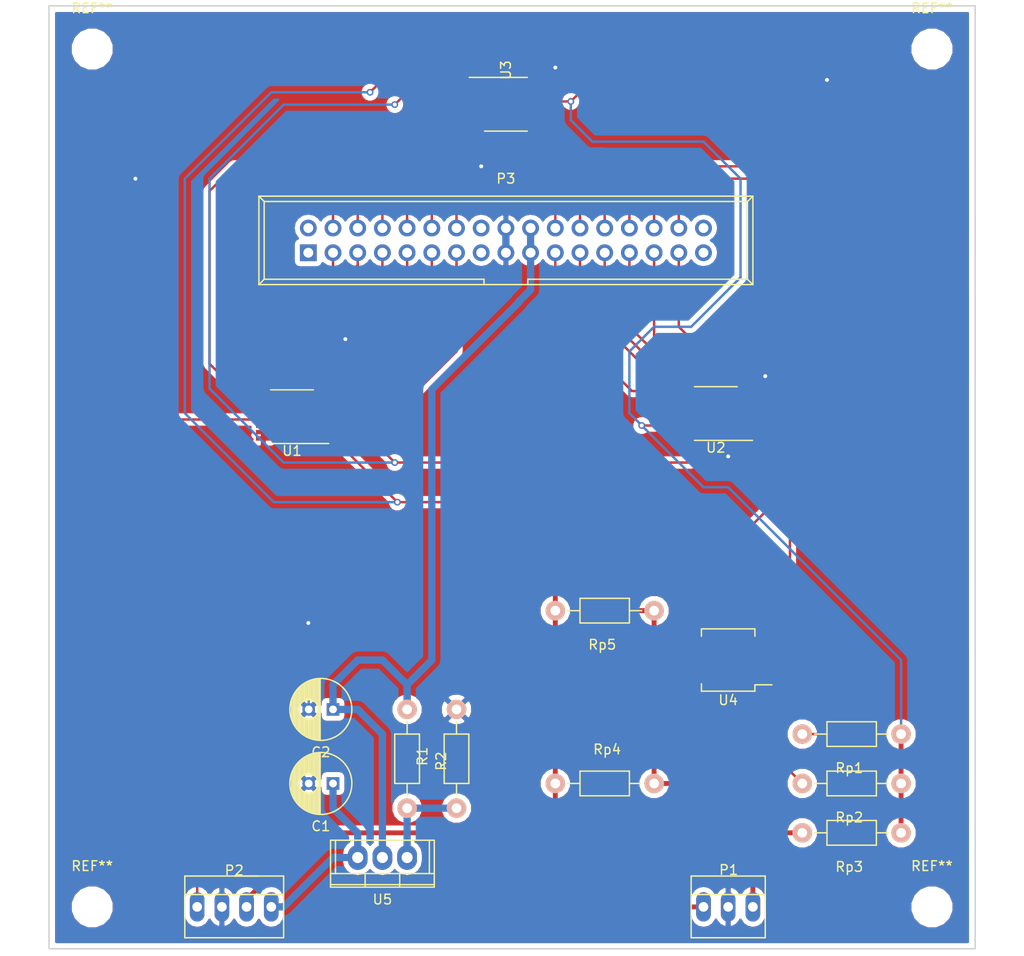
<source format=kicad_pcb>
(kicad_pcb (version 4) (host pcbnew 4.0.7-e2-6376~58~ubuntu16.04.1)

  (general
    (links 77)
    (no_connects 0)
    (area 123.157857 61.5 228.632143 160.215)
    (thickness 1.6)
    (drawings 4)
    (tracks 359)
    (zones 0)
    (modules 21)
    (nets 42)
  )

  (page A4)
  (layers
    (0 F.Cu signal)
    (31 B.Cu signal)
    (32 B.Adhes user)
    (33 F.Adhes user)
    (34 B.Paste user)
    (35 F.Paste user)
    (36 B.SilkS user)
    (37 F.SilkS user)
    (38 B.Mask user)
    (39 F.Mask user)
    (40 Dwgs.User user)
    (41 Cmts.User user)
    (42 Eco1.User user)
    (43 Eco2.User user)
    (44 Edge.Cuts user)
    (45 Margin user)
    (46 B.CrtYd user)
    (47 F.CrtYd user)
    (48 B.Fab user)
    (49 F.Fab user)
  )

  (setup
    (last_trace_width 0.25)
    (trace_clearance 0.2)
    (zone_clearance 0.508)
    (zone_45_only no)
    (trace_min 0.2)
    (segment_width 0.2)
    (edge_width 0.15)
    (via_size 0.7)
    (via_drill 0.4)
    (via_min_size 0.4)
    (via_min_drill 0.3)
    (uvia_size 0.45)
    (uvia_drill 0.2)
    (uvias_allowed no)
    (uvia_min_size 0.2)
    (uvia_min_drill 0.1)
    (pcb_text_width 0.3)
    (pcb_text_size 1.5 1.5)
    (mod_edge_width 0.15)
    (mod_text_size 1 1)
    (mod_text_width 0.15)
    (pad_size 1.524 1.524)
    (pad_drill 0.762)
    (pad_to_mask_clearance 0.2)
    (aux_axis_origin 0 0)
    (visible_elements FFFFFF7F)
    (pcbplotparams
      (layerselection 0x010f0_80000001)
      (usegerberextensions true)
      (excludeedgelayer true)
      (linewidth 0.100000)
      (plotframeref false)
      (viasonmask false)
      (mode 1)
      (useauxorigin false)
      (hpglpennumber 1)
      (hpglpenspeed 20)
      (hpglpendiameter 15)
      (hpglpenoverlay 2)
      (psnegative false)
      (psa4output false)
      (plotreference true)
      (plotvalue true)
      (plotinvisibletext false)
      (padsonsilk false)
      (subtractmaskfromsilk false)
      (outputformat 1)
      (mirror false)
      (drillshape 0)
      (scaleselection 1)
      (outputdirectory gerber_files/))
  )

  (net 0 "")
  (net 1 GND)
  (net 2 "Net-(C1-Pad1)")
  (net 3 "Net-(C2-Pad1)")
  (net 4 /SCL)
  (net 5 "Net-(P2-Pad1)")
  (net 6 "Net-(P2-Pad3)")
  (net 7 "Net-(P3-Pad1)")
  (net 8 "Net-(P3-Pad2)")
  (net 9 "Net-(P3-Pad3)")
  (net 10 "Net-(P3-Pad4)")
  (net 11 "Net-(P3-Pad5)")
  (net 12 "Net-(P3-Pad6)")
  (net 13 "Net-(P3-Pad7)")
  (net 14 "Net-(P3-Pad8)")
  (net 15 "Net-(P3-Pad9)")
  (net 16 "Net-(P3-Pad10)")
  (net 17 "Net-(P3-Pad11)")
  (net 18 "Net-(P3-Pad12)")
  (net 19 "Net-(P3-Pad13)")
  (net 20 "Net-(P3-Pad14)")
  (net 21 "Net-(P3-Pad15)")
  (net 22 "Net-(P3-Pad16)")
  (net 23 "Net-(P3-Pad21)")
  (net 24 "Net-(P3-Pad22)")
  (net 25 "Net-(P3-Pad23)")
  (net 26 "Net-(P3-Pad24)")
  (net 27 "Net-(P3-Pad25)")
  (net 28 "Net-(P3-Pad26)")
  (net 29 "Net-(P3-Pad27)")
  (net 30 "Net-(P3-Pad28)")
  (net 31 "Net-(P3-Pad29)")
  (net 32 "Net-(P3-Pad30)")
  (net 33 "Net-(P3-Pad31)")
  (net 34 "Net-(P3-Pad32)")
  (net 35 "Net-(P3-Pad33)")
  (net 36 "Net-(P3-Pad34)")
  (net 37 "Net-(R1-Pad1)")
  (net 38 "Net-(Rp1-Pad2)")
  (net 39 "Net-(Rp2-Pad2)")
  (net 40 "Net-(Rp3-Pad2)")
  (net 41 "Net-(P1-Pad1)")

  (net_class Default "Dies ist die voreingestellte Netzklasse."
    (clearance 0.2)
    (trace_width 0.25)
    (via_dia 0.7)
    (via_drill 0.4)
    (uvia_dia 0.45)
    (uvia_drill 0.2)
    (add_net /SCL)
    (add_net GND)
    (add_net "Net-(C1-Pad1)")
    (add_net "Net-(C2-Pad1)")
    (add_net "Net-(P1-Pad1)")
    (add_net "Net-(P2-Pad1)")
    (add_net "Net-(P2-Pad3)")
    (add_net "Net-(P3-Pad1)")
    (add_net "Net-(P3-Pad10)")
    (add_net "Net-(P3-Pad11)")
    (add_net "Net-(P3-Pad12)")
    (add_net "Net-(P3-Pad13)")
    (add_net "Net-(P3-Pad14)")
    (add_net "Net-(P3-Pad15)")
    (add_net "Net-(P3-Pad16)")
    (add_net "Net-(P3-Pad2)")
    (add_net "Net-(P3-Pad21)")
    (add_net "Net-(P3-Pad22)")
    (add_net "Net-(P3-Pad23)")
    (add_net "Net-(P3-Pad24)")
    (add_net "Net-(P3-Pad25)")
    (add_net "Net-(P3-Pad26)")
    (add_net "Net-(P3-Pad27)")
    (add_net "Net-(P3-Pad28)")
    (add_net "Net-(P3-Pad29)")
    (add_net "Net-(P3-Pad3)")
    (add_net "Net-(P3-Pad30)")
    (add_net "Net-(P3-Pad31)")
    (add_net "Net-(P3-Pad32)")
    (add_net "Net-(P3-Pad33)")
    (add_net "Net-(P3-Pad34)")
    (add_net "Net-(P3-Pad4)")
    (add_net "Net-(P3-Pad5)")
    (add_net "Net-(P3-Pad6)")
    (add_net "Net-(P3-Pad7)")
    (add_net "Net-(P3-Pad8)")
    (add_net "Net-(P3-Pad9)")
    (add_net "Net-(R1-Pad1)")
    (add_net "Net-(Rp1-Pad2)")
    (add_net "Net-(Rp2-Pad2)")
    (add_net "Net-(Rp3-Pad2)")
  )

  (net_class custom2 ""
    (clearance 0.2)
    (trace_width 0.25)
    (via_dia 0.7)
    (via_drill 0.4)
    (uvia_dia 0.45)
    (uvia_drill 0.2)
  )

  (net_class custom_bahn ""
    (clearance 0.2)
    (trace_width 0.25)
    (via_dia 0.7)
    (via_drill 0.4)
    (uvia_dia 0.45)
    (uvia_drill 0.2)
  )

  (module Mounting_Holes:MountingHole_3.2mm_M3 (layer F.Cu) (tedit 56D1B4CB) (tstamp 5ACE0497)
    (at 132.715 66.675)
    (descr "Mounting Hole 3.2mm, no annular, M3")
    (tags "mounting hole 3.2mm no annular m3")
    (fp_text reference REF** (at 0 -4.2) (layer F.SilkS)
      (effects (font (size 1 1) (thickness 0.15)))
    )
    (fp_text value MountingHole_3.2mm_M3 (at 0 4.2) (layer F.Fab)
      (effects (font (size 1 1) (thickness 0.15)))
    )
    (fp_circle (center 0 0) (end 3.2 0) (layer Cmts.User) (width 0.15))
    (fp_circle (center 0 0) (end 3.45 0) (layer F.CrtYd) (width 0.05))
    (pad 1 np_thru_hole circle (at 0 0) (size 3.2 3.2) (drill 3.2) (layers *.Cu *.Mask))
  )

  (module Mounting_Holes:MountingHole_3.2mm_M3 (layer F.Cu) (tedit 56D1B4CB) (tstamp 5ACE048E)
    (at 219.075 66.675)
    (descr "Mounting Hole 3.2mm, no annular, M3")
    (tags "mounting hole 3.2mm no annular m3")
    (fp_text reference REF** (at 0 -4.2) (layer F.SilkS)
      (effects (font (size 1 1) (thickness 0.15)))
    )
    (fp_text value MountingHole_3.2mm_M3 (at 0 4.2) (layer F.Fab)
      (effects (font (size 1 1) (thickness 0.15)))
    )
    (fp_circle (center 0 0) (end 3.2 0) (layer Cmts.User) (width 0.15))
    (fp_circle (center 0 0) (end 3.45 0) (layer F.CrtYd) (width 0.05))
    (pad 1 np_thru_hole circle (at 0 0) (size 3.2 3.2) (drill 3.2) (layers *.Cu *.Mask))
  )

  (module Mounting_Holes:MountingHole_3.2mm_M3 (layer F.Cu) (tedit 56D1B4CB) (tstamp 5ACE0485)
    (at 219.075 154.94)
    (descr "Mounting Hole 3.2mm, no annular, M3")
    (tags "mounting hole 3.2mm no annular m3")
    (fp_text reference REF** (at 0 -4.2) (layer F.SilkS)
      (effects (font (size 1 1) (thickness 0.15)))
    )
    (fp_text value MountingHole_3.2mm_M3 (at 0 4.2) (layer F.Fab)
      (effects (font (size 1 1) (thickness 0.15)))
    )
    (fp_circle (center 0 0) (end 3.2 0) (layer Cmts.User) (width 0.15))
    (fp_circle (center 0 0) (end 3.45 0) (layer F.CrtYd) (width 0.05))
    (pad 1 np_thru_hole circle (at 0 0) (size 3.2 3.2) (drill 3.2) (layers *.Cu *.Mask))
  )

  (module Resistors_ThroughHole:Resistor_Horizontal_RM10mm (layer F.Cu) (tedit 56648415) (tstamp 5ACDCDE2)
    (at 190.5 124.46 180)
    (descr "Resistor, Axial,  RM 10mm, 1/3W")
    (tags "Resistor Axial RM 10mm 1/3W")
    (path /5ACDCBB0)
    (fp_text reference Rp5 (at 5.32892 -3.50012 180) (layer F.SilkS)
      (effects (font (size 1 1) (thickness 0.15)))
    )
    (fp_text value 4.7k (at 5.08 3.81 180) (layer F.Fab)
      (effects (font (size 1 1) (thickness 0.15)))
    )
    (fp_line (start -1.25 -1.5) (end 11.4 -1.5) (layer F.CrtYd) (width 0.05))
    (fp_line (start -1.25 1.5) (end -1.25 -1.5) (layer F.CrtYd) (width 0.05))
    (fp_line (start 11.4 -1.5) (end 11.4 1.5) (layer F.CrtYd) (width 0.05))
    (fp_line (start -1.25 1.5) (end 11.4 1.5) (layer F.CrtYd) (width 0.05))
    (fp_line (start 2.54 -1.27) (end 7.62 -1.27) (layer F.SilkS) (width 0.15))
    (fp_line (start 7.62 -1.27) (end 7.62 1.27) (layer F.SilkS) (width 0.15))
    (fp_line (start 7.62 1.27) (end 2.54 1.27) (layer F.SilkS) (width 0.15))
    (fp_line (start 2.54 1.27) (end 2.54 -1.27) (layer F.SilkS) (width 0.15))
    (fp_line (start 2.54 0) (end 1.27 0) (layer F.SilkS) (width 0.15))
    (fp_line (start 7.62 0) (end 8.89 0) (layer F.SilkS) (width 0.15))
    (pad 1 thru_hole circle (at 0 0 180) (size 1.99898 1.99898) (drill 1.00076) (layers *.Cu *.SilkS *.Mask)
      (net 41 "Net-(P1-Pad1)"))
    (pad 2 thru_hole circle (at 10.16 0 180) (size 1.99898 1.99898) (drill 1.00076) (layers *.Cu *.SilkS *.Mask)
      (net 6 "Net-(P2-Pad3)"))
    (model Resistors_ThroughHole.3dshapes/Resistor_Horizontal_RM10mm.wrl
      (at (xyz 0.2 0 0))
      (scale (xyz 0.4 0.4 0.4))
      (rotate (xyz 0 0 0))
    )
  )

  (module Capacitors_ThroughHole:C_Radial_D6.3_L11.2_P2.5 (layer F.Cu) (tedit 0) (tstamp 5ACDBDA2)
    (at 157.48 142.24 180)
    (descr "Radial Electrolytic Capacitor, Diameter 6.3mm x Length 11.2mm, Pitch 2.5mm")
    (tags "Electrolytic Capacitor")
    (path /5ACA1619)
    (fp_text reference C1 (at 1.25 -4.4 180) (layer F.SilkS)
      (effects (font (size 1 1) (thickness 0.15)))
    )
    (fp_text value "100uF / 25V" (at 1.25 4.4 180) (layer F.Fab)
      (effects (font (size 1 1) (thickness 0.15)))
    )
    (fp_line (start 1.325 -3.149) (end 1.325 3.149) (layer F.SilkS) (width 0.15))
    (fp_line (start 1.465 -3.143) (end 1.465 3.143) (layer F.SilkS) (width 0.15))
    (fp_line (start 1.605 -3.13) (end 1.605 -0.446) (layer F.SilkS) (width 0.15))
    (fp_line (start 1.605 0.446) (end 1.605 3.13) (layer F.SilkS) (width 0.15))
    (fp_line (start 1.745 -3.111) (end 1.745 -0.656) (layer F.SilkS) (width 0.15))
    (fp_line (start 1.745 0.656) (end 1.745 3.111) (layer F.SilkS) (width 0.15))
    (fp_line (start 1.885 -3.085) (end 1.885 -0.789) (layer F.SilkS) (width 0.15))
    (fp_line (start 1.885 0.789) (end 1.885 3.085) (layer F.SilkS) (width 0.15))
    (fp_line (start 2.025 -3.053) (end 2.025 -0.88) (layer F.SilkS) (width 0.15))
    (fp_line (start 2.025 0.88) (end 2.025 3.053) (layer F.SilkS) (width 0.15))
    (fp_line (start 2.165 -3.014) (end 2.165 -0.942) (layer F.SilkS) (width 0.15))
    (fp_line (start 2.165 0.942) (end 2.165 3.014) (layer F.SilkS) (width 0.15))
    (fp_line (start 2.305 -2.968) (end 2.305 -0.981) (layer F.SilkS) (width 0.15))
    (fp_line (start 2.305 0.981) (end 2.305 2.968) (layer F.SilkS) (width 0.15))
    (fp_line (start 2.445 -2.915) (end 2.445 -0.998) (layer F.SilkS) (width 0.15))
    (fp_line (start 2.445 0.998) (end 2.445 2.915) (layer F.SilkS) (width 0.15))
    (fp_line (start 2.585 -2.853) (end 2.585 -0.996) (layer F.SilkS) (width 0.15))
    (fp_line (start 2.585 0.996) (end 2.585 2.853) (layer F.SilkS) (width 0.15))
    (fp_line (start 2.725 -2.783) (end 2.725 -0.974) (layer F.SilkS) (width 0.15))
    (fp_line (start 2.725 0.974) (end 2.725 2.783) (layer F.SilkS) (width 0.15))
    (fp_line (start 2.865 -2.704) (end 2.865 -0.931) (layer F.SilkS) (width 0.15))
    (fp_line (start 2.865 0.931) (end 2.865 2.704) (layer F.SilkS) (width 0.15))
    (fp_line (start 3.005 -2.616) (end 3.005 -0.863) (layer F.SilkS) (width 0.15))
    (fp_line (start 3.005 0.863) (end 3.005 2.616) (layer F.SilkS) (width 0.15))
    (fp_line (start 3.145 -2.516) (end 3.145 -0.764) (layer F.SilkS) (width 0.15))
    (fp_line (start 3.145 0.764) (end 3.145 2.516) (layer F.SilkS) (width 0.15))
    (fp_line (start 3.285 -2.404) (end 3.285 -0.619) (layer F.SilkS) (width 0.15))
    (fp_line (start 3.285 0.619) (end 3.285 2.404) (layer F.SilkS) (width 0.15))
    (fp_line (start 3.425 -2.279) (end 3.425 -0.38) (layer F.SilkS) (width 0.15))
    (fp_line (start 3.425 0.38) (end 3.425 2.279) (layer F.SilkS) (width 0.15))
    (fp_line (start 3.565 -2.136) (end 3.565 2.136) (layer F.SilkS) (width 0.15))
    (fp_line (start 3.705 -1.974) (end 3.705 1.974) (layer F.SilkS) (width 0.15))
    (fp_line (start 3.845 -1.786) (end 3.845 1.786) (layer F.SilkS) (width 0.15))
    (fp_line (start 3.985 -1.563) (end 3.985 1.563) (layer F.SilkS) (width 0.15))
    (fp_line (start 4.125 -1.287) (end 4.125 1.287) (layer F.SilkS) (width 0.15))
    (fp_line (start 4.265 -0.912) (end 4.265 0.912) (layer F.SilkS) (width 0.15))
    (fp_circle (center 2.5 0) (end 2.5 -1) (layer F.SilkS) (width 0.15))
    (fp_circle (center 1.25 0) (end 1.25 -3.1875) (layer F.SilkS) (width 0.15))
    (fp_circle (center 1.25 0) (end 1.25 -3.4) (layer F.CrtYd) (width 0.05))
    (pad 2 thru_hole circle (at 2.5 0 180) (size 1.3 1.3) (drill 0.8) (layers *.Cu *.Mask)
      (net 1 GND))
    (pad 1 thru_hole rect (at 0 0 180) (size 1.3 1.3) (drill 0.8) (layers *.Cu *.Mask)
      (net 2 "Net-(C1-Pad1)"))
    (model Capacitors_ThroughHole.3dshapes/C_Radial_D6.3_L11.2_P2.5.wrl
      (at (xyz 0 0 0))
      (scale (xyz 1 1 1))
      (rotate (xyz 0 0 0))
    )
  )

  (module Resistors_ThroughHole:Resistor_Horizontal_RM10mm (layer F.Cu) (tedit 56648415) (tstamp 5ACDBDF1)
    (at 165.1 134.62 270)
    (descr "Resistor, Axial,  RM 10mm, 1/3W")
    (tags "Resistor Axial RM 10mm 1/3W")
    (path /5ACA15E8)
    (fp_text reference R2 (at 5.32892 -3.50012 270) (layer F.SilkS)
      (effects (font (size 1 1) (thickness 0.15)))
    )
    (fp_text value 1kR (at 5.08 3.81 270) (layer F.Fab)
      (effects (font (size 1 1) (thickness 0.15)))
    )
    (fp_line (start -1.25 -1.5) (end 11.4 -1.5) (layer F.CrtYd) (width 0.05))
    (fp_line (start -1.25 1.5) (end -1.25 -1.5) (layer F.CrtYd) (width 0.05))
    (fp_line (start 11.4 -1.5) (end 11.4 1.5) (layer F.CrtYd) (width 0.05))
    (fp_line (start -1.25 1.5) (end 11.4 1.5) (layer F.CrtYd) (width 0.05))
    (fp_line (start 2.54 -1.27) (end 7.62 -1.27) (layer F.SilkS) (width 0.15))
    (fp_line (start 7.62 -1.27) (end 7.62 1.27) (layer F.SilkS) (width 0.15))
    (fp_line (start 7.62 1.27) (end 2.54 1.27) (layer F.SilkS) (width 0.15))
    (fp_line (start 2.54 1.27) (end 2.54 -1.27) (layer F.SilkS) (width 0.15))
    (fp_line (start 2.54 0) (end 1.27 0) (layer F.SilkS) (width 0.15))
    (fp_line (start 7.62 0) (end 8.89 0) (layer F.SilkS) (width 0.15))
    (pad 1 thru_hole circle (at 0 0 270) (size 1.99898 1.99898) (drill 1.00076) (layers *.Cu *.SilkS *.Mask)
      (net 3 "Net-(C2-Pad1)"))
    (pad 2 thru_hole circle (at 10.16 0 270) (size 1.99898 1.99898) (drill 1.00076) (layers *.Cu *.SilkS *.Mask)
      (net 37 "Net-(R1-Pad1)"))
    (model Resistors_ThroughHole.3dshapes/Resistor_Horizontal_RM10mm.wrl
      (at (xyz 0.2 0 0))
      (scale (xyz 0.4 0.4 0.4))
      (rotate (xyz 0 0 0))
    )
  )

  (module Power_Integrations:TO-220 (layer F.Cu) (tedit 0) (tstamp 5ACDBE52)
    (at 162.56 149.86 180)
    (descr "Non Isolated JEDEC TO-220 Package")
    (tags "Power Integration YN Package")
    (path /5ACA1580)
    (fp_text reference U5 (at 0 -4.318 180) (layer F.SilkS)
      (effects (font (size 1 1) (thickness 0.15)))
    )
    (fp_text value LM317_3PinPackage (at 0 -4.318 180) (layer F.Fab)
      (effects (font (size 1 1) (thickness 0.15)))
    )
    (fp_line (start 4.826 -1.651) (end 4.826 1.778) (layer F.SilkS) (width 0.15))
    (fp_line (start -4.826 -1.651) (end -4.826 1.778) (layer F.SilkS) (width 0.15))
    (fp_line (start 5.334 -2.794) (end -5.334 -2.794) (layer F.SilkS) (width 0.15))
    (fp_line (start 1.778 -1.778) (end 1.778 -3.048) (layer F.SilkS) (width 0.15))
    (fp_line (start -1.778 -1.778) (end -1.778 -3.048) (layer F.SilkS) (width 0.15))
    (fp_line (start -5.334 -1.651) (end 5.334 -1.651) (layer F.SilkS) (width 0.15))
    (fp_line (start 5.334 1.778) (end -5.334 1.778) (layer F.SilkS) (width 0.15))
    (fp_line (start -5.334 -3.048) (end -5.334 1.778) (layer F.SilkS) (width 0.15))
    (fp_line (start 5.334 -3.048) (end 5.334 1.778) (layer F.SilkS) (width 0.15))
    (fp_line (start 5.334 -3.048) (end -5.334 -3.048) (layer F.SilkS) (width 0.15))
    (pad 2 thru_hole oval (at 0 0 180) (size 2.032 2.54) (drill 1.143) (layers *.Cu *.Mask)
      (net 3 "Net-(C2-Pad1)"))
    (pad 3 thru_hole oval (at 2.54 0 180) (size 2.032 2.54) (drill 1.143) (layers *.Cu *.Mask)
      (net 2 "Net-(C1-Pad1)"))
    (pad 1 thru_hole oval (at -2.54 0 180) (size 2.032 2.54) (drill 1.143) (layers *.Cu *.Mask)
      (net 37 "Net-(R1-Pad1)"))
  )

  (module Capacitors_ThroughHole:C_Radial_D6.3_L11.2_P2.5 (layer F.Cu) (tedit 0) (tstamp 5ACDBDA8)
    (at 157.48 134.62 180)
    (descr "Radial Electrolytic Capacitor, Diameter 6.3mm x Length 11.2mm, Pitch 2.5mm")
    (tags "Electrolytic Capacitor")
    (path /5ACA165D)
    (fp_text reference C2 (at 1.25 -4.4 180) (layer F.SilkS)
      (effects (font (size 1 1) (thickness 0.15)))
    )
    (fp_text value "100uF / 25V" (at 1.25 4.4 180) (layer F.Fab)
      (effects (font (size 1 1) (thickness 0.15)))
    )
    (fp_line (start 1.325 -3.149) (end 1.325 3.149) (layer F.SilkS) (width 0.15))
    (fp_line (start 1.465 -3.143) (end 1.465 3.143) (layer F.SilkS) (width 0.15))
    (fp_line (start 1.605 -3.13) (end 1.605 -0.446) (layer F.SilkS) (width 0.15))
    (fp_line (start 1.605 0.446) (end 1.605 3.13) (layer F.SilkS) (width 0.15))
    (fp_line (start 1.745 -3.111) (end 1.745 -0.656) (layer F.SilkS) (width 0.15))
    (fp_line (start 1.745 0.656) (end 1.745 3.111) (layer F.SilkS) (width 0.15))
    (fp_line (start 1.885 -3.085) (end 1.885 -0.789) (layer F.SilkS) (width 0.15))
    (fp_line (start 1.885 0.789) (end 1.885 3.085) (layer F.SilkS) (width 0.15))
    (fp_line (start 2.025 -3.053) (end 2.025 -0.88) (layer F.SilkS) (width 0.15))
    (fp_line (start 2.025 0.88) (end 2.025 3.053) (layer F.SilkS) (width 0.15))
    (fp_line (start 2.165 -3.014) (end 2.165 -0.942) (layer F.SilkS) (width 0.15))
    (fp_line (start 2.165 0.942) (end 2.165 3.014) (layer F.SilkS) (width 0.15))
    (fp_line (start 2.305 -2.968) (end 2.305 -0.981) (layer F.SilkS) (width 0.15))
    (fp_line (start 2.305 0.981) (end 2.305 2.968) (layer F.SilkS) (width 0.15))
    (fp_line (start 2.445 -2.915) (end 2.445 -0.998) (layer F.SilkS) (width 0.15))
    (fp_line (start 2.445 0.998) (end 2.445 2.915) (layer F.SilkS) (width 0.15))
    (fp_line (start 2.585 -2.853) (end 2.585 -0.996) (layer F.SilkS) (width 0.15))
    (fp_line (start 2.585 0.996) (end 2.585 2.853) (layer F.SilkS) (width 0.15))
    (fp_line (start 2.725 -2.783) (end 2.725 -0.974) (layer F.SilkS) (width 0.15))
    (fp_line (start 2.725 0.974) (end 2.725 2.783) (layer F.SilkS) (width 0.15))
    (fp_line (start 2.865 -2.704) (end 2.865 -0.931) (layer F.SilkS) (width 0.15))
    (fp_line (start 2.865 0.931) (end 2.865 2.704) (layer F.SilkS) (width 0.15))
    (fp_line (start 3.005 -2.616) (end 3.005 -0.863) (layer F.SilkS) (width 0.15))
    (fp_line (start 3.005 0.863) (end 3.005 2.616) (layer F.SilkS) (width 0.15))
    (fp_line (start 3.145 -2.516) (end 3.145 -0.764) (layer F.SilkS) (width 0.15))
    (fp_line (start 3.145 0.764) (end 3.145 2.516) (layer F.SilkS) (width 0.15))
    (fp_line (start 3.285 -2.404) (end 3.285 -0.619) (layer F.SilkS) (width 0.15))
    (fp_line (start 3.285 0.619) (end 3.285 2.404) (layer F.SilkS) (width 0.15))
    (fp_line (start 3.425 -2.279) (end 3.425 -0.38) (layer F.SilkS) (width 0.15))
    (fp_line (start 3.425 0.38) (end 3.425 2.279) (layer F.SilkS) (width 0.15))
    (fp_line (start 3.565 -2.136) (end 3.565 2.136) (layer F.SilkS) (width 0.15))
    (fp_line (start 3.705 -1.974) (end 3.705 1.974) (layer F.SilkS) (width 0.15))
    (fp_line (start 3.845 -1.786) (end 3.845 1.786) (layer F.SilkS) (width 0.15))
    (fp_line (start 3.985 -1.563) (end 3.985 1.563) (layer F.SilkS) (width 0.15))
    (fp_line (start 4.125 -1.287) (end 4.125 1.287) (layer F.SilkS) (width 0.15))
    (fp_line (start 4.265 -0.912) (end 4.265 0.912) (layer F.SilkS) (width 0.15))
    (fp_circle (center 2.5 0) (end 2.5 -1) (layer F.SilkS) (width 0.15))
    (fp_circle (center 1.25 0) (end 1.25 -3.1875) (layer F.SilkS) (width 0.15))
    (fp_circle (center 1.25 0) (end 1.25 -3.4) (layer F.CrtYd) (width 0.05))
    (pad 2 thru_hole circle (at 2.5 0 180) (size 1.3 1.3) (drill 0.8) (layers *.Cu *.Mask)
      (net 1 GND))
    (pad 1 thru_hole rect (at 0 0 180) (size 1.3 1.3) (drill 0.8) (layers *.Cu *.Mask)
      (net 3 "Net-(C2-Pad1)"))
    (model Capacitors_ThroughHole.3dshapes/C_Radial_D6.3_L11.2_P2.5.wrl
      (at (xyz 0 0 0))
      (scale (xyz 1 1 1))
      (rotate (xyz 0 0 0))
    )
  )

  (module Connect:PINHEAD1-3 (layer F.Cu) (tedit 0) (tstamp 5ACDBDAF)
    (at 198.12 154.94)
    (path /5ACC634F)
    (attr virtual)
    (fp_text reference P1 (at 0.05 -3.8) (layer F.SilkS)
      (effects (font (size 1 1) (thickness 0.15)))
    )
    (fp_text value CONN_01X03 (at 0 3.81) (layer F.Fab)
      (effects (font (size 1 1) (thickness 0.15)))
    )
    (fp_line (start -3.81 -3.175) (end -3.81 3.175) (layer F.SilkS) (width 0.15))
    (fp_line (start 3.81 -3.175) (end 3.81 3.175) (layer F.SilkS) (width 0.15))
    (fp_line (start 3.81 -1.27) (end -3.81 -1.27) (layer F.SilkS) (width 0.15))
    (fp_line (start -3.81 -3.175) (end 3.81 -3.175) (layer F.SilkS) (width 0.15))
    (fp_line (start 3.81 3.175) (end -3.81 3.175) (layer F.SilkS) (width 0.15))
    (pad 1 thru_hole oval (at -2.54 0) (size 1.50622 3.01498) (drill 0.99822) (layers *.Cu *.Mask)
      (net 41 "Net-(P1-Pad1)"))
    (pad 2 thru_hole oval (at 0 0) (size 1.50622 3.01498) (drill 0.99822) (layers *.Cu *.Mask)
      (net 1 GND))
    (pad 3 thru_hole oval (at 2.54 0) (size 1.50622 3.01498) (drill 0.99822) (layers *.Cu *.Mask)
      (net 4 /SCL))
  )

  (module created:PINHEAD1-4 (layer F.Cu) (tedit 5ACDBC57) (tstamp 5ACDBDBF)
    (at 147.32 154.94)
    (path /5ACC8DCA)
    (attr virtual)
    (fp_text reference P2 (at 0 -3.75) (layer F.SilkS)
      (effects (font (size 1 1) (thickness 0.15)))
    )
    (fp_text value CONN_01X04 (at 0 3.81) (layer F.Fab)
      (effects (font (size 1 1) (thickness 0.15)))
    )
    (fp_line (start 5.08 -3.175) (end 5.08 3.175) (layer F.SilkS) (width 0.15))
    (fp_line (start 0 3.175) (end 2.54 3.175) (layer F.SilkS) (width 0.15))
    (fp_line (start 2.54 -1.27) (end 5.08 -1.27) (layer F.SilkS) (width 0.15))
    (fp_line (start 0 -3.175) (end 2.54 -3.175) (layer F.SilkS) (width 0.15))
    (fp_line (start -5.08 -3.175) (end -5.08 3.175) (layer F.SilkS) (width 0.15))
    (fp_line (start 2.54 -1.27) (end -5.08 -1.27) (layer F.SilkS) (width 0.15))
    (fp_line (start -5.08 -3.175) (end 5.08 -3.175) (layer F.SilkS) (width 0.15))
    (fp_line (start -5.08 3.175) (end 5.08 3.175) (layer F.SilkS) (width 0.15))
    (pad 1 thru_hole oval (at -3.81 0) (size 1.50622 3.01498) (drill 0.99822) (layers *.Cu *.Mask)
      (net 5 "Net-(P2-Pad1)"))
    (pad 2 thru_hole oval (at -1.27 0) (size 1.50622 3.01498) (drill 0.99822) (layers *.Cu *.Mask)
      (net 1 GND))
    (pad 3 thru_hole oval (at 1.27 0) (size 1.50622 3.01498) (drill 0.99822) (layers *.Cu *.Mask)
      (net 6 "Net-(P2-Pad3)"))
    (pad 4 thru_hole oval (at 3.81 0) (size 1.50622 3.01498) (drill 0.99822) (layers *.Cu *.Mask)
      (net 2 "Net-(C1-Pad1)"))
  )

  (module Connect:IDC_Header_Straight_34pins (layer F.Cu) (tedit 0) (tstamp 5ACDBDE5)
    (at 154.94 87.63)
    (descr "34 pins through hole IDC header")
    (tags "IDC header socket VASCH")
    (path /5ACC571B)
    (fp_text reference P3 (at 20.32 -7.62) (layer F.SilkS)
      (effects (font (size 1 1) (thickness 0.15)))
    )
    (fp_text value CONN_02X17 (at 20.32 5.223) (layer F.Fab)
      (effects (font (size 1 1) (thickness 0.15)))
    )
    (fp_line (start -5.08 -5.82) (end 45.72 -5.82) (layer F.SilkS) (width 0.15))
    (fp_line (start -4.54 -5.27) (end 45.16 -5.27) (layer F.SilkS) (width 0.15))
    (fp_line (start -5.08 3.28) (end 45.72 3.28) (layer F.SilkS) (width 0.15))
    (fp_line (start -4.54 2.73) (end 18.07 2.73) (layer F.SilkS) (width 0.15))
    (fp_line (start 22.57 2.73) (end 45.16 2.73) (layer F.SilkS) (width 0.15))
    (fp_line (start 18.07 2.73) (end 18.07 3.28) (layer F.SilkS) (width 0.15))
    (fp_line (start 22.57 2.73) (end 22.57 3.28) (layer F.SilkS) (width 0.15))
    (fp_line (start -5.08 -5.82) (end -5.08 3.28) (layer F.SilkS) (width 0.15))
    (fp_line (start -4.54 -5.27) (end -4.54 2.73) (layer F.SilkS) (width 0.15))
    (fp_line (start 45.72 -5.82) (end 45.72 3.28) (layer F.SilkS) (width 0.15))
    (fp_line (start 45.16 -5.27) (end 45.16 2.73) (layer F.SilkS) (width 0.15))
    (fp_line (start -5.08 -5.82) (end -4.54 -5.27) (layer F.SilkS) (width 0.15))
    (fp_line (start 45.72 -5.82) (end 45.16 -5.27) (layer F.SilkS) (width 0.15))
    (fp_line (start -5.08 3.28) (end -4.54 2.73) (layer F.SilkS) (width 0.15))
    (fp_line (start 45.72 3.28) (end 45.16 2.73) (layer F.SilkS) (width 0.15))
    (fp_line (start -5.35 -6.05) (end 45.95 -6.05) (layer F.CrtYd) (width 0.05))
    (fp_line (start 45.95 -6.05) (end 45.95 3.55) (layer F.CrtYd) (width 0.05))
    (fp_line (start 45.95 3.55) (end -5.35 3.55) (layer F.CrtYd) (width 0.05))
    (fp_line (start -5.35 3.55) (end -5.35 -6.05) (layer F.CrtYd) (width 0.05))
    (pad 1 thru_hole rect (at 0 0) (size 1.7272 1.7272) (drill 1.016) (layers *.Cu *.Mask)
      (net 7 "Net-(P3-Pad1)"))
    (pad 2 thru_hole oval (at 0 -2.54) (size 1.7272 1.7272) (drill 1.016) (layers *.Cu *.Mask)
      (net 8 "Net-(P3-Pad2)"))
    (pad 3 thru_hole oval (at 2.54 0) (size 1.7272 1.7272) (drill 1.016) (layers *.Cu *.Mask)
      (net 9 "Net-(P3-Pad3)"))
    (pad 4 thru_hole oval (at 2.54 -2.54) (size 1.7272 1.7272) (drill 1.016) (layers *.Cu *.Mask)
      (net 10 "Net-(P3-Pad4)"))
    (pad 5 thru_hole oval (at 5.08 0) (size 1.7272 1.7272) (drill 1.016) (layers *.Cu *.Mask)
      (net 11 "Net-(P3-Pad5)"))
    (pad 6 thru_hole oval (at 5.08 -2.54) (size 1.7272 1.7272) (drill 1.016) (layers *.Cu *.Mask)
      (net 12 "Net-(P3-Pad6)"))
    (pad 7 thru_hole oval (at 7.62 0) (size 1.7272 1.7272) (drill 1.016) (layers *.Cu *.Mask)
      (net 13 "Net-(P3-Pad7)"))
    (pad 8 thru_hole oval (at 7.62 -2.54) (size 1.7272 1.7272) (drill 1.016) (layers *.Cu *.Mask)
      (net 14 "Net-(P3-Pad8)"))
    (pad 9 thru_hole oval (at 10.16 0) (size 1.7272 1.7272) (drill 1.016) (layers *.Cu *.Mask)
      (net 15 "Net-(P3-Pad9)"))
    (pad 10 thru_hole oval (at 10.16 -2.54) (size 1.7272 1.7272) (drill 1.016) (layers *.Cu *.Mask)
      (net 16 "Net-(P3-Pad10)"))
    (pad 11 thru_hole oval (at 12.7 0) (size 1.7272 1.7272) (drill 1.016) (layers *.Cu *.Mask)
      (net 17 "Net-(P3-Pad11)"))
    (pad 12 thru_hole oval (at 12.7 -2.54) (size 1.7272 1.7272) (drill 1.016) (layers *.Cu *.Mask)
      (net 18 "Net-(P3-Pad12)"))
    (pad 13 thru_hole oval (at 15.24 0) (size 1.7272 1.7272) (drill 1.016) (layers *.Cu *.Mask)
      (net 19 "Net-(P3-Pad13)"))
    (pad 14 thru_hole oval (at 15.24 -2.54) (size 1.7272 1.7272) (drill 1.016) (layers *.Cu *.Mask)
      (net 20 "Net-(P3-Pad14)"))
    (pad 15 thru_hole oval (at 17.78 0) (size 1.7272 1.7272) (drill 1.016) (layers *.Cu *.Mask)
      (net 21 "Net-(P3-Pad15)"))
    (pad 16 thru_hole oval (at 17.78 -2.54) (size 1.7272 1.7272) (drill 1.016) (layers *.Cu *.Mask)
      (net 22 "Net-(P3-Pad16)"))
    (pad 17 thru_hole oval (at 20.32 0) (size 1.7272 1.7272) (drill 1.016) (layers *.Cu *.Mask)
      (net 1 GND))
    (pad 18 thru_hole oval (at 20.32 -2.54) (size 1.7272 1.7272) (drill 1.016) (layers *.Cu *.Mask)
      (net 1 GND))
    (pad 19 thru_hole oval (at 22.86 0) (size 1.7272 1.7272) (drill 1.016) (layers *.Cu *.Mask)
      (net 3 "Net-(C2-Pad1)"))
    (pad 20 thru_hole oval (at 22.86 -2.54) (size 1.7272 1.7272) (drill 1.016) (layers *.Cu *.Mask)
      (net 3 "Net-(C2-Pad1)"))
    (pad 21 thru_hole oval (at 25.4 0) (size 1.7272 1.7272) (drill 1.016) (layers *.Cu *.Mask)
      (net 23 "Net-(P3-Pad21)"))
    (pad 22 thru_hole oval (at 25.4 -2.54) (size 1.7272 1.7272) (drill 1.016) (layers *.Cu *.Mask)
      (net 24 "Net-(P3-Pad22)"))
    (pad 23 thru_hole oval (at 27.94 0) (size 1.7272 1.7272) (drill 1.016) (layers *.Cu *.Mask)
      (net 25 "Net-(P3-Pad23)"))
    (pad 24 thru_hole oval (at 27.94 -2.54) (size 1.7272 1.7272) (drill 1.016) (layers *.Cu *.Mask)
      (net 26 "Net-(P3-Pad24)"))
    (pad 25 thru_hole oval (at 30.48 0) (size 1.7272 1.7272) (drill 1.016) (layers *.Cu *.Mask)
      (net 27 "Net-(P3-Pad25)"))
    (pad 26 thru_hole oval (at 30.48 -2.54) (size 1.7272 1.7272) (drill 1.016) (layers *.Cu *.Mask)
      (net 28 "Net-(P3-Pad26)"))
    (pad 27 thru_hole oval (at 33.02 0) (size 1.7272 1.7272) (drill 1.016) (layers *.Cu *.Mask)
      (net 29 "Net-(P3-Pad27)"))
    (pad 28 thru_hole oval (at 33.02 -2.54) (size 1.7272 1.7272) (drill 1.016) (layers *.Cu *.Mask)
      (net 30 "Net-(P3-Pad28)"))
    (pad 29 thru_hole oval (at 35.56 0) (size 1.7272 1.7272) (drill 1.016) (layers *.Cu *.Mask)
      (net 31 "Net-(P3-Pad29)"))
    (pad 30 thru_hole oval (at 35.56 -2.54) (size 1.7272 1.7272) (drill 1.016) (layers *.Cu *.Mask)
      (net 32 "Net-(P3-Pad30)"))
    (pad 31 thru_hole oval (at 38.1 0) (size 1.7272 1.7272) (drill 1.016) (layers *.Cu *.Mask)
      (net 33 "Net-(P3-Pad31)"))
    (pad 32 thru_hole oval (at 38.1 -2.54) (size 1.7272 1.7272) (drill 1.016) (layers *.Cu *.Mask)
      (net 34 "Net-(P3-Pad32)"))
    (pad 33 thru_hole oval (at 40.64 0) (size 1.7272 1.7272) (drill 1.016) (layers *.Cu *.Mask)
      (net 35 "Net-(P3-Pad33)"))
    (pad 34 thru_hole oval (at 40.64 -2.54) (size 1.7272 1.7272) (drill 1.016) (layers *.Cu *.Mask)
      (net 36 "Net-(P3-Pad34)"))
  )

  (module Resistors_ThroughHole:Resistor_Horizontal_RM10mm (layer F.Cu) (tedit 56648415) (tstamp 5ACDBDEB)
    (at 170.18 144.78 90)
    (descr "Resistor, Axial,  RM 10mm, 1/3W")
    (tags "Resistor Axial RM 10mm 1/3W")
    (path /5ACA15AF)
    (fp_text reference R1 (at 5.32892 -3.50012 90) (layer F.SilkS)
      (effects (font (size 1 1) (thickness 0.15)))
    )
    (fp_text value 287R (at 5.08 3.81 90) (layer F.Fab)
      (effects (font (size 1 1) (thickness 0.15)))
    )
    (fp_line (start -1.25 -1.5) (end 11.4 -1.5) (layer F.CrtYd) (width 0.05))
    (fp_line (start -1.25 1.5) (end -1.25 -1.5) (layer F.CrtYd) (width 0.05))
    (fp_line (start 11.4 -1.5) (end 11.4 1.5) (layer F.CrtYd) (width 0.05))
    (fp_line (start -1.25 1.5) (end 11.4 1.5) (layer F.CrtYd) (width 0.05))
    (fp_line (start 2.54 -1.27) (end 7.62 -1.27) (layer F.SilkS) (width 0.15))
    (fp_line (start 7.62 -1.27) (end 7.62 1.27) (layer F.SilkS) (width 0.15))
    (fp_line (start 7.62 1.27) (end 2.54 1.27) (layer F.SilkS) (width 0.15))
    (fp_line (start 2.54 1.27) (end 2.54 -1.27) (layer F.SilkS) (width 0.15))
    (fp_line (start 2.54 0) (end 1.27 0) (layer F.SilkS) (width 0.15))
    (fp_line (start 7.62 0) (end 8.89 0) (layer F.SilkS) (width 0.15))
    (pad 1 thru_hole circle (at 0 0 90) (size 1.99898 1.99898) (drill 1.00076) (layers *.Cu *.SilkS *.Mask)
      (net 37 "Net-(R1-Pad1)"))
    (pad 2 thru_hole circle (at 10.16 0 90) (size 1.99898 1.99898) (drill 1.00076) (layers *.Cu *.SilkS *.Mask)
      (net 1 GND))
    (model Resistors_ThroughHole.3dshapes/Resistor_Horizontal_RM10mm.wrl
      (at (xyz 0.2 0 0))
      (scale (xyz 0.4 0.4 0.4))
      (rotate (xyz 0 0 0))
    )
  )

  (module Resistors_ThroughHole:Resistor_Horizontal_RM10mm (layer F.Cu) (tedit 56648415) (tstamp 5ACDBDF7)
    (at 215.9 137.16 180)
    (descr "Resistor, Axial,  RM 10mm, 1/3W")
    (tags "Resistor Axial RM 10mm 1/3W")
    (path /5ACC7366)
    (fp_text reference Rp1 (at 5.32892 -3.50012 180) (layer F.SilkS)
      (effects (font (size 1 1) (thickness 0.15)))
    )
    (fp_text value 4.7k (at 5.08 3.81 180) (layer F.Fab)
      (effects (font (size 1 1) (thickness 0.15)))
    )
    (fp_line (start -1.25 -1.5) (end 11.4 -1.5) (layer F.CrtYd) (width 0.05))
    (fp_line (start -1.25 1.5) (end -1.25 -1.5) (layer F.CrtYd) (width 0.05))
    (fp_line (start 11.4 -1.5) (end 11.4 1.5) (layer F.CrtYd) (width 0.05))
    (fp_line (start -1.25 1.5) (end 11.4 1.5) (layer F.CrtYd) (width 0.05))
    (fp_line (start 2.54 -1.27) (end 7.62 -1.27) (layer F.SilkS) (width 0.15))
    (fp_line (start 7.62 -1.27) (end 7.62 1.27) (layer F.SilkS) (width 0.15))
    (fp_line (start 7.62 1.27) (end 2.54 1.27) (layer F.SilkS) (width 0.15))
    (fp_line (start 2.54 1.27) (end 2.54 -1.27) (layer F.SilkS) (width 0.15))
    (fp_line (start 2.54 0) (end 1.27 0) (layer F.SilkS) (width 0.15))
    (fp_line (start 7.62 0) (end 8.89 0) (layer F.SilkS) (width 0.15))
    (pad 1 thru_hole circle (at 0 0 180) (size 1.99898 1.99898) (drill 1.00076) (layers *.Cu *.SilkS *.Mask)
      (net 5 "Net-(P2-Pad1)"))
    (pad 2 thru_hole circle (at 10.16 0 180) (size 1.99898 1.99898) (drill 1.00076) (layers *.Cu *.SilkS *.Mask)
      (net 38 "Net-(Rp1-Pad2)"))
    (model Resistors_ThroughHole.3dshapes/Resistor_Horizontal_RM10mm.wrl
      (at (xyz 0.2 0 0))
      (scale (xyz 0.4 0.4 0.4))
      (rotate (xyz 0 0 0))
    )
  )

  (module Resistors_ThroughHole:Resistor_Horizontal_RM10mm (layer F.Cu) (tedit 56648415) (tstamp 5ACDBDFD)
    (at 215.9 142.24 180)
    (descr "Resistor, Axial,  RM 10mm, 1/3W")
    (tags "Resistor Axial RM 10mm 1/3W")
    (path /5ACC73C1)
    (fp_text reference Rp2 (at 5.32892 -3.50012 180) (layer F.SilkS)
      (effects (font (size 1 1) (thickness 0.15)))
    )
    (fp_text value 4.7k (at 5.08 3.81 180) (layer F.Fab)
      (effects (font (size 1 1) (thickness 0.15)))
    )
    (fp_line (start -1.25 -1.5) (end 11.4 -1.5) (layer F.CrtYd) (width 0.05))
    (fp_line (start -1.25 1.5) (end -1.25 -1.5) (layer F.CrtYd) (width 0.05))
    (fp_line (start 11.4 -1.5) (end 11.4 1.5) (layer F.CrtYd) (width 0.05))
    (fp_line (start -1.25 1.5) (end 11.4 1.5) (layer F.CrtYd) (width 0.05))
    (fp_line (start 2.54 -1.27) (end 7.62 -1.27) (layer F.SilkS) (width 0.15))
    (fp_line (start 7.62 -1.27) (end 7.62 1.27) (layer F.SilkS) (width 0.15))
    (fp_line (start 7.62 1.27) (end 2.54 1.27) (layer F.SilkS) (width 0.15))
    (fp_line (start 2.54 1.27) (end 2.54 -1.27) (layer F.SilkS) (width 0.15))
    (fp_line (start 2.54 0) (end 1.27 0) (layer F.SilkS) (width 0.15))
    (fp_line (start 7.62 0) (end 8.89 0) (layer F.SilkS) (width 0.15))
    (pad 1 thru_hole circle (at 0 0 180) (size 1.99898 1.99898) (drill 1.00076) (layers *.Cu *.SilkS *.Mask)
      (net 5 "Net-(P2-Pad1)"))
    (pad 2 thru_hole circle (at 10.16 0 180) (size 1.99898 1.99898) (drill 1.00076) (layers *.Cu *.SilkS *.Mask)
      (net 39 "Net-(Rp2-Pad2)"))
    (model Resistors_ThroughHole.3dshapes/Resistor_Horizontal_RM10mm.wrl
      (at (xyz 0.2 0 0))
      (scale (xyz 0.4 0.4 0.4))
      (rotate (xyz 0 0 0))
    )
  )

  (module Resistors_ThroughHole:Resistor_Horizontal_RM10mm (layer F.Cu) (tedit 56648415) (tstamp 5ACDBE03)
    (at 215.9 147.32 180)
    (descr "Resistor, Axial,  RM 10mm, 1/3W")
    (tags "Resistor Axial RM 10mm 1/3W")
    (path /5ACC9DFB)
    (fp_text reference Rp3 (at 5.32892 -3.50012 180) (layer F.SilkS)
      (effects (font (size 1 1) (thickness 0.15)))
    )
    (fp_text value 200k (at 5.08 3.81 180) (layer F.Fab)
      (effects (font (size 1 1) (thickness 0.15)))
    )
    (fp_line (start -1.25 -1.5) (end 11.4 -1.5) (layer F.CrtYd) (width 0.05))
    (fp_line (start -1.25 1.5) (end -1.25 -1.5) (layer F.CrtYd) (width 0.05))
    (fp_line (start 11.4 -1.5) (end 11.4 1.5) (layer F.CrtYd) (width 0.05))
    (fp_line (start -1.25 1.5) (end 11.4 1.5) (layer F.CrtYd) (width 0.05))
    (fp_line (start 2.54 -1.27) (end 7.62 -1.27) (layer F.SilkS) (width 0.15))
    (fp_line (start 7.62 -1.27) (end 7.62 1.27) (layer F.SilkS) (width 0.15))
    (fp_line (start 7.62 1.27) (end 2.54 1.27) (layer F.SilkS) (width 0.15))
    (fp_line (start 2.54 1.27) (end 2.54 -1.27) (layer F.SilkS) (width 0.15))
    (fp_line (start 2.54 0) (end 1.27 0) (layer F.SilkS) (width 0.15))
    (fp_line (start 7.62 0) (end 8.89 0) (layer F.SilkS) (width 0.15))
    (pad 1 thru_hole circle (at 0 0 180) (size 1.99898 1.99898) (drill 1.00076) (layers *.Cu *.SilkS *.Mask)
      (net 5 "Net-(P2-Pad1)"))
    (pad 2 thru_hole circle (at 10.16 0 180) (size 1.99898 1.99898) (drill 1.00076) (layers *.Cu *.SilkS *.Mask)
      (net 40 "Net-(Rp3-Pad2)"))
    (model Resistors_ThroughHole.3dshapes/Resistor_Horizontal_RM10mm.wrl
      (at (xyz 0.2 0 0))
      (scale (xyz 0.4 0.4 0.4))
      (rotate (xyz 0 0 0))
    )
  )

  (module Housings_SSOP:TSSOP-16_4.4x5mm_Pitch0.65mm (layer F.Cu) (tedit 54130A77) (tstamp 5ACDBE17)
    (at 153.26 104.465 180)
    (descr "16-Lead Plastic Thin Shrink Small Outline (ST)-4.4 mm Body [TSSOP] (see Microchip Packaging Specification 00000049BS.pdf)")
    (tags "SSOP 0.65")
    (path /5ACA13DF)
    (attr smd)
    (fp_text reference U1 (at 0 -3.55 180) (layer F.SilkS)
      (effects (font (size 1 1) (thickness 0.15)))
    )
    (fp_text value ADG728 (at 0 3.55 180) (layer F.Fab)
      (effects (font (size 1 1) (thickness 0.15)))
    )
    (fp_line (start -1.2 -2.5) (end 2.2 -2.5) (layer F.Fab) (width 0.15))
    (fp_line (start 2.2 -2.5) (end 2.2 2.5) (layer F.Fab) (width 0.15))
    (fp_line (start 2.2 2.5) (end -2.2 2.5) (layer F.Fab) (width 0.15))
    (fp_line (start -2.2 2.5) (end -2.2 -1.5) (layer F.Fab) (width 0.15))
    (fp_line (start -2.2 -1.5) (end -1.2 -2.5) (layer F.Fab) (width 0.15))
    (fp_line (start -3.95 -2.9) (end -3.95 2.8) (layer F.CrtYd) (width 0.05))
    (fp_line (start 3.95 -2.9) (end 3.95 2.8) (layer F.CrtYd) (width 0.05))
    (fp_line (start -3.95 -2.9) (end 3.95 -2.9) (layer F.CrtYd) (width 0.05))
    (fp_line (start -3.95 2.8) (end 3.95 2.8) (layer F.CrtYd) (width 0.05))
    (fp_line (start -2.2 2.725) (end 2.2 2.725) (layer F.SilkS) (width 0.15))
    (fp_line (start -3.775 -2.8) (end 2.2 -2.8) (layer F.SilkS) (width 0.15))
    (pad 1 smd rect (at -2.95 -2.275 180) (size 1.5 0.45) (layers F.Cu F.Paste F.Mask)
      (net 39 "Net-(Rp2-Pad2)"))
    (pad 2 smd rect (at -2.95 -1.625 180) (size 1.5 0.45) (layers F.Cu F.Paste F.Mask)
      (net 1 GND))
    (pad 3 smd rect (at -2.95 -0.975 180) (size 1.5 0.45) (layers F.Cu F.Paste F.Mask)
      (net 38 "Net-(Rp1-Pad2)"))
    (pad 4 smd rect (at -2.95 -0.325 180) (size 1.5 0.45) (layers F.Cu F.Paste F.Mask)
      (net 19 "Net-(P3-Pad13)"))
    (pad 5 smd rect (at -2.95 0.325 180) (size 1.5 0.45) (layers F.Cu F.Paste F.Mask)
      (net 17 "Net-(P3-Pad11)"))
    (pad 6 smd rect (at -2.95 0.975 180) (size 1.5 0.45) (layers F.Cu F.Paste F.Mask)
      (net 15 "Net-(P3-Pad9)"))
    (pad 7 smd rect (at -2.95 1.625 180) (size 1.5 0.45) (layers F.Cu F.Paste F.Mask)
      (net 13 "Net-(P3-Pad7)"))
    (pad 8 smd rect (at -2.95 2.275 180) (size 1.5 0.45) (layers F.Cu F.Paste F.Mask)
      (net 1 GND))
    (pad 9 smd rect (at 2.95 2.275 180) (size 1.5 0.45) (layers F.Cu F.Paste F.Mask)
      (net 12 "Net-(P3-Pad6)"))
    (pad 10 smd rect (at 2.95 1.625 180) (size 1.5 0.45) (layers F.Cu F.Paste F.Mask)
      (net 10 "Net-(P3-Pad4)"))
    (pad 11 smd rect (at 2.95 0.975 180) (size 1.5 0.45) (layers F.Cu F.Paste F.Mask)
      (net 9 "Net-(P3-Pad3)"))
    (pad 12 smd rect (at 2.95 0.325 180) (size 1.5 0.45) (layers F.Cu F.Paste F.Mask)
      (net 11 "Net-(P3-Pad5)"))
    (pad 13 smd rect (at 2.95 -0.325 180) (size 1.5 0.45) (layers F.Cu F.Paste F.Mask)
      (net 5 "Net-(P2-Pad1)"))
    (pad 14 smd rect (at 2.95 -0.975 180) (size 1.5 0.45) (layers F.Cu F.Paste F.Mask)
      (net 1 GND))
    (pad 15 smd rect (at 2.95 -1.625 180) (size 1.5 0.45) (layers F.Cu F.Paste F.Mask)
      (net 1 GND))
    (pad 16 smd rect (at 2.95 -2.275 180) (size 1.5 0.45) (layers F.Cu F.Paste F.Mask)
      (net 1 GND))
    (model Housings_SSOP.3dshapes/TSSOP-16_4.4x5mm_Pitch0.65mm.wrl
      (at (xyz 0 0 0))
      (scale (xyz 1 1 1))
      (rotate (xyz 0 0 0))
    )
  )

  (module Housings_SSOP:TSSOP-16_4.4x5mm_Pitch0.65mm (layer F.Cu) (tedit 54130A77) (tstamp 5ACDBE2B)
    (at 196.85 104.14 180)
    (descr "16-Lead Plastic Thin Shrink Small Outline (ST)-4.4 mm Body [TSSOP] (see Microchip Packaging Specification 00000049BS.pdf)")
    (tags "SSOP 0.65")
    (path /5ACA145F)
    (attr smd)
    (fp_text reference U2 (at 0 -3.55 180) (layer F.SilkS)
      (effects (font (size 1 1) (thickness 0.15)))
    )
    (fp_text value ADG728 (at 0 3.55 180) (layer F.Fab)
      (effects (font (size 1 1) (thickness 0.15)))
    )
    (fp_line (start -1.2 -2.5) (end 2.2 -2.5) (layer F.Fab) (width 0.15))
    (fp_line (start 2.2 -2.5) (end 2.2 2.5) (layer F.Fab) (width 0.15))
    (fp_line (start 2.2 2.5) (end -2.2 2.5) (layer F.Fab) (width 0.15))
    (fp_line (start -2.2 2.5) (end -2.2 -1.5) (layer F.Fab) (width 0.15))
    (fp_line (start -2.2 -1.5) (end -1.2 -2.5) (layer F.Fab) (width 0.15))
    (fp_line (start -3.95 -2.9) (end -3.95 2.8) (layer F.CrtYd) (width 0.05))
    (fp_line (start 3.95 -2.9) (end 3.95 2.8) (layer F.CrtYd) (width 0.05))
    (fp_line (start -3.95 -2.9) (end 3.95 -2.9) (layer F.CrtYd) (width 0.05))
    (fp_line (start -3.95 2.8) (end 3.95 2.8) (layer F.CrtYd) (width 0.05))
    (fp_line (start -2.2 2.725) (end 2.2 2.725) (layer F.SilkS) (width 0.15))
    (fp_line (start -3.775 -2.8) (end 2.2 -2.8) (layer F.SilkS) (width 0.15))
    (pad 1 smd rect (at -2.95 -2.275 180) (size 1.5 0.45) (layers F.Cu F.Paste F.Mask)
      (net 39 "Net-(Rp2-Pad2)"))
    (pad 2 smd rect (at -2.95 -1.625 180) (size 1.5 0.45) (layers F.Cu F.Paste F.Mask)
      (net 1 GND))
    (pad 3 smd rect (at -2.95 -0.975 180) (size 1.5 0.45) (layers F.Cu F.Paste F.Mask)
      (net 38 "Net-(Rp1-Pad2)"))
    (pad 4 smd rect (at -2.95 -0.325 180) (size 1.5 0.45) (layers F.Cu F.Paste F.Mask)
      (net 32 "Net-(P3-Pad30)"))
    (pad 5 smd rect (at -2.95 0.325 180) (size 1.5 0.45) (layers F.Cu F.Paste F.Mask)
      (net 34 "Net-(P3-Pad32)"))
    (pad 6 smd rect (at -2.95 0.975 180) (size 1.5 0.45) (layers F.Cu F.Paste F.Mask)
      (net 33 "Net-(P3-Pad31)"))
    (pad 7 smd rect (at -2.95 1.625 180) (size 1.5 0.45) (layers F.Cu F.Paste F.Mask)
      (net 31 "Net-(P3-Pad29)"))
    (pad 8 smd rect (at -2.95 2.275 180) (size 1.5 0.45) (layers F.Cu F.Paste F.Mask)
      (net 1 GND))
    (pad 9 smd rect (at 2.95 2.275 180) (size 1.5 0.45) (layers F.Cu F.Paste F.Mask)
      (net 23 "Net-(P3-Pad21)"))
    (pad 10 smd rect (at 2.95 1.625 180) (size 1.5 0.45) (layers F.Cu F.Paste F.Mask)
      (net 25 "Net-(P3-Pad23)"))
    (pad 11 smd rect (at 2.95 0.975 180) (size 1.5 0.45) (layers F.Cu F.Paste F.Mask)
      (net 27 "Net-(P3-Pad25)"))
    (pad 12 smd rect (at 2.95 0.325 180) (size 1.5 0.45) (layers F.Cu F.Paste F.Mask)
      (net 29 "Net-(P3-Pad27)"))
    (pad 13 smd rect (at 2.95 -0.325 180) (size 1.5 0.45) (layers F.Cu F.Paste F.Mask)
      (net 5 "Net-(P2-Pad1)"))
    (pad 14 smd rect (at 2.95 -0.975 180) (size 1.5 0.45) (layers F.Cu F.Paste F.Mask)
      (net 1 GND))
    (pad 15 smd rect (at 2.95 -1.625 180) (size 1.5 0.45) (layers F.Cu F.Paste F.Mask)
      (net 5 "Net-(P2-Pad1)"))
    (pad 16 smd rect (at 2.95 -2.275 180) (size 1.5 0.45) (layers F.Cu F.Paste F.Mask)
      (net 1 GND))
    (model Housings_SSOP.3dshapes/TSSOP-16_4.4x5mm_Pitch0.65mm.wrl
      (at (xyz 0 0 0))
      (scale (xyz 1 1 1))
      (rotate (xyz 0 0 0))
    )
  )

  (module Housings_SSOP:TSSOP-16_4.4x5mm_Pitch0.65mm (layer F.Cu) (tedit 54130A77) (tstamp 5ACDBE3F)
    (at 175.26 72.39)
    (descr "16-Lead Plastic Thin Shrink Small Outline (ST)-4.4 mm Body [TSSOP] (see Microchip Packaging Specification 00000049BS.pdf)")
    (tags "SSOP 0.65")
    (path /5ACA14CB)
    (attr smd)
    (fp_text reference U3 (at 0 -3.55 90) (layer F.SilkS)
      (effects (font (size 1 1) (thickness 0.15)))
    )
    (fp_text value ADG728 (at 0 3.55) (layer F.Fab)
      (effects (font (size 1 1) (thickness 0.15)))
    )
    (fp_line (start -1.2 -2.5) (end 2.2 -2.5) (layer F.Fab) (width 0.15))
    (fp_line (start 2.2 -2.5) (end 2.2 2.5) (layer F.Fab) (width 0.15))
    (fp_line (start 2.2 2.5) (end -2.2 2.5) (layer F.Fab) (width 0.15))
    (fp_line (start -2.2 2.5) (end -2.2 -1.5) (layer F.Fab) (width 0.15))
    (fp_line (start -2.2 -1.5) (end -1.2 -2.5) (layer F.Fab) (width 0.15))
    (fp_line (start -3.95 -2.9) (end -3.95 2.8) (layer F.CrtYd) (width 0.05))
    (fp_line (start 3.95 -2.9) (end 3.95 2.8) (layer F.CrtYd) (width 0.05))
    (fp_line (start -3.95 -2.9) (end 3.95 -2.9) (layer F.CrtYd) (width 0.05))
    (fp_line (start -3.95 2.8) (end 3.95 2.8) (layer F.CrtYd) (width 0.05))
    (fp_line (start -2.2 2.725) (end 2.2 2.725) (layer F.SilkS) (width 0.15))
    (fp_line (start -3.775 -2.8) (end 2.2 -2.8) (layer F.SilkS) (width 0.15))
    (pad 1 smd rect (at -2.95 -2.275) (size 1.5 0.45) (layers F.Cu F.Paste F.Mask)
      (net 39 "Net-(Rp2-Pad2)"))
    (pad 2 smd rect (at -2.95 -1.625) (size 1.5 0.45) (layers F.Cu F.Paste F.Mask)
      (net 1 GND))
    (pad 3 smd rect (at -2.95 -0.975) (size 1.5 0.45) (layers F.Cu F.Paste F.Mask)
      (net 38 "Net-(Rp1-Pad2)"))
    (pad 4 smd rect (at -2.95 -0.325) (size 1.5 0.45) (layers F.Cu F.Paste F.Mask)
      (net 14 "Net-(P3-Pad8)"))
    (pad 5 smd rect (at -2.95 0.325) (size 1.5 0.45) (layers F.Cu F.Paste F.Mask)
      (net 16 "Net-(P3-Pad10)"))
    (pad 6 smd rect (at -2.95 0.975) (size 1.5 0.45) (layers F.Cu F.Paste F.Mask)
      (net 18 "Net-(P3-Pad12)"))
    (pad 7 smd rect (at -2.95 1.625) (size 1.5 0.45) (layers F.Cu F.Paste F.Mask)
      (net 20 "Net-(P3-Pad14)"))
    (pad 8 smd rect (at -2.95 2.275) (size 1.5 0.45) (layers F.Cu F.Paste F.Mask)
      (net 1 GND))
    (pad 9 smd rect (at 2.95 2.275) (size 1.5 0.45) (layers F.Cu F.Paste F.Mask)
      (net 30 "Net-(P3-Pad28)"))
    (pad 10 smd rect (at 2.95 1.625) (size 1.5 0.45) (layers F.Cu F.Paste F.Mask)
      (net 28 "Net-(P3-Pad26)"))
    (pad 11 smd rect (at 2.95 0.975) (size 1.5 0.45) (layers F.Cu F.Paste F.Mask)
      (net 26 "Net-(P3-Pad24)"))
    (pad 12 smd rect (at 2.95 0.325) (size 1.5 0.45) (layers F.Cu F.Paste F.Mask)
      (net 24 "Net-(P3-Pad22)"))
    (pad 13 smd rect (at 2.95 -0.325) (size 1.5 0.45) (layers F.Cu F.Paste F.Mask)
      (net 5 "Net-(P2-Pad1)"))
    (pad 14 smd rect (at 2.95 -0.975) (size 1.5 0.45) (layers F.Cu F.Paste F.Mask)
      (net 1 GND))
    (pad 15 smd rect (at 2.95 -1.625) (size 1.5 0.45) (layers F.Cu F.Paste F.Mask)
      (net 1 GND))
    (pad 16 smd rect (at 2.95 -2.275) (size 1.5 0.45) (layers F.Cu F.Paste F.Mask)
      (net 5 "Net-(P2-Pad1)"))
    (model Housings_SSOP.3dshapes/TSSOP-16_4.4x5mm_Pitch0.65mm.wrl
      (at (xyz 0 0 0))
      (scale (xyz 1 1 1))
      (rotate (xyz 0 0 0))
    )
  )

  (module Housings_SOIC:SO-8_5.3x6.2mm_Pitch1.27mm (layer F.Cu) (tedit 59920130) (tstamp 5ACDBE4B)
    (at 198.12 129.54 180)
    (descr "8-Lead Plastic Small Outline, 5.3x6.2mm Body (http://www.ti.com.cn/cn/lit/ds/symlink/tl7705a.pdf)")
    (tags "SOIC 1.27")
    (path /5ACC8C6F)
    (attr smd)
    (fp_text reference U4 (at 0 -4.13 180) (layer F.SilkS)
      (effects (font (size 1 1) (thickness 0.15)))
    )
    (fp_text value PCA9306 (at 0 4.13 180) (layer F.Fab)
      (effects (font (size 1 1) (thickness 0.15)))
    )
    (fp_text user %R (at 0 0 180) (layer F.Fab)
      (effects (font (size 1 1) (thickness 0.15)))
    )
    (fp_line (start -1.65 -3.1) (end 2.65 -3.1) (layer F.Fab) (width 0.15))
    (fp_line (start 2.65 -3.1) (end 2.65 3.1) (layer F.Fab) (width 0.15))
    (fp_line (start 2.65 3.1) (end -2.65 3.1) (layer F.Fab) (width 0.15))
    (fp_line (start -2.65 3.1) (end -2.65 -2.1) (layer F.Fab) (width 0.15))
    (fp_line (start -2.65 -2.1) (end -1.65 -3.1) (layer F.Fab) (width 0.15))
    (fp_line (start -4.83 -3.35) (end -4.83 3.35) (layer F.CrtYd) (width 0.05))
    (fp_line (start 4.83 -3.35) (end 4.83 3.35) (layer F.CrtYd) (width 0.05))
    (fp_line (start -4.83 -3.35) (end 4.83 -3.35) (layer F.CrtYd) (width 0.05))
    (fp_line (start -4.83 3.35) (end 4.83 3.35) (layer F.CrtYd) (width 0.05))
    (fp_line (start -2.75 -3.205) (end -2.75 -2.55) (layer F.SilkS) (width 0.15))
    (fp_line (start 2.75 -3.205) (end 2.75 -2.455) (layer F.SilkS) (width 0.15))
    (fp_line (start 2.75 3.205) (end 2.75 2.455) (layer F.SilkS) (width 0.15))
    (fp_line (start -2.75 3.205) (end -2.75 2.455) (layer F.SilkS) (width 0.15))
    (fp_line (start -2.75 -3.205) (end 2.75 -3.205) (layer F.SilkS) (width 0.15))
    (fp_line (start -2.75 3.205) (end 2.75 3.205) (layer F.SilkS) (width 0.15))
    (fp_line (start -2.75 -2.55) (end -4.5 -2.55) (layer F.SilkS) (width 0.15))
    (pad 1 smd rect (at -3.7 -1.905 180) (size 1.75 0.55) (layers F.Cu F.Paste F.Mask)
      (net 1 GND))
    (pad 2 smd rect (at -3.7 -0.635 180) (size 1.75 0.55) (layers F.Cu F.Paste F.Mask)
      (net 6 "Net-(P2-Pad3)"))
    (pad 3 smd rect (at -3.7 0.635 180) (size 1.75 0.55) (layers F.Cu F.Paste F.Mask)
      (net 39 "Net-(Rp2-Pad2)"))
    (pad 4 smd rect (at -3.7 1.905 180) (size 1.75 0.55) (layers F.Cu F.Paste F.Mask)
      (net 38 "Net-(Rp1-Pad2)"))
    (pad 5 smd rect (at 3.7 1.905 180) (size 1.75 0.55) (layers F.Cu F.Paste F.Mask)
      (net 41 "Net-(P1-Pad1)"))
    (pad 6 smd rect (at 3.7 0.635 180) (size 1.75 0.55) (layers F.Cu F.Paste F.Mask)
      (net 4 /SCL))
    (pad 7 smd rect (at 3.7 -0.635 180) (size 1.75 0.55) (layers F.Cu F.Paste F.Mask)
      (net 40 "Net-(Rp3-Pad2)"))
    (pad 8 smd rect (at 3.7 -1.905 180) (size 1.75 0.55) (layers F.Cu F.Paste F.Mask)
      (net 40 "Net-(Rp3-Pad2)"))
    (model ${KISYS3DMOD}/Housings_SOIC.3dshapes/SO-8_5.3x6.2mm_Pitch1.27mm.wrl
      (at (xyz 0 0 0))
      (scale (xyz 1 1 1))
      (rotate (xyz 0 0 0))
    )
  )

  (module Resistors_ThroughHole:Resistor_Horizontal_RM10mm (layer F.Cu) (tedit 56648415) (tstamp 5ACDCDDC)
    (at 180.34 142.24)
    (descr "Resistor, Axial,  RM 10mm, 1/3W")
    (tags "Resistor Axial RM 10mm 1/3W")
    (path /5ACDCB15)
    (fp_text reference Rp4 (at 5.32892 -3.50012) (layer F.SilkS)
      (effects (font (size 1 1) (thickness 0.15)))
    )
    (fp_text value 4.7k (at 5.08 3.81) (layer F.Fab)
      (effects (font (size 1 1) (thickness 0.15)))
    )
    (fp_line (start -1.25 -1.5) (end 11.4 -1.5) (layer F.CrtYd) (width 0.05))
    (fp_line (start -1.25 1.5) (end -1.25 -1.5) (layer F.CrtYd) (width 0.05))
    (fp_line (start 11.4 -1.5) (end 11.4 1.5) (layer F.CrtYd) (width 0.05))
    (fp_line (start -1.25 1.5) (end 11.4 1.5) (layer F.CrtYd) (width 0.05))
    (fp_line (start 2.54 -1.27) (end 7.62 -1.27) (layer F.SilkS) (width 0.15))
    (fp_line (start 7.62 -1.27) (end 7.62 1.27) (layer F.SilkS) (width 0.15))
    (fp_line (start 7.62 1.27) (end 2.54 1.27) (layer F.SilkS) (width 0.15))
    (fp_line (start 2.54 1.27) (end 2.54 -1.27) (layer F.SilkS) (width 0.15))
    (fp_line (start 2.54 0) (end 1.27 0) (layer F.SilkS) (width 0.15))
    (fp_line (start 7.62 0) (end 8.89 0) (layer F.SilkS) (width 0.15))
    (pad 1 thru_hole circle (at 0 0) (size 1.99898 1.99898) (drill 1.00076) (layers *.Cu *.SilkS *.Mask)
      (net 6 "Net-(P2-Pad3)"))
    (pad 2 thru_hole circle (at 10.16 0) (size 1.99898 1.99898) (drill 1.00076) (layers *.Cu *.SilkS *.Mask)
      (net 4 /SCL))
    (model Resistors_ThroughHole.3dshapes/Resistor_Horizontal_RM10mm.wrl
      (at (xyz 0.2 0 0))
      (scale (xyz 0.4 0.4 0.4))
      (rotate (xyz 0 0 0))
    )
  )

  (module Mounting_Holes:MountingHole_3.2mm_M3 (layer F.Cu) (tedit 56D1B4CB) (tstamp 5ACE047E)
    (at 132.715 154.94)
    (descr "Mounting Hole 3.2mm, no annular, M3")
    (tags "mounting hole 3.2mm no annular m3")
    (fp_text reference REF** (at 0 -4.2) (layer F.SilkS)
      (effects (font (size 1 1) (thickness 0.15)))
    )
    (fp_text value MountingHole_3.2mm_M3 (at 0 4.2) (layer F.Fab)
      (effects (font (size 1 1) (thickness 0.15)))
    )
    (fp_circle (center 0 0) (end 3.2 0) (layer Cmts.User) (width 0.15))
    (fp_circle (center 0 0) (end 3.45 0) (layer F.CrtYd) (width 0.05))
    (pad 1 np_thru_hole circle (at 0 0) (size 3.2 3.2) (drill 3.2) (layers *.Cu *.Mask))
  )

  (gr_line (start 223.52 62.23) (end 223.52 159.23) (angle 90) (layer Edge.Cuts) (width 0.15) (tstamp 5ACDC45B))
  (gr_line (start 128.27 62.23) (end 128.27 159.23) (angle 90) (layer Edge.Cuts) (width 0.15))
  (gr_line (start 128.27 159.25) (end 223.52 159.25) (angle 90) (layer Edge.Cuts) (width 0.15) (tstamp 5ACDC3D1))
  (gr_line (start 128.27 62.23) (end 223.52 62.23) (angle 90) (layer Edge.Cuts) (width 0.15))

  (via (at 208.28 69.85) (size 0.7) (drill 0.4) (layers F.Cu B.Cu) (net 1))
  (segment (start 207.01 68.58) (end 208.28 69.85) (width 0.25) (layer B.Cu) (net 1))
  (segment (start 180.34 68.58) (end 207.01 68.58) (width 0.25) (layer B.Cu) (net 1))
  (via (at 137.16 80.01) (size 0.7) (drill 0.4) (layers F.Cu B.Cu) (net 1))
  (segment (start 148.59 68.58) (end 137.16 80.01) (width 0.25) (layer F.Cu) (net 1))
  (segment (start 180.34 68.58) (end 148.59 68.58) (width 0.25) (layer F.Cu) (net 1))
  (via (at 158.75 96.52) (size 0.7) (drill 0.4) (layers F.Cu B.Cu) (net 1))
  (segment (start 156.21 99.06) (end 158.75 96.52) (width 0.25) (layer F.Cu) (net 1))
  (segment (start 156.21 102.19) (end 156.21 99.06) (width 0.25) (layer F.Cu) (net 1))
  (via (at 172.72 78.74) (size 0.7) (drill 0.4) (layers F.Cu B.Cu) (net 1))
  (segment (start 172.31 78.33) (end 172.72 78.74) (width 0.25) (layer F.Cu) (net 1))
  (segment (start 172.31 74.665) (end 172.31 78.33) (width 0.25) (layer F.Cu) (net 1))
  (via (at 201.93 100.33) (size 0.7) (drill 0.4) (layers F.Cu B.Cu) (net 1))
  (segment (start 201.93 101.6) (end 201.93 100.33) (width 0.25) (layer F.Cu) (net 1))
  (segment (start 201.665 101.865) (end 201.93 101.6) (width 0.25) (layer F.Cu) (net 1))
  (segment (start 199.8 101.865) (end 201.665 101.865) (width 0.25) (layer F.Cu) (net 1))
  (via (at 180.34 68.58) (size 0.7) (drill 0.4) (layers F.Cu B.Cu) (net 1))
  (segment (start 178.21 71.415) (end 178.21 70.765) (width 0.25) (layer F.Cu) (net 1))
  (segment (start 172.31 70.765) (end 173.31 70.765) (width 0.25) (layer F.Cu) (net 1))
  (segment (start 173.99 70.085) (end 173.99 68.58) (width 0.25) (layer F.Cu) (net 1))
  (segment (start 173.99 68.58) (end 174.625 67.945) (width 0.25) (layer F.Cu) (net 1))
  (segment (start 173.31 70.765) (end 173.99 70.085) (width 0.25) (layer F.Cu) (net 1))
  (segment (start 174.625 67.945) (end 179.705 67.945) (width 0.25) (layer F.Cu) (net 1))
  (segment (start 179.705 67.945) (end 180.34 68.58) (width 0.25) (layer F.Cu) (net 1))
  (segment (start 180.34 68.58) (end 180.34 71.12) (width 0.25) (layer F.Cu) (net 1))
  (segment (start 180.34 71.12) (end 180.045 71.415) (width 0.25) (layer F.Cu) (net 1))
  (segment (start 180.045 71.415) (end 179.21 71.415) (width 0.25) (layer F.Cu) (net 1))
  (segment (start 179.21 71.415) (end 178.21 71.415) (width 0.25) (layer F.Cu) (net 1))
  (via (at 198.12 108.585) (size 0.7) (drill 0.4) (layers F.Cu B.Cu) (net 1))
  (segment (start 198.12 106.445) (end 198.12 108.585) (width 0.25) (layer F.Cu) (net 1))
  (segment (start 199.8 105.765) (end 198.8 105.765) (width 0.25) (layer F.Cu) (net 1))
  (segment (start 198.8 105.765) (end 198.12 106.445) (width 0.25) (layer F.Cu) (net 1))
  (segment (start 195.58 105.41) (end 195.58 105.735) (width 0.25) (layer F.Cu) (net 1))
  (segment (start 194.9 106.415) (end 193.9 106.415) (width 0.25) (layer F.Cu) (net 1))
  (segment (start 195.58 105.735) (end 194.9 106.415) (width 0.25) (layer F.Cu) (net 1))
  (segment (start 195.285 105.115) (end 195.58 105.41) (width 0.25) (layer F.Cu) (net 1))
  (segment (start 193.9 105.115) (end 195.285 105.115) (width 0.25) (layer F.Cu) (net 1))
  (segment (start 156.21 106.09) (end 154.305 106.09) (width 0.25) (layer F.Cu) (net 1))
  (segment (start 154.305 106.09) (end 152.355 106.09) (width 0.25) (layer F.Cu) (net 1))
  (segment (start 154.35 102.19) (end 154.305 102.235) (width 0.25) (layer F.Cu) (net 1))
  (segment (start 154.305 102.235) (end 154.305 106.09) (width 0.25) (layer F.Cu) (net 1))
  (segment (start 156.21 102.19) (end 154.35 102.19) (width 0.25) (layer F.Cu) (net 1))
  (segment (start 152.355 106.09) (end 151.705 105.44) (width 0.25) (layer F.Cu) (net 1))
  (segment (start 151.705 105.44) (end 150.31 105.44) (width 0.25) (layer F.Cu) (net 1))
  (segment (start 150.31 106.09) (end 152.355 106.09) (width 0.25) (layer F.Cu) (net 1))
  (segment (start 154.98 125.77) (end 154.94 125.73) (width 0.25) (layer B.Cu) (net 1))
  (via (at 154.94 125.73) (size 0.7) (drill 0.4) (layers F.Cu B.Cu) (net 1))
  (segment (start 154.98 134.62) (end 154.98 125.77) (width 0.25) (layer B.Cu) (net 1))
  (segment (start 175.26 87.63) (end 175.26 85.09) (width 0.75) (layer B.Cu) (net 1))
  (segment (start 157.48 144.78) (end 157.48 142.24) (width 0.75) (layer B.Cu) (net 2))
  (segment (start 160.02 147.32) (end 157.48 144.78) (width 0.75) (layer B.Cu) (net 2))
  (segment (start 160.02 149.86) (end 160.02 147.32) (width 0.75) (layer B.Cu) (net 2))
  (segment (start 157.48 149.86) (end 160.02 149.86) (width 0.75) (layer B.Cu) (net 2))
  (segment (start 152.4 154.94) (end 157.48 149.86) (width 0.75) (layer B.Cu) (net 2))
  (segment (start 151.13 154.94) (end 152.4 154.94) (width 0.75) (layer B.Cu) (net 2))
  (segment (start 151.13 154.94) (end 151.13 154.18562) (width 0.75) (layer F.Cu) (net 2))
  (segment (start 176.611399 92.628601) (end 177.8 91.44) (width 0.75) (layer B.Cu) (net 3))
  (segment (start 177.8 91.44) (end 177.8 90.17) (width 0.75) (layer B.Cu) (net 3))
  (segment (start 167.64 127) (end 167.64 101.681399) (width 0.75) (layer B.Cu) (net 3))
  (segment (start 176.611399 92.628601) (end 176.611399 92.71) (width 0.75) (layer B.Cu) (net 3))
  (segment (start 165.1 132.08) (end 162.56 129.54) (width 0.75) (layer B.Cu) (net 3))
  (segment (start 167.64 129.54) (end 167.64 127) (width 0.75) (layer B.Cu) (net 3))
  (segment (start 165.1 132.08) (end 167.64 129.54) (width 0.75) (layer B.Cu) (net 3))
  (segment (start 165.1 134.457202) (end 165.1 132.08) (width 0.75) (layer B.Cu) (net 3))
  (segment (start 177.8 87.63) (end 177.8 85.09) (width 0.75) (layer B.Cu) (net 3))
  (segment (start 177.8 90.17) (end 177.8 87.63) (width 0.75) (layer B.Cu) (net 3))
  (segment (start 167.64 101.681399) (end 176.611399 92.71) (width 0.75) (layer B.Cu) (net 3))
  (segment (start 157.48 132.08) (end 157.48 134.62) (width 0.75) (layer B.Cu) (net 3))
  (segment (start 160.02 134.62) (end 157.48 134.62) (width 0.75) (layer B.Cu) (net 3))
  (segment (start 160.02 129.54) (end 157.48 132.08) (width 0.75) (layer B.Cu) (net 3))
  (segment (start 162.56 129.54) (end 160.02 129.54) (width 0.75) (layer B.Cu) (net 3))
  (segment (start 165.1 134.62) (end 165.1 132.08) (width 0.75) (layer B.Cu) (net 3))
  (segment (start 162.56 137.16) (end 160.02 134.62) (width 0.75) (layer B.Cu) (net 3))
  (segment (start 162.56 149.86) (end 162.56 137.16) (width 0.75) (layer B.Cu) (net 3))
  (segment (start 190.5 142.24) (end 190.5 139.7) (width 0.5) (layer F.Cu) (net 4))
  (segment (start 190.5 129.54) (end 190.5 132.08) (width 0.5) (layer F.Cu) (net 4))
  (segment (start 191.135 128.905) (end 190.5 129.54) (width 0.5) (layer F.Cu) (net 4))
  (segment (start 191.135 128.905) (end 194.42 128.905) (width 0.5) (layer F.Cu) (net 4))
  (segment (start 190.5 139.7) (end 190.5 132.08) (width 0.5) (layer F.Cu) (net 4))
  (segment (start 193.82 128.905) (end 194.42 128.905) (width 0.5) (layer F.Cu) (net 4))
  (segment (start 193.04 142.24) (end 190.5 142.24) (width 0.5) (layer F.Cu) (net 4))
  (segment (start 195.58 144.78) (end 193.04 142.24) (width 0.5) (layer F.Cu) (net 4))
  (segment (start 195.58 147.32) (end 195.58 144.78) (width 0.5) (layer F.Cu) (net 4))
  (segment (start 200.66 152.4) (end 195.58 147.32) (width 0.5) (layer F.Cu) (net 4))
  (segment (start 200.66 154.94) (end 200.66 152.4) (width 0.5) (layer F.Cu) (net 4))
  (segment (start 198.12 111.76) (end 195.58 111.76) (width 0.25) (layer B.Cu) (net 5))
  (segment (start 195.58 111.76) (end 189.23 105.41) (width 0.25) (layer B.Cu) (net 5))
  (segment (start 215.9 129.54) (end 198.12 111.76) (width 0.25) (layer B.Cu) (net 5))
  (segment (start 215.9 137.16) (end 215.9 129.54) (width 0.25) (layer B.Cu) (net 5))
  (segment (start 187.96 97.79) (end 187.96 104.14) (width 0.25) (layer B.Cu) (net 5))
  (segment (start 187.96 104.14) (end 189.23 105.41) (width 0.25) (layer B.Cu) (net 5))
  (segment (start 190.5 95.25) (end 187.96 97.79) (width 0.25) (layer B.Cu) (net 5))
  (segment (start 194.31 95.25) (end 190.5 95.25) (width 0.25) (layer B.Cu) (net 5))
  (segment (start 199.39 90.17) (end 194.31 95.25) (width 0.25) (layer B.Cu) (net 5))
  (segment (start 199.39 80.01) (end 199.39 90.17) (width 0.25) (layer B.Cu) (net 5))
  (segment (start 195.58 76.2) (end 199.39 80.01) (width 0.25) (layer B.Cu) (net 5))
  (segment (start 184.15 76.2) (end 195.58 76.2) (width 0.25) (layer B.Cu) (net 5))
  (segment (start 181.935 73.985) (end 184.15 76.2) (width 0.25) (layer B.Cu) (net 5))
  (segment (start 181.935 72.065) (end 181.935 73.985) (width 0.25) (layer B.Cu) (net 5))
  (via (at 181.935 72.065) (size 0.7) (drill 0.4) (layers F.Cu B.Cu) (net 5))
  (via (at 189.23 105.41) (size 0.7) (drill 0.4) (layers F.Cu B.Cu) (net 5))
  (segment (start 191.77 105.41) (end 189.23 105.41) (width 0.25) (layer F.Cu) (net 5))
  (segment (start 192.715 104.465) (end 191.77 105.41) (width 0.25) (layer F.Cu) (net 5))
  (segment (start 193.9 104.465) (end 192.715 104.465) (width 0.25) (layer F.Cu) (net 5))
  (segment (start 192.125 105.765) (end 191.77 105.41) (width 0.25) (layer F.Cu) (net 5))
  (segment (start 193.9 105.765) (end 192.125 105.765) (width 0.25) (layer F.Cu) (net 5))
  (segment (start 137.81 104.79) (end 133.35 100.33) (width 0.25) (layer F.Cu) (net 5))
  (segment (start 133.35 100.33) (end 133.35 74.93) (width 0.25) (layer F.Cu) (net 5))
  (segment (start 133.35 74.93) (end 140.97 67.31) (width 0.25) (layer F.Cu) (net 5))
  (segment (start 140.97 67.31) (end 181.61 67.31) (width 0.25) (layer F.Cu) (net 5))
  (segment (start 181.61 67.31) (end 182.88 68.58) (width 0.25) (layer F.Cu) (net 5))
  (segment (start 182.88 68.58) (end 182.88 71.12) (width 0.25) (layer F.Cu) (net 5))
  (segment (start 181.935 72.065) (end 178.21 72.065) (width 0.25) (layer F.Cu) (net 5))
  (segment (start 182.88 71.12) (end 181.935 72.065) (width 0.25) (layer F.Cu) (net 5))
  (segment (start 150.31 104.79) (end 137.81 104.79) (width 0.25) (layer F.Cu) (net 5))
  (segment (start 137.81 104.79) (end 133.35 109.25) (width 0.25) (layer F.Cu) (net 5))
  (segment (start 133.35 109.25) (end 133.35 138.43) (width 0.25) (layer F.Cu) (net 5))
  (segment (start 133.35 138.43) (end 143.51 148.59) (width 0.25) (layer F.Cu) (net 5))
  (segment (start 143.51 148.59) (end 143.51 154.94) (width 0.25) (layer F.Cu) (net 5))
  (segment (start 176.53 70.795) (end 176.53 71.385) (width 0.25) (layer F.Cu) (net 5))
  (segment (start 176.53 71.385) (end 177.21 72.065) (width 0.25) (layer F.Cu) (net 5))
  (segment (start 177.21 72.065) (end 178.21 72.065) (width 0.25) (layer F.Cu) (net 5))
  (segment (start 178.21 70.115) (end 177.21 70.115) (width 0.25) (layer F.Cu) (net 5))
  (segment (start 177.21 70.115) (end 176.53 70.795) (width 0.25) (layer F.Cu) (net 5))
  (segment (start 215.9 142.24) (end 215.9 137.16) (width 0.5) (layer F.Cu) (net 5))
  (segment (start 215.9 147.32) (end 215.9 142.24) (width 0.5) (layer F.Cu) (net 5))
  (segment (start 198.12 129.54) (end 196.85 128.27) (width 0.5) (layer F.Cu) (net 6))
  (segment (start 196.85 123.19) (end 193.04 119.38) (width 0.5) (layer F.Cu) (net 6))
  (segment (start 201.82 130.175) (end 198.755 130.175) (width 0.5) (layer F.Cu) (net 6))
  (segment (start 198.755 130.175) (end 198.12 129.54) (width 0.5) (layer F.Cu) (net 6))
  (segment (start 180.34 121.92) (end 180.34 124.46) (width 0.5) (layer F.Cu) (net 6))
  (segment (start 196.85 128.27) (end 196.85 123.19) (width 0.5) (layer F.Cu) (net 6))
  (segment (start 193.04 119.38) (end 182.88 119.38) (width 0.5) (layer F.Cu) (net 6))
  (segment (start 182.88 119.38) (end 180.34 121.92) (width 0.5) (layer F.Cu) (net 6))
  (segment (start 180.34 142.24) (end 180.34 124.46) (width 0.5) (layer F.Cu) (net 6))
  (segment (start 148.59 154.94) (end 148.59 154.18562) (width 0.5) (layer F.Cu) (net 6))
  (segment (start 148.59 154.18562) (end 149.86 152.91562) (width 0.5) (layer F.Cu) (net 6))
  (segment (start 149.86 152.91562) (end 149.86 149.86) (width 0.5) (layer F.Cu) (net 6))
  (segment (start 149.86 149.86) (end 152.4 147.32) (width 0.5) (layer F.Cu) (net 6))
  (segment (start 177.8 147.32) (end 180.34 144.78) (width 0.5) (layer F.Cu) (net 6))
  (segment (start 152.4 147.32) (end 177.8 147.32) (width 0.5) (layer F.Cu) (net 6))
  (segment (start 180.34 144.78) (end 180.34 142.24) (width 0.5) (layer F.Cu) (net 6))
  (segment (start 148.59 154.94) (end 148.59 155.69438) (width 0.5) (layer F.Cu) (net 6))
  (segment (start 157.48 90.17) (end 157.48 87.63) (width 0.25) (layer F.Cu) (net 9))
  (segment (start 156.21 91.44) (end 157.48 90.17) (width 0.25) (layer F.Cu) (net 9))
  (segment (start 154.570018 91.44) (end 156.21 91.44) (width 0.25) (layer F.Cu) (net 9))
  (segment (start 152.850009 93.160009) (end 154.570018 91.44) (width 0.25) (layer F.Cu) (net 9))
  (segment (start 150.31 103.49) (end 151.31 103.49) (width 0.25) (layer F.Cu) (net 9))
  (segment (start 151.31 103.49) (end 152.850009 101.949991) (width 0.25) (layer F.Cu) (net 9))
  (segment (start 152.850009 101.949991) (end 152.850009 93.160009) (width 0.25) (layer F.Cu) (net 9))
  (segment (start 150.31 102.84) (end 151.31 102.84) (width 0.25) (layer F.Cu) (net 10))
  (segment (start 151.31 102.84) (end 152.4 101.75) (width 0.25) (layer F.Cu) (net 10))
  (segment (start 152.4 101.75) (end 152.4 100.33) (width 0.25) (layer F.Cu) (net 10))
  (segment (start 147.32 80.01) (end 156.21 80.01) (width 0.25) (layer F.Cu) (net 10))
  (segment (start 152.4 100.33) (end 151.13 99.06) (width 0.25) (layer F.Cu) (net 10))
  (segment (start 146.05 97.79) (end 146.05 81.28) (width 0.25) (layer F.Cu) (net 10))
  (segment (start 151.13 99.06) (end 147.32 99.06) (width 0.25) (layer F.Cu) (net 10))
  (segment (start 147.32 99.06) (end 146.05 97.79) (width 0.25) (layer F.Cu) (net 10))
  (segment (start 146.05 81.28) (end 147.32 80.01) (width 0.25) (layer F.Cu) (net 10))
  (segment (start 157.48 81.28) (end 157.48 85.09) (width 0.25) (layer F.Cu) (net 10))
  (segment (start 156.21 80.01) (end 157.48 81.28) (width 0.25) (layer F.Cu) (net 10))
  (segment (start 156.21 92.71) (end 160.02 88.9) (width 0.25) (layer F.Cu) (net 11))
  (segment (start 160.02 88.9) (end 160.02 87.63) (width 0.25) (layer F.Cu) (net 11))
  (segment (start 154.94 92.71) (end 156.21 92.71) (width 0.25) (layer F.Cu) (net 11))
  (segment (start 153.67 93.98) (end 154.94 92.71) (width 0.25) (layer F.Cu) (net 11))
  (segment (start 153.67 101.78) (end 153.67 93.98) (width 0.25) (layer F.Cu) (net 11))
  (segment (start 150.31 104.14) (end 151.31 104.14) (width 0.25) (layer F.Cu) (net 11))
  (segment (start 151.31 104.14) (end 153.67 101.78) (width 0.25) (layer F.Cu) (net 11))
  (segment (start 150.31 102.19) (end 147.91 102.19) (width 0.25) (layer F.Cu) (net 12))
  (segment (start 147.91 102.19) (end 144.78 99.06) (width 0.25) (layer F.Cu) (net 12))
  (segment (start 144.78 99.06) (end 144.78 81.28) (width 0.25) (layer F.Cu) (net 12))
  (segment (start 157.48 78.74) (end 160.02 81.28) (width 0.25) (layer F.Cu) (net 12))
  (segment (start 144.78 81.28) (end 147.32 78.74) (width 0.25) (layer F.Cu) (net 12))
  (segment (start 147.32 78.74) (end 157.48 78.74) (width 0.25) (layer F.Cu) (net 12))
  (segment (start 160.02 81.28) (end 160.02 85.09) (width 0.25) (layer F.Cu) (net 12))
  (segment (start 156.21 102.84) (end 158.72 102.84) (width 0.25) (layer F.Cu) (net 13))
  (segment (start 158.72 102.84) (end 162.56 99) (width 0.25) (layer F.Cu) (net 13))
  (segment (start 162.56 88.851314) (end 162.56 87.63) (width 0.25) (layer F.Cu) (net 13))
  (segment (start 162.56 99) (end 162.56 88.851314) (width 0.25) (layer F.Cu) (net 13))
  (segment (start 167.965 72.065) (end 162.56 77.47) (width 0.25) (layer F.Cu) (net 14))
  (segment (start 162.56 77.47) (end 162.56 85.09) (width 0.25) (layer F.Cu) (net 14))
  (segment (start 172.31 72.065) (end 167.965 72.065) (width 0.25) (layer F.Cu) (net 14))
  (segment (start 156.21 103.49) (end 160.67 103.49) (width 0.25) (layer F.Cu) (net 15))
  (segment (start 160.67 103.49) (end 165.1 99.06) (width 0.25) (layer F.Cu) (net 15))
  (segment (start 165.1 99.06) (end 165.1 88.851314) (width 0.25) (layer F.Cu) (net 15))
  (segment (start 165.1 88.851314) (end 165.1 87.63) (width 0.25) (layer F.Cu) (net 15))
  (segment (start 169.855 72.715) (end 165.1 77.47) (width 0.25) (layer F.Cu) (net 16))
  (segment (start 165.1 77.47) (end 165.1 85.09) (width 0.25) (layer F.Cu) (net 16))
  (segment (start 172.31 72.715) (end 169.855 72.715) (width 0.25) (layer F.Cu) (net 16))
  (segment (start 156.21 104.14) (end 161.29 104.14) (width 0.25) (layer F.Cu) (net 17))
  (segment (start 161.29 104.14) (end 167.64 97.79) (width 0.25) (layer F.Cu) (net 17))
  (segment (start 167.64 97.79) (end 167.64 95.25) (width 0.25) (layer F.Cu) (net 17))
  (segment (start 167.64 95.25) (end 167.64 87.63) (width 0.25) (layer F.Cu) (net 17))
  (segment (start 172.31 73.365) (end 171.32359 73.365) (width 0.25) (layer F.Cu) (net 18))
  (segment (start 171.32359 73.365) (end 167.64 77.04859) (width 0.25) (layer F.Cu) (net 18))
  (segment (start 167.64 77.04859) (end 167.64 83.868686) (width 0.25) (layer F.Cu) (net 18))
  (segment (start 167.64 83.868686) (end 167.64 85.09) (width 0.25) (layer F.Cu) (net 18))
  (segment (start 156.21 104.79) (end 163.18 104.79) (width 0.25) (layer F.Cu) (net 19))
  (segment (start 163.18 104.79) (end 170.18 97.79) (width 0.25) (layer F.Cu) (net 19))
  (segment (start 170.18 97.79) (end 170.18 88.851314) (width 0.25) (layer F.Cu) (net 19))
  (segment (start 170.18 88.851314) (end 170.18 87.63) (width 0.25) (layer F.Cu) (net 19))
  (segment (start 170.18 75.145) (end 170.18 85.09) (width 0.25) (layer F.Cu) (net 20))
  (segment (start 172.31 74.015) (end 171.31 74.015) (width 0.25) (layer F.Cu) (net 20))
  (segment (start 171.31 74.015) (end 170.18 75.145) (width 0.25) (layer F.Cu) (net 20))
  (segment (start 188.225 101.865) (end 180.34 93.98) (width 0.25) (layer F.Cu) (net 23))
  (segment (start 180.34 93.98) (end 180.34 87.63) (width 0.25) (layer F.Cu) (net 23))
  (segment (start 193.9 101.865) (end 188.225 101.865) (width 0.25) (layer F.Cu) (net 23))
  (segment (start 180.34 82.55) (end 180.34 85.09) (width 0.25) (layer F.Cu) (net 24))
  (segment (start 173.99 76.2) (end 180.34 82.55) (width 0.25) (layer F.Cu) (net 24))
  (segment (start 173.99 74.93) (end 173.99 76.2) (width 0.25) (layer F.Cu) (net 24))
  (segment (start 176.205 72.715) (end 173.99 74.93) (width 0.25) (layer F.Cu) (net 24))
  (segment (start 178.21 72.715) (end 176.205 72.715) (width 0.25) (layer F.Cu) (net 24))
  (segment (start 193.9 102.515) (end 194.810002 102.515) (width 0.25) (layer F.Cu) (net 25))
  (segment (start 194.975001 102.350001) (end 194.975001 100.995001) (width 0.25) (layer F.Cu) (net 25))
  (segment (start 194.810002 102.515) (end 194.975001 102.350001) (width 0.25) (layer F.Cu) (net 25))
  (segment (start 194.975001 100.995001) (end 194.31 100.33) (width 0.25) (layer F.Cu) (net 25))
  (segment (start 194.31 100.33) (end 190.5 100.33) (width 0.25) (layer F.Cu) (net 25))
  (segment (start 190.5 100.33) (end 182.88 92.71) (width 0.25) (layer F.Cu) (net 25))
  (segment (start 182.88 92.71) (end 182.88 88.851314) (width 0.25) (layer F.Cu) (net 25))
  (segment (start 182.88 88.851314) (end 182.88 87.63) (width 0.25) (layer F.Cu) (net 25))
  (segment (start 182.88 81.28) (end 182.88 85.09) (width 0.25) (layer F.Cu) (net 26))
  (segment (start 181.61 80.01) (end 182.88 81.28) (width 0.25) (layer F.Cu) (net 26))
  (segment (start 179.06718 80.01) (end 181.61 80.01) (width 0.25) (layer F.Cu) (net 26))
  (segment (start 175.26 74.92718) (end 175.26 76.20282) (width 0.25) (layer F.Cu) (net 26))
  (segment (start 175.26 76.20282) (end 179.06718 80.01) (width 0.25) (layer F.Cu) (net 26))
  (segment (start 178.21 73.365) (end 176.82218 73.365) (width 0.25) (layer F.Cu) (net 26))
  (segment (start 176.82218 73.365) (end 175.26 74.92718) (width 0.25) (layer F.Cu) (net 26))
  (segment (start 193.9 103.165) (end 197.18859 103.165) (width 0.25) (layer F.Cu) (net 27))
  (segment (start 197.18859 103.165) (end 197.66999 102.6836) (width 0.25) (layer F.Cu) (net 27))
  (segment (start 197.66999 102.6836) (end 197.66999 100.5164) (width 0.25) (layer F.Cu) (net 27))
  (segment (start 197.66999 100.5164) (end 196.6636 99.51001) (width 0.25) (layer F.Cu) (net 27))
  (segment (start 196.6636 99.51001) (end 190.95001 99.51001) (width 0.25) (layer F.Cu) (net 27))
  (segment (start 190.95001 99.51001) (end 185.42 93.98) (width 0.25) (layer F.Cu) (net 27))
  (segment (start 185.42 93.98) (end 185.42 87.63) (width 0.25) (layer F.Cu) (net 27))
  (segment (start 182.88 78.74) (end 185.42 81.28) (width 0.25) (layer F.Cu) (net 28))
  (segment (start 185.42 81.28) (end 185.42 85.09) (width 0.25) (layer F.Cu) (net 28))
  (segment (start 178.43359 78.74) (end 182.88 78.74) (width 0.25) (layer F.Cu) (net 28))
  (segment (start 176.07999 76.3864) (end 178.43359 78.74) (width 0.25) (layer F.Cu) (net 28))
  (segment (start 178.21 74.015) (end 176.80859 74.015) (width 0.25) (layer F.Cu) (net 28))
  (segment (start 176.80859 74.015) (end 176.07999 74.7436) (width 0.25) (layer F.Cu) (net 28))
  (segment (start 176.07999 74.7436) (end 176.07999 76.3864) (width 0.25) (layer F.Cu) (net 28))
  (segment (start 193.9 103.815) (end 197.175 103.815) (width 0.25) (layer F.Cu) (net 29))
  (segment (start 197.175 103.815) (end 198.12 102.87) (width 0.25) (layer F.Cu) (net 29))
  (segment (start 198.12 102.87) (end 198.12 100.33) (width 0.25) (layer F.Cu) (net 29))
  (segment (start 198.12 100.33) (end 196.85 99.06) (width 0.25) (layer F.Cu) (net 29))
  (segment (start 196.85 99.06) (end 191.77 99.06) (width 0.25) (layer F.Cu) (net 29))
  (segment (start 191.77 99.06) (end 187.96 95.25) (width 0.25) (layer F.Cu) (net 29))
  (segment (start 187.96 95.25) (end 187.96 87.63) (width 0.25) (layer F.Cu) (net 29))
  (segment (start 178.21 74.665) (end 176.795 74.665) (width 0.25) (layer F.Cu) (net 30))
  (segment (start 176.53 74.93) (end 176.53 76.2) (width 0.25) (layer F.Cu) (net 30))
  (segment (start 176.53 76.2) (end 177.8 77.47) (width 0.25) (layer F.Cu) (net 30))
  (segment (start 177.8 77.47) (end 185.42 77.47) (width 0.25) (layer F.Cu) (net 30))
  (segment (start 185.42 77.47) (end 187.96 80.01) (width 0.25) (layer F.Cu) (net 30))
  (segment (start 187.96 80.01) (end 187.96 85.09) (width 0.25) (layer F.Cu) (net 30))
  (segment (start 176.795 74.665) (end 176.53 74.93) (width 0.25) (layer F.Cu) (net 30))
  (segment (start 190.5 96.52) (end 190.5 87.63) (width 0.25) (layer F.Cu) (net 31))
  (segment (start 191.77 97.79) (end 190.5 96.52) (width 0.25) (layer F.Cu) (net 31))
  (segment (start 201.93 97.79) (end 191.77 97.79) (width 0.25) (layer F.Cu) (net 31))
  (segment (start 203.2 99.06) (end 201.93 97.79) (width 0.25) (layer F.Cu) (net 31))
  (segment (start 203.2 101.6) (end 203.2 99.06) (width 0.25) (layer F.Cu) (net 31))
  (segment (start 202.285 102.515) (end 203.2 101.6) (width 0.25) (layer F.Cu) (net 31))
  (segment (start 199.8 102.515) (end 202.285 102.515) (width 0.25) (layer F.Cu) (net 31))
  (segment (start 199.8 104.465) (end 205.415 104.465) (width 0.25) (layer F.Cu) (net 32))
  (segment (start 205.415 104.465) (end 207.01 102.87) (width 0.25) (layer F.Cu) (net 32))
  (segment (start 207.01 102.87) (end 207.01 96.52) (width 0.25) (layer F.Cu) (net 32))
  (segment (start 207.01 96.52) (end 203.2 92.71) (width 0.25) (layer F.Cu) (net 32))
  (segment (start 203.2 92.71) (end 203.2 80.01) (width 0.25) (layer F.Cu) (net 32))
  (segment (start 203.2 80.01) (end 201.93 78.74) (width 0.25) (layer F.Cu) (net 32))
  (segment (start 190.5 80.01) (end 190.5 85.09) (width 0.25) (layer F.Cu) (net 32))
  (segment (start 201.93 78.74) (end 191.77 78.74) (width 0.25) (layer F.Cu) (net 32))
  (segment (start 191.77 78.74) (end 190.5 80.01) (width 0.25) (layer F.Cu) (net 32))
  (segment (start 193.04 95.25) (end 193.04 87.63) (width 0.25) (layer F.Cu) (net 33))
  (segment (start 194.31 96.52) (end 193.04 95.25) (width 0.25) (layer F.Cu) (net 33))
  (segment (start 201.93 96.52) (end 194.31 96.52) (width 0.25) (layer F.Cu) (net 33))
  (segment (start 204.47 99.06) (end 201.93 96.52) (width 0.25) (layer F.Cu) (net 33))
  (segment (start 204.47 102.87) (end 204.47 99.06) (width 0.25) (layer F.Cu) (net 33))
  (segment (start 204.175 103.165) (end 204.47 102.87) (width 0.25) (layer F.Cu) (net 33))
  (segment (start 199.8 103.165) (end 204.175 103.165) (width 0.25) (layer F.Cu) (net 33))
  (segment (start 199.8 103.815) (end 204.795 103.815) (width 0.25) (layer F.Cu) (net 34))
  (segment (start 204.795 103.815) (end 205.74 102.87) (width 0.25) (layer F.Cu) (net 34))
  (segment (start 205.74 102.87) (end 205.74 97.79) (width 0.25) (layer F.Cu) (net 34))
  (segment (start 205.74 97.79) (end 201.93 93.98) (width 0.25) (layer F.Cu) (net 34))
  (segment (start 201.93 93.98) (end 201.93 81.28) (width 0.25) (layer F.Cu) (net 34))
  (segment (start 201.93 81.28) (end 200.66 80.01) (width 0.25) (layer F.Cu) (net 34))
  (segment (start 200.66 80.01) (end 194.31 80.01) (width 0.25) (layer F.Cu) (net 34))
  (segment (start 194.31 80.01) (end 193.04 81.28) (width 0.25) (layer F.Cu) (net 34))
  (segment (start 193.04 81.28) (end 193.04 85.09) (width 0.25) (layer F.Cu) (net 34))
  (segment (start 165.1 144.78) (end 170.18 144.78) (width 0.75) (layer B.Cu) (net 37))
  (segment (start 165.1 149.86) (end 165.1 144.78) (width 0.75) (layer B.Cu) (net 37))
  (segment (start 163.83 109.22) (end 152.4 109.22) (width 0.25) (layer B.Cu) (net 38))
  (segment (start 152.4 109.22) (end 144.78 101.6) (width 0.25) (layer B.Cu) (net 38))
  (segment (start 144.78 101.6) (end 144.78 80.01) (width 0.25) (layer B.Cu) (net 38))
  (segment (start 144.78 80.01) (end 152.4 72.39) (width 0.25) (layer B.Cu) (net 38))
  (segment (start 152.4 72.39) (end 163.83 72.39) (width 0.25) (layer B.Cu) (net 38))
  (via (at 163.83 72.39) (size 0.7) (drill 0.4) (layers F.Cu B.Cu) (net 38))
  (segment (start 164.805 71.415) (end 163.83 72.39) (width 0.25) (layer F.Cu) (net 38))
  (segment (start 172.31 71.415) (end 164.805 71.415) (width 0.25) (layer F.Cu) (net 38))
  (via (at 163.83 109.22) (size 0.7) (drill 0.4) (layers F.Cu B.Cu) (net 38))
  (segment (start 199.8 105.115) (end 198.415 105.115) (width 0.25) (layer F.Cu) (net 38))
  (segment (start 198.415 105.115) (end 194.31 109.22) (width 0.25) (layer F.Cu) (net 38))
  (segment (start 163.83 109.22) (end 160.05 105.44) (width 0.25) (layer F.Cu) (net 38))
  (segment (start 194.31 109.22) (end 163.83 109.22) (width 0.25) (layer F.Cu) (net 38))
  (segment (start 160.05 105.44) (end 156.21 105.44) (width 0.25) (layer F.Cu) (net 38))
  (segment (start 204.47 119.38) (end 204.47 116.84) (width 0.25) (layer F.Cu) (net 38))
  (segment (start 204.47 116.84) (end 209.55 111.76) (width 0.25) (layer F.Cu) (net 38))
  (segment (start 209.55 111.76) (end 209.55 109.22) (width 0.25) (layer F.Cu) (net 38))
  (segment (start 209.55 109.22) (end 205.445 105.115) (width 0.25) (layer F.Cu) (net 38))
  (segment (start 205.445 105.115) (end 199.8 105.115) (width 0.25) (layer F.Cu) (net 38))
  (segment (start 207.645 127.635) (end 207.645 125.095) (width 0.25) (layer F.Cu) (net 38))
  (segment (start 207.645 125.095) (end 204.47 121.92) (width 0.25) (layer F.Cu) (net 38))
  (segment (start 204.47 121.92) (end 204.47 119.38) (width 0.25) (layer F.Cu) (net 38))
  (segment (start 205.74 137.16) (end 208.28 137.16) (width 0.25) (layer F.Cu) (net 38))
  (segment (start 208.28 137.16) (end 209.55 135.89) (width 0.25) (layer F.Cu) (net 38))
  (segment (start 209.55 135.89) (end 209.55 129.54) (width 0.25) (layer F.Cu) (net 38))
  (segment (start 209.55 129.54) (end 207.645 127.635) (width 0.25) (layer F.Cu) (net 38))
  (segment (start 207.645 127.635) (end 201.82 127.635) (width 0.25) (layer F.Cu) (net 38))
  (segment (start 156.21 106.74) (end 157.54 106.74) (width 0.25) (layer F.Cu) (net 39))
  (segment (start 157.54 106.74) (end 164.095 113.295) (width 0.25) (layer F.Cu) (net 39))
  (segment (start 161.29 71.12) (end 151.13 71.12) (width 0.25) (layer B.Cu) (net 39))
  (segment (start 151.13 71.12) (end 142.24 80.01) (width 0.25) (layer B.Cu) (net 39))
  (segment (start 142.24 80.01) (end 142.24 104.14) (width 0.25) (layer B.Cu) (net 39))
  (segment (start 142.24 104.14) (end 151.395 113.295) (width 0.25) (layer B.Cu) (net 39))
  (segment (start 151.395 113.295) (end 164.095 113.295) (width 0.25) (layer B.Cu) (net 39))
  (via (at 161.29 71.12) (size 0.7) (drill 0.4) (layers F.Cu B.Cu) (net 39))
  (segment (start 162.295 70.115) (end 161.29 71.12) (width 0.25) (layer F.Cu) (net 39))
  (segment (start 172.31 70.115) (end 162.295 70.115) (width 0.25) (layer F.Cu) (net 39))
  (via (at 164.095 113.295) (size 0.7) (drill 0.4) (layers F.Cu B.Cu) (net 39))
  (segment (start 199.39 116.84) (end 205.74 110.49) (width 0.25) (layer F.Cu) (net 39))
  (segment (start 205.74 110.49) (end 205.74 107.95) (width 0.25) (layer F.Cu) (net 39))
  (segment (start 205.74 107.95) (end 204.205 106.415) (width 0.25) (layer F.Cu) (net 39))
  (segment (start 204.205 106.415) (end 199.8 106.415) (width 0.25) (layer F.Cu) (net 39))
  (segment (start 195.845 113.295) (end 164.095 113.295) (width 0.25) (layer F.Cu) (net 39))
  (segment (start 199.39 116.84) (end 195.845 113.295) (width 0.25) (layer F.Cu) (net 39))
  (segment (start 199.39 128.27) (end 199.39 116.84) (width 0.25) (layer F.Cu) (net 39))
  (segment (start 200.025 128.905) (end 199.39 128.27) (width 0.25) (layer F.Cu) (net 39))
  (segment (start 201.82 128.905) (end 200.025 128.905) (width 0.25) (layer F.Cu) (net 39))
  (segment (start 205.74 142.24) (end 203.2 139.7) (width 0.25) (layer F.Cu) (net 39))
  (segment (start 203.2 139.7) (end 203.2 134.62) (width 0.25) (layer F.Cu) (net 39))
  (segment (start 203.2 134.62) (end 204.47 133.35) (width 0.25) (layer F.Cu) (net 39))
  (segment (start 204.47 133.35) (end 204.47 130.955) (width 0.25) (layer F.Cu) (net 39))
  (segment (start 204.47 130.955) (end 202.42 128.905) (width 0.25) (layer F.Cu) (net 39))
  (segment (start 202.42 128.905) (end 201.82 128.905) (width 0.25) (layer F.Cu) (net 39))
  (segment (start 205.74 147.32) (end 203.2 147.32) (width 0.5) (layer F.Cu) (net 40))
  (segment (start 203.2 147.32) (end 198.12 142.24) (width 0.5) (layer F.Cu) (net 40))
  (segment (start 198.12 142.24) (end 198.12 132.08) (width 0.5) (layer F.Cu) (net 40))
  (segment (start 198.12 132.08) (end 197.485 131.445) (width 0.5) (layer F.Cu) (net 40))
  (segment (start 197.485 131.445) (end 194.42 131.445) (width 0.5) (layer F.Cu) (net 40))
  (segment (start 194.42 130.7) (end 194.42 130.175) (width 0.5) (layer F.Cu) (net 40))
  (segment (start 193.82 131.445) (end 194.42 131.445) (width 0.5) (layer F.Cu) (net 40))
  (segment (start 194.42 131.445) (end 194.42 130.175) (width 0.5) (layer F.Cu) (net 40))
  (segment (start 194.42 130.175) (end 193.82 130.175) (width 0.5) (layer F.Cu) (net 40))
  (segment (start 185.42 147.32) (end 193.04 154.94) (width 0.5) (layer F.Cu) (net 41))
  (segment (start 193.04 154.94) (end 195.58 154.94) (width 0.5) (layer F.Cu) (net 41))
  (segment (start 185.42 127) (end 185.42 147.32) (width 0.5) (layer F.Cu) (net 41))
  (segment (start 187.96 124.46) (end 185.42 127) (width 0.5) (layer F.Cu) (net 41))
  (segment (start 190.5 124.46) (end 187.96 124.46) (width 0.5) (layer F.Cu) (net 41))
  (segment (start 191.135 127.635) (end 190.5 127) (width 0.5) (layer F.Cu) (net 41))
  (segment (start 190.5 127) (end 190.5 124.46) (width 0.5) (layer F.Cu) (net 41))
  (segment (start 194.42 127.635) (end 191.135 127.635) (width 0.5) (layer F.Cu) (net 41))

  (zone (net 1) (net_name GND) (layer B.Cu) (tstamp 0) (hatch edge 0.508)
    (connect_pads (clearance 0.508))
    (min_thickness 0.254)
    (fill yes (arc_segments 16) (thermal_gap 0.508) (thermal_bridge_width 0.508))
    (polygon
      (pts
        (xy 128.907459 158.753461) (xy 128.907084 62.864534) (xy 222.882195 62.869089) (xy 222.88675 158.747893) (xy 128.909134 158.743338)
      )
    )
    (filled_polygon
      (pts
        (xy 222.755201 62.996083) (xy 222.75974 158.54) (xy 129.034458 158.54) (xy 129.034446 155.382619) (xy 130.479613 155.382619)
        (xy 130.819155 156.204372) (xy 131.447321 156.833636) (xy 132.268481 157.174611) (xy 133.157619 157.175387) (xy 133.979372 156.835845)
        (xy 134.608636 156.207679) (xy 134.949611 155.386519) (xy 134.950387 154.497381) (xy 134.804227 154.143646) (xy 142.12189 154.143646)
        (xy 142.12189 155.736354) (xy 142.227554 156.267561) (xy 142.528458 156.717896) (xy 142.978793 157.0188) (xy 143.51 157.124464)
        (xy 144.041207 157.0188) (xy 144.491542 156.717896) (xy 144.792446 156.267561) (xy 144.793016 156.264694) (xy 144.816154 156.342919)
        (xy 145.15826 156.765724) (xy 145.636125 157.025427) (xy 145.708326 157.039783) (xy 145.923 156.917162) (xy 145.923 155.067)
        (xy 145.903 155.067) (xy 145.903 154.813) (xy 145.923 154.813) (xy 145.923 152.962838) (xy 146.177 152.962838)
        (xy 146.177 154.813) (xy 146.197 154.813) (xy 146.197 155.067) (xy 146.177 155.067) (xy 146.177 156.917162)
        (xy 146.391674 157.039783) (xy 146.463875 157.025427) (xy 146.94174 156.765724) (xy 147.283846 156.342919) (xy 147.306984 156.264694)
        (xy 147.307554 156.267561) (xy 147.608458 156.717896) (xy 148.058793 157.0188) (xy 148.59 157.124464) (xy 149.121207 157.0188)
        (xy 149.571542 156.717896) (xy 149.86 156.286188) (xy 150.148458 156.717896) (xy 150.598793 157.0188) (xy 151.13 157.124464)
        (xy 151.661207 157.0188) (xy 152.111542 156.717896) (xy 152.412446 156.267561) (xy 152.478728 155.93434) (xy 152.78651 155.873118)
        (xy 153.114178 155.654178) (xy 154.62471 154.143646) (xy 194.19189 154.143646) (xy 194.19189 155.736354) (xy 194.297554 156.267561)
        (xy 194.598458 156.717896) (xy 195.048793 157.0188) (xy 195.58 157.124464) (xy 196.111207 157.0188) (xy 196.561542 156.717896)
        (xy 196.862446 156.267561) (xy 196.863016 156.264694) (xy 196.886154 156.342919) (xy 197.22826 156.765724) (xy 197.706125 157.025427)
        (xy 197.778326 157.039783) (xy 197.993 156.917162) (xy 197.993 155.067) (xy 197.973 155.067) (xy 197.973 154.813)
        (xy 197.993 154.813) (xy 197.993 152.962838) (xy 198.247 152.962838) (xy 198.247 154.813) (xy 198.267 154.813)
        (xy 198.267 155.067) (xy 198.247 155.067) (xy 198.247 156.917162) (xy 198.461674 157.039783) (xy 198.533875 157.025427)
        (xy 199.01174 156.765724) (xy 199.353846 156.342919) (xy 199.376984 156.264694) (xy 199.377554 156.267561) (xy 199.678458 156.717896)
        (xy 200.128793 157.0188) (xy 200.66 157.124464) (xy 201.191207 157.0188) (xy 201.641542 156.717896) (xy 201.942446 156.267561)
        (xy 202.04811 155.736354) (xy 202.04811 155.382619) (xy 216.839613 155.382619) (xy 217.179155 156.204372) (xy 217.807321 156.833636)
        (xy 218.628481 157.174611) (xy 219.517619 157.175387) (xy 220.339372 156.835845) (xy 220.968636 156.207679) (xy 221.309611 155.386519)
        (xy 221.310387 154.497381) (xy 220.970845 153.675628) (xy 220.342679 153.046364) (xy 219.521519 152.705389) (xy 218.632381 152.704613)
        (xy 217.810628 153.044155) (xy 217.181364 153.672321) (xy 216.840389 154.493481) (xy 216.839613 155.382619) (xy 202.04811 155.382619)
        (xy 202.04811 154.143646) (xy 201.942446 153.612439) (xy 201.641542 153.162104) (xy 201.191207 152.8612) (xy 200.66 152.755536)
        (xy 200.128793 152.8612) (xy 199.678458 153.162104) (xy 199.377554 153.612439) (xy 199.376984 153.615306) (xy 199.353846 153.537081)
        (xy 199.01174 153.114276) (xy 198.533875 152.854573) (xy 198.461674 152.840217) (xy 198.247 152.962838) (xy 197.993 152.962838)
        (xy 197.778326 152.840217) (xy 197.706125 152.854573) (xy 197.22826 153.114276) (xy 196.886154 153.537081) (xy 196.863016 153.615306)
        (xy 196.862446 153.612439) (xy 196.561542 153.162104) (xy 196.111207 152.8612) (xy 195.58 152.755536) (xy 195.048793 152.8612)
        (xy 194.598458 153.162104) (xy 194.297554 153.612439) (xy 194.19189 154.143646) (xy 154.62471 154.143646) (xy 157.898356 150.87)
        (xy 158.552719 150.87) (xy 158.852567 151.318754) (xy 159.38819 151.676646) (xy 160.02 151.802321) (xy 160.65181 151.676646)
        (xy 161.187433 151.318754) (xy 161.29 151.165252) (xy 161.392567 151.318754) (xy 161.92819 151.676646) (xy 162.56 151.802321)
        (xy 163.19181 151.676646) (xy 163.727433 151.318754) (xy 163.83 151.165252) (xy 163.932567 151.318754) (xy 164.46819 151.676646)
        (xy 165.1 151.802321) (xy 165.73181 151.676646) (xy 166.267433 151.318754) (xy 166.625325 150.783131) (xy 166.751 150.151321)
        (xy 166.751 149.568679) (xy 166.625325 148.936869) (xy 166.267433 148.401246) (xy 166.11 148.296053) (xy 166.11 147.643694)
        (xy 204.105226 147.643694) (xy 204.353538 148.244655) (xy 204.812927 148.704846) (xy 205.413453 148.954206) (xy 206.063694 148.954774)
        (xy 206.664655 148.706462) (xy 207.124846 148.247073) (xy 207.374206 147.646547) (xy 207.374208 147.643694) (xy 214.265226 147.643694)
        (xy 214.513538 148.244655) (xy 214.972927 148.704846) (xy 215.573453 148.954206) (xy 216.223694 148.954774) (xy 216.824655 148.706462)
        (xy 217.284846 148.247073) (xy 217.534206 147.646547) (xy 217.534774 146.996306) (xy 217.286462 146.395345) (xy 216.827073 145.935154)
        (xy 216.226547 145.685794) (xy 215.576306 145.685226) (xy 214.975345 145.933538) (xy 214.515154 146.392927) (xy 214.265794 146.993453)
        (xy 214.265226 147.643694) (xy 207.374208 147.643694) (xy 207.374774 146.996306) (xy 207.126462 146.395345) (xy 206.667073 145.935154)
        (xy 206.066547 145.685794) (xy 205.416306 145.685226) (xy 204.815345 145.933538) (xy 204.355154 146.392927) (xy 204.105794 146.993453)
        (xy 204.105226 147.643694) (xy 166.11 147.643694) (xy 166.11 146.081266) (xy 166.401774 145.79) (xy 168.878734 145.79)
        (xy 169.252927 146.164846) (xy 169.853453 146.414206) (xy 170.503694 146.414774) (xy 171.104655 146.166462) (xy 171.564846 145.707073)
        (xy 171.814206 145.106547) (xy 171.814774 144.456306) (xy 171.566462 143.855345) (xy 171.107073 143.395154) (xy 170.506547 143.145794)
        (xy 169.856306 143.145226) (xy 169.255345 143.393538) (xy 168.878226 143.77) (xy 166.401266 143.77) (xy 166.027073 143.395154)
        (xy 165.426547 143.145794) (xy 164.776306 143.145226) (xy 164.175345 143.393538) (xy 163.715154 143.852927) (xy 163.57 144.202497)
        (xy 163.57 142.563694) (xy 178.705226 142.563694) (xy 178.953538 143.164655) (xy 179.412927 143.624846) (xy 180.013453 143.874206)
        (xy 180.663694 143.874774) (xy 181.264655 143.626462) (xy 181.724846 143.167073) (xy 181.974206 142.566547) (xy 181.974208 142.563694)
        (xy 188.865226 142.563694) (xy 189.113538 143.164655) (xy 189.572927 143.624846) (xy 190.173453 143.874206) (xy 190.823694 143.874774)
        (xy 191.424655 143.626462) (xy 191.884846 143.167073) (xy 192.134206 142.566547) (xy 192.134208 142.563694) (xy 204.105226 142.563694)
        (xy 204.353538 143.164655) (xy 204.812927 143.624846) (xy 205.413453 143.874206) (xy 206.063694 143.874774) (xy 206.664655 143.626462)
        (xy 207.124846 143.167073) (xy 207.374206 142.566547) (xy 207.374208 142.563694) (xy 214.265226 142.563694) (xy 214.513538 143.164655)
        (xy 214.972927 143.624846) (xy 215.573453 143.874206) (xy 216.223694 143.874774) (xy 216.824655 143.626462) (xy 217.284846 143.167073)
        (xy 217.534206 142.566547) (xy 217.534774 141.916306) (xy 217.286462 141.315345) (xy 216.827073 140.855154) (xy 216.226547 140.605794)
        (xy 215.576306 140.605226) (xy 214.975345 140.853538) (xy 214.515154 141.312927) (xy 214.265794 141.913453) (xy 214.265226 142.563694)
        (xy 207.374208 142.563694) (xy 207.374774 141.916306) (xy 207.126462 141.315345) (xy 206.667073 140.855154) (xy 206.066547 140.605794)
        (xy 205.416306 140.605226) (xy 204.815345 140.853538) (xy 204.355154 141.312927) (xy 204.105794 141.913453) (xy 204.105226 142.563694)
        (xy 192.134208 142.563694) (xy 192.134774 141.916306) (xy 191.886462 141.315345) (xy 191.427073 140.855154) (xy 190.826547 140.605794)
        (xy 190.176306 140.605226) (xy 189.575345 140.853538) (xy 189.115154 141.312927) (xy 188.865794 141.913453) (xy 188.865226 142.563694)
        (xy 181.974208 142.563694) (xy 181.974774 141.916306) (xy 181.726462 141.315345) (xy 181.267073 140.855154) (xy 180.666547 140.605794)
        (xy 180.016306 140.605226) (xy 179.415345 140.853538) (xy 178.955154 141.312927) (xy 178.705794 141.913453) (xy 178.705226 142.563694)
        (xy 163.57 142.563694) (xy 163.57 137.483694) (xy 204.105226 137.483694) (xy 204.353538 138.084655) (xy 204.812927 138.544846)
        (xy 205.413453 138.794206) (xy 206.063694 138.794774) (xy 206.664655 138.546462) (xy 207.124846 138.087073) (xy 207.374206 137.486547)
        (xy 207.374774 136.836306) (xy 207.126462 136.235345) (xy 206.667073 135.775154) (xy 206.066547 135.525794) (xy 205.416306 135.525226)
        (xy 204.815345 135.773538) (xy 204.355154 136.232927) (xy 204.105794 136.833453) (xy 204.105226 137.483694) (xy 163.57 137.483694)
        (xy 163.57 137.16) (xy 163.505613 136.836306) (xy 163.493118 136.773489) (xy 163.274178 136.445822) (xy 160.734178 133.905822)
        (xy 160.40651 133.686882) (xy 160.02 133.61) (xy 158.652931 133.61) (xy 158.59409 133.518559) (xy 158.49 133.447437)
        (xy 158.49 132.498356) (xy 160.438356 130.55) (xy 162.141644 130.55) (xy 164.09 132.498356) (xy 164.09 133.318734)
        (xy 163.715154 133.692927) (xy 163.465794 134.293453) (xy 163.465226 134.943694) (xy 163.713538 135.544655) (xy 164.172927 136.004846)
        (xy 164.773453 136.254206) (xy 165.423694 136.254774) (xy 166.024655 136.006462) (xy 166.259363 135.772163) (xy 169.207443 135.772163)
        (xy 169.306042 136.038965) (xy 169.915582 136.265401) (xy 170.565377 136.241341) (xy 171.053958 136.038965) (xy 171.152557 135.772163)
        (xy 170.18 134.799605) (xy 169.207443 135.772163) (xy 166.259363 135.772163) (xy 166.484846 135.547073) (xy 166.734206 134.946547)
        (xy 166.734722 134.355582) (xy 168.534599 134.355582) (xy 168.558659 135.005377) (xy 168.761035 135.493958) (xy 169.027837 135.592557)
        (xy 170.000395 134.62) (xy 170.359605 134.62) (xy 171.332163 135.592557) (xy 171.598965 135.493958) (xy 171.825401 134.884418)
        (xy 171.801341 134.234623) (xy 171.598965 133.746042) (xy 171.332163 133.647443) (xy 170.359605 134.62) (xy 170.000395 134.62)
        (xy 169.027837 133.647443) (xy 168.761035 133.746042) (xy 168.534599 134.355582) (xy 166.734722 134.355582) (xy 166.734774 134.296306)
        (xy 166.486462 133.695345) (xy 166.259351 133.467837) (xy 169.207443 133.467837) (xy 170.18 134.440395) (xy 171.152557 133.467837)
        (xy 171.053958 133.201035) (xy 170.444418 132.974599) (xy 169.794623 132.998659) (xy 169.306042 133.201035) (xy 169.207443 133.467837)
        (xy 166.259351 133.467837) (xy 166.11 133.318226) (xy 166.11 132.498356) (xy 168.354178 130.254178) (xy 168.573118 129.926511)
        (xy 168.65 129.54) (xy 168.65 124.783694) (xy 178.705226 124.783694) (xy 178.953538 125.384655) (xy 179.412927 125.844846)
        (xy 180.013453 126.094206) (xy 180.663694 126.094774) (xy 181.264655 125.846462) (xy 181.724846 125.387073) (xy 181.974206 124.786547)
        (xy 181.974208 124.783694) (xy 188.865226 124.783694) (xy 189.113538 125.384655) (xy 189.572927 125.844846) (xy 190.173453 126.094206)
        (xy 190.823694 126.094774) (xy 191.424655 125.846462) (xy 191.884846 125.387073) (xy 192.134206 124.786547) (xy 192.134774 124.136306)
        (xy 191.886462 123.535345) (xy 191.427073 123.075154) (xy 190.826547 122.825794) (xy 190.176306 122.825226) (xy 189.575345 123.073538)
        (xy 189.115154 123.532927) (xy 188.865794 124.133453) (xy 188.865226 124.783694) (xy 181.974208 124.783694) (xy 181.974774 124.136306)
        (xy 181.726462 123.535345) (xy 181.267073 123.075154) (xy 180.666547 122.825794) (xy 180.016306 122.825226) (xy 179.415345 123.073538)
        (xy 178.955154 123.532927) (xy 178.705794 124.133453) (xy 178.705226 124.783694) (xy 168.65 124.783694) (xy 168.65 102.099755)
        (xy 177.325577 93.424178) (xy 177.489486 93.17887) (xy 178.514178 92.154178) (xy 178.733118 91.82651) (xy 178.81 91.44)
        (xy 178.81 88.742476) (xy 178.889029 88.68967) (xy 179.07 88.418828) (xy 179.250971 88.68967) (xy 179.737152 89.014526)
        (xy 180.310641 89.1286) (xy 180.369359 89.1286) (xy 180.942848 89.014526) (xy 181.429029 88.68967) (xy 181.61 88.418828)
        (xy 181.790971 88.68967) (xy 182.277152 89.014526) (xy 182.850641 89.1286) (xy 182.909359 89.1286) (xy 183.482848 89.014526)
        (xy 183.969029 88.68967) (xy 184.15 88.418828) (xy 184.330971 88.68967) (xy 184.817152 89.014526) (xy 185.390641 89.1286)
        (xy 185.449359 89.1286) (xy 186.022848 89.014526) (xy 186.509029 88.68967) (xy 186.69 88.418828) (xy 186.870971 88.68967)
        (xy 187.357152 89.014526) (xy 187.930641 89.1286) (xy 187.989359 89.1286) (xy 188.562848 89.014526) (xy 189.049029 88.68967)
        (xy 189.23 88.418828) (xy 189.410971 88.68967) (xy 189.897152 89.014526) (xy 190.470641 89.1286) (xy 190.529359 89.1286)
        (xy 191.102848 89.014526) (xy 191.589029 88.68967) (xy 191.77 88.418828) (xy 191.950971 88.68967) (xy 192.437152 89.014526)
        (xy 193.010641 89.1286) (xy 193.069359 89.1286) (xy 193.642848 89.014526) (xy 194.129029 88.68967) (xy 194.31 88.418828)
        (xy 194.490971 88.68967) (xy 194.977152 89.014526) (xy 195.550641 89.1286) (xy 195.609359 89.1286) (xy 196.182848 89.014526)
        (xy 196.669029 88.68967) (xy 196.993885 88.203489) (xy 197.107959 87.63) (xy 196.993885 87.056511) (xy 196.669029 86.57033)
        (xy 196.354248 86.36) (xy 196.669029 86.14967) (xy 196.993885 85.663489) (xy 197.107959 85.09) (xy 196.993885 84.516511)
        (xy 196.669029 84.03033) (xy 196.182848 83.705474) (xy 195.609359 83.5914) (xy 195.550641 83.5914) (xy 194.977152 83.705474)
        (xy 194.490971 84.03033) (xy 194.31 84.301172) (xy 194.129029 84.03033) (xy 193.642848 83.705474) (xy 193.069359 83.5914)
        (xy 193.010641 83.5914) (xy 192.437152 83.705474) (xy 191.950971 84.03033) (xy 191.77 84.301172) (xy 191.589029 84.03033)
        (xy 191.102848 83.705474) (xy 190.529359 83.5914) (xy 190.470641 83.5914) (xy 189.897152 83.705474) (xy 189.410971 84.03033)
        (xy 189.23 84.301172) (xy 189.049029 84.03033) (xy 188.562848 83.705474) (xy 187.989359 83.5914) (xy 187.930641 83.5914)
        (xy 187.357152 83.705474) (xy 186.870971 84.03033) (xy 186.69 84.301172) (xy 186.509029 84.03033) (xy 186.022848 83.705474)
        (xy 185.449359 83.5914) (xy 185.390641 83.5914) (xy 184.817152 83.705474) (xy 184.330971 84.03033) (xy 184.15 84.301172)
        (xy 183.969029 84.03033) (xy 183.482848 83.705474) (xy 182.909359 83.5914) (xy 182.850641 83.5914) (xy 182.277152 83.705474)
        (xy 181.790971 84.03033) (xy 181.61 84.301172) (xy 181.429029 84.03033) (xy 180.942848 83.705474) (xy 180.369359 83.5914)
        (xy 180.310641 83.5914) (xy 179.737152 83.705474) (xy 179.250971 84.03033) (xy 179.07 84.301172) (xy 178.889029 84.03033)
        (xy 178.402848 83.705474) (xy 177.829359 83.5914) (xy 177.770641 83.5914) (xy 177.197152 83.705474) (xy 176.710971 84.03033)
        (xy 176.530008 84.301161) (xy 176.14849 83.883179) (xy 175.619027 83.635032) (xy 175.387 83.755531) (xy 175.387 84.963)
        (xy 175.407 84.963) (xy 175.407 85.217) (xy 175.387 85.217) (xy 175.387 87.503) (xy 175.407 87.503)
        (xy 175.407 87.757) (xy 175.387 87.757) (xy 175.387 88.964469) (xy 175.619027 89.084968) (xy 176.14849 88.836821)
        (xy 176.530008 88.418839) (xy 176.710971 88.68967) (xy 176.79 88.742476) (xy 176.79 91.021644) (xy 175.897221 91.914423)
        (xy 175.733312 92.159731) (xy 166.925822 100.967221) (xy 166.706882 101.294889) (xy 166.63 101.681399) (xy 166.63 129.121644)
        (xy 165.1 130.651644) (xy 163.274178 128.825822) (xy 162.94651 128.606882) (xy 162.56 128.53) (xy 160.02 128.53)
        (xy 159.633489 128.606882) (xy 159.305822 128.825822) (xy 156.765822 131.365822) (xy 156.546882 131.69349) (xy 156.47 132.08)
        (xy 156.47 133.447069) (xy 156.378559 133.50591) (xy 156.233569 133.71811) (xy 156.18256 133.97) (xy 156.18256 134.132385)
        (xy 156.109611 133.956271) (xy 155.879016 133.90059) (xy 155.159605 134.62) (xy 155.879016 135.33941) (xy 156.109611 135.283729)
        (xy 156.18256 135.074098) (xy 156.18256 135.27) (xy 156.226838 135.505317) (xy 156.36591 135.721441) (xy 156.57811 135.866431)
        (xy 156.83 135.91744) (xy 158.13 135.91744) (xy 158.365317 135.873162) (xy 158.581441 135.73409) (xy 158.652563 135.63)
        (xy 159.601644 135.63) (xy 161.55 137.578356) (xy 161.55 148.296053) (xy 161.392567 148.401246) (xy 161.29 148.554748)
        (xy 161.187433 148.401246) (xy 161.03 148.296053) (xy 161.03 147.32) (xy 160.965613 146.996306) (xy 160.953118 146.933489)
        (xy 160.734178 146.605822) (xy 158.49 144.361644) (xy 158.49 143.412931) (xy 158.581441 143.35409) (xy 158.726431 143.14189)
        (xy 158.77744 142.89) (xy 158.77744 141.59) (xy 158.733162 141.354683) (xy 158.59409 141.138559) (xy 158.38189 140.993569)
        (xy 158.13 140.94256) (xy 156.83 140.94256) (xy 156.594683 140.986838) (xy 156.378559 141.12591) (xy 156.233569 141.33811)
        (xy 156.18256 141.59) (xy 156.18256 141.752385) (xy 156.109611 141.576271) (xy 155.879016 141.52059) (xy 155.159605 142.24)
        (xy 155.879016 142.95941) (xy 156.109611 142.903729) (xy 156.18256 142.694098) (xy 156.18256 142.89) (xy 156.226838 143.125317)
        (xy 156.36591 143.341441) (xy 156.47 143.412563) (xy 156.47 144.78) (xy 156.546882 145.16651) (xy 156.765822 145.494178)
        (xy 159.01 147.738356) (xy 159.01 148.296053) (xy 158.852567 148.401246) (xy 158.552719 148.85) (xy 157.48 148.85)
        (xy 157.09349 148.926882) (xy 156.765822 149.145822) (xy 152.367088 153.544556) (xy 152.111542 153.162104) (xy 151.661207 152.8612)
        (xy 151.13 152.755536) (xy 150.598793 152.8612) (xy 150.148458 153.162104) (xy 149.86 153.593812) (xy 149.571542 153.162104)
        (xy 149.121207 152.8612) (xy 148.59 152.755536) (xy 148.058793 152.8612) (xy 147.608458 153.162104) (xy 147.307554 153.612439)
        (xy 147.306984 153.615306) (xy 147.283846 153.537081) (xy 146.94174 153.114276) (xy 146.463875 152.854573) (xy 146.391674 152.840217)
        (xy 146.177 152.962838) (xy 145.923 152.962838) (xy 145.708326 152.840217) (xy 145.636125 152.854573) (xy 145.15826 153.114276)
        (xy 144.816154 153.537081) (xy 144.793016 153.615306) (xy 144.792446 153.612439) (xy 144.491542 153.162104) (xy 144.041207 152.8612)
        (xy 143.51 152.755536) (xy 142.978793 152.8612) (xy 142.528458 153.162104) (xy 142.227554 153.612439) (xy 142.12189 154.143646)
        (xy 134.804227 154.143646) (xy 134.610845 153.675628) (xy 133.982679 153.046364) (xy 133.161519 152.705389) (xy 132.272381 152.704613)
        (xy 131.450628 153.044155) (xy 130.821364 153.672321) (xy 130.480389 154.493481) (xy 130.479613 155.382619) (xy 129.034446 155.382619)
        (xy 129.0344 143.139016) (xy 154.26059 143.139016) (xy 154.316271 143.369611) (xy 154.799078 143.537622) (xy 155.309428 143.508083)
        (xy 155.643729 143.369611) (xy 155.69941 143.139016) (xy 154.98 142.419605) (xy 154.26059 143.139016) (xy 129.0344 143.139016)
        (xy 129.034395 142.059078) (xy 153.682378 142.059078) (xy 153.711917 142.569428) (xy 153.850389 142.903729) (xy 154.080984 142.95941)
        (xy 154.800395 142.24) (xy 154.080984 141.52059) (xy 153.850389 141.576271) (xy 153.682378 142.059078) (xy 129.034395 142.059078)
        (xy 129.034393 141.340984) (xy 154.26059 141.340984) (xy 154.98 142.060395) (xy 155.69941 141.340984) (xy 155.643729 141.110389)
        (xy 155.160922 140.942378) (xy 154.650572 140.971917) (xy 154.316271 141.110389) (xy 154.26059 141.340984) (xy 129.034393 141.340984)
        (xy 129.034371 135.519016) (xy 154.26059 135.519016) (xy 154.316271 135.749611) (xy 154.799078 135.917622) (xy 155.309428 135.888083)
        (xy 155.643729 135.749611) (xy 155.69941 135.519016) (xy 154.98 134.799605) (xy 154.26059 135.519016) (xy 129.034371 135.519016)
        (xy 129.034366 134.439078) (xy 153.682378 134.439078) (xy 153.711917 134.949428) (xy 153.850389 135.283729) (xy 154.080984 135.33941)
        (xy 154.800395 134.62) (xy 154.080984 133.90059) (xy 153.850389 133.956271) (xy 153.682378 134.439078) (xy 129.034366 134.439078)
        (xy 129.034364 133.720984) (xy 154.26059 133.720984) (xy 154.98 134.440395) (xy 155.69941 133.720984) (xy 155.643729 133.490389)
        (xy 155.160922 133.322378) (xy 154.650572 133.351917) (xy 154.316271 133.490389) (xy 154.26059 133.720984) (xy 129.034364 133.720984)
        (xy 129.034152 80.01) (xy 141.48 80.01) (xy 141.48 104.14) (xy 141.537852 104.430839) (xy 141.702599 104.677401)
        (xy 150.857599 113.832401) (xy 151.104161 113.997148) (xy 151.395 114.055) (xy 163.461889 114.055) (xy 163.536314 114.129555)
        (xy 163.898212 114.279828) (xy 164.290069 114.28017) (xy 164.652229 114.130529) (xy 164.929555 113.853686) (xy 165.079828 113.491788)
        (xy 165.08017 113.099931) (xy 164.930529 112.737771) (xy 164.653686 112.460445) (xy 164.291788 112.310172) (xy 163.899931 112.30983)
        (xy 163.537771 112.459471) (xy 163.46211 112.535) (xy 151.709802 112.535) (xy 143 103.825198) (xy 143 80.324802)
        (xy 151.444802 71.88) (xy 151.835198 71.88) (xy 144.242599 79.472599) (xy 144.077852 79.719161) (xy 144.02 80.01)
        (xy 144.02 101.6) (xy 144.077852 101.890839) (xy 144.242599 102.137401) (xy 151.862599 109.757401) (xy 152.10916 109.922148)
        (xy 152.4 109.98) (xy 163.196889 109.98) (xy 163.271314 110.054555) (xy 163.633212 110.204828) (xy 164.025069 110.20517)
        (xy 164.387229 110.055529) (xy 164.664555 109.778686) (xy 164.814828 109.416788) (xy 164.81517 109.024931) (xy 164.665529 108.662771)
        (xy 164.388686 108.385445) (xy 164.026788 108.235172) (xy 163.634931 108.23483) (xy 163.272771 108.384471) (xy 163.19711 108.46)
        (xy 152.714802 108.46) (xy 145.54 101.285198) (xy 145.54 85.09) (xy 153.412041 85.09) (xy 153.526115 85.663489)
        (xy 153.850971 86.14967) (xy 153.864642 86.158805) (xy 153.841083 86.163238) (xy 153.624959 86.30231) (xy 153.479969 86.51451)
        (xy 153.42896 86.7664) (xy 153.42896 88.4936) (xy 153.473238 88.728917) (xy 153.61231 88.945041) (xy 153.82451 89.090031)
        (xy 154.0764 89.14104) (xy 155.8036 89.14104) (xy 156.038917 89.096762) (xy 156.255041 88.95769) (xy 156.400031 88.74549)
        (xy 156.408908 88.701655) (xy 156.877152 89.014526) (xy 157.450641 89.1286) (xy 157.509359 89.1286) (xy 158.082848 89.014526)
        (xy 158.569029 88.68967) (xy 158.75 88.418828) (xy 158.930971 88.68967) (xy 159.417152 89.014526) (xy 159.990641 89.1286)
        (xy 160.049359 89.1286) (xy 160.622848 89.014526) (xy 161.109029 88.68967) (xy 161.29 88.418828) (xy 161.470971 88.68967)
        (xy 161.957152 89.014526) (xy 162.530641 89.1286) (xy 162.589359 89.1286) (xy 163.162848 89.014526) (xy 163.649029 88.68967)
        (xy 163.83 88.418828) (xy 164.010971 88.68967) (xy 164.497152 89.014526) (xy 165.070641 89.1286) (xy 165.129359 89.1286)
        (xy 165.702848 89.014526) (xy 166.189029 88.68967) (xy 166.37 88.418828) (xy 166.550971 88.68967) (xy 167.037152 89.014526)
        (xy 167.610641 89.1286) (xy 167.669359 89.1286) (xy 168.242848 89.014526) (xy 168.729029 88.68967) (xy 168.91 88.418828)
        (xy 169.090971 88.68967) (xy 169.577152 89.014526) (xy 170.150641 89.1286) (xy 170.209359 89.1286) (xy 170.782848 89.014526)
        (xy 171.269029 88.68967) (xy 171.45 88.418828) (xy 171.630971 88.68967) (xy 172.117152 89.014526) (xy 172.690641 89.1286)
        (xy 172.749359 89.1286) (xy 173.322848 89.014526) (xy 173.809029 88.68967) (xy 173.989992 88.418839) (xy 174.37151 88.836821)
        (xy 174.900973 89.084968) (xy 175.133 88.964469) (xy 175.133 87.757) (xy 175.113 87.757) (xy 175.113 87.503)
        (xy 175.133 87.503) (xy 175.133 85.217) (xy 175.113 85.217) (xy 175.113 84.963) (xy 175.133 84.963)
        (xy 175.133 83.755531) (xy 174.900973 83.635032) (xy 174.37151 83.883179) (xy 173.989992 84.301161) (xy 173.809029 84.03033)
        (xy 173.322848 83.705474) (xy 172.749359 83.5914) (xy 172.690641 83.5914) (xy 172.117152 83.705474) (xy 171.630971 84.03033)
        (xy 171.45 84.301172) (xy 171.269029 84.03033) (xy 170.782848 83.705474) (xy 170.209359 83.5914) (xy 170.150641 83.5914)
        (xy 169.577152 83.705474) (xy 169.090971 84.03033) (xy 168.91 84.301172) (xy 168.729029 84.03033) (xy 168.242848 83.705474)
        (xy 167.669359 83.5914) (xy 167.610641 83.5914) (xy 167.037152 83.705474) (xy 166.550971 84.03033) (xy 166.37 84.301172)
        (xy 166.189029 84.03033) (xy 165.702848 83.705474) (xy 165.129359 83.5914) (xy 165.070641 83.5914) (xy 164.497152 83.705474)
        (xy 164.010971 84.03033) (xy 163.83 84.301172) (xy 163.649029 84.03033) (xy 163.162848 83.705474) (xy 162.589359 83.5914)
        (xy 162.530641 83.5914) (xy 161.957152 83.705474) (xy 161.470971 84.03033) (xy 161.29 84.301172) (xy 161.109029 84.03033)
        (xy 160.622848 83.705474) (xy 160.049359 83.5914) (xy 159.990641 83.5914) (xy 159.417152 83.705474) (xy 158.930971 84.03033)
        (xy 158.75 84.301172) (xy 158.569029 84.03033) (xy 158.082848 83.705474) (xy 157.509359 83.5914) (xy 157.450641 83.5914)
        (xy 156.877152 83.705474) (xy 156.390971 84.03033) (xy 156.21 84.301172) (xy 156.029029 84.03033) (xy 155.542848 83.705474)
        (xy 154.969359 83.5914) (xy 154.910641 83.5914) (xy 154.337152 83.705474) (xy 153.850971 84.03033) (xy 153.526115 84.516511)
        (xy 153.412041 85.09) (xy 145.54 85.09) (xy 145.54 80.324802) (xy 152.714802 73.15) (xy 163.196889 73.15)
        (xy 163.271314 73.224555) (xy 163.633212 73.374828) (xy 164.025069 73.37517) (xy 164.387229 73.225529) (xy 164.664555 72.948686)
        (xy 164.814828 72.586788) (xy 164.815113 72.260069) (xy 180.94983 72.260069) (xy 181.099471 72.622229) (xy 181.175 72.69789)
        (xy 181.175 73.985) (xy 181.232852 74.275839) (xy 181.397599 74.522401) (xy 183.612599 76.737401) (xy 183.859161 76.902148)
        (xy 184.15 76.96) (xy 195.265198 76.96) (xy 198.63 80.324802) (xy 198.63 89.855198) (xy 193.995198 94.49)
        (xy 190.5 94.49) (xy 190.257414 94.538254) (xy 190.20916 94.547852) (xy 189.962599 94.712599) (xy 187.422599 97.252599)
        (xy 187.257852 97.499161) (xy 187.2 97.79) (xy 187.2 104.14) (xy 187.257852 104.430839) (xy 187.422599 104.677401)
        (xy 188.244922 105.499724) (xy 188.24483 105.605069) (xy 188.394471 105.967229) (xy 188.671314 106.244555) (xy 189.033212 106.394828)
        (xy 189.140119 106.394921) (xy 195.042599 112.297401) (xy 195.289161 112.462148) (xy 195.58 112.52) (xy 197.805198 112.52)
        (xy 215.14 129.854802) (xy 215.14 135.705504) (xy 214.975345 135.773538) (xy 214.515154 136.232927) (xy 214.265794 136.833453)
        (xy 214.265226 137.483694) (xy 214.513538 138.084655) (xy 214.972927 138.544846) (xy 215.573453 138.794206) (xy 216.223694 138.794774)
        (xy 216.824655 138.546462) (xy 217.284846 138.087073) (xy 217.534206 137.486547) (xy 217.534774 136.836306) (xy 217.286462 136.235345)
        (xy 216.827073 135.775154) (xy 216.66 135.705779) (xy 216.66 129.54) (xy 216.602148 129.249161) (xy 216.437401 129.002599)
        (xy 198.657401 111.222599) (xy 198.410839 111.057852) (xy 198.12 111) (xy 195.894802 111) (xy 190.215078 105.320276)
        (xy 190.21517 105.214931) (xy 190.065529 104.852771) (xy 189.788686 104.575445) (xy 189.426788 104.425172) (xy 189.319881 104.425079)
        (xy 188.72 103.825198) (xy 188.72 98.104802) (xy 190.814802 96.01) (xy 194.31 96.01) (xy 194.600839 95.952148)
        (xy 194.847401 95.787401) (xy 199.927401 90.707401) (xy 200.092148 90.460839) (xy 200.15 90.17) (xy 200.15 80.01)
        (xy 200.092148 79.719161) (xy 199.927401 79.472599) (xy 196.117401 75.662599) (xy 195.870839 75.497852) (xy 195.58 75.44)
        (xy 184.464802 75.44) (xy 182.695 73.670198) (xy 182.695 72.698111) (xy 182.769555 72.623686) (xy 182.919828 72.261788)
        (xy 182.92017 71.869931) (xy 182.770529 71.507771) (xy 182.493686 71.230445) (xy 182.131788 71.080172) (xy 181.739931 71.07983)
        (xy 181.377771 71.229471) (xy 181.100445 71.506314) (xy 180.950172 71.868212) (xy 180.94983 72.260069) (xy 164.815113 72.260069)
        (xy 164.81517 72.194931) (xy 164.665529 71.832771) (xy 164.388686 71.555445) (xy 164.026788 71.405172) (xy 163.634931 71.40483)
        (xy 163.272771 71.554471) (xy 163.19711 71.63) (xy 162.144771 71.63) (xy 162.274828 71.316788) (xy 162.27517 70.924931)
        (xy 162.125529 70.562771) (xy 161.848686 70.285445) (xy 161.486788 70.135172) (xy 161.094931 70.13483) (xy 160.732771 70.284471)
        (xy 160.65711 70.36) (xy 151.13 70.36) (xy 150.839161 70.417852) (xy 150.592599 70.582599) (xy 141.702599 79.472599)
        (xy 141.537852 79.719161) (xy 141.48 80.01) (xy 129.034152 80.01) (xy 129.034101 67.117619) (xy 130.479613 67.117619)
        (xy 130.819155 67.939372) (xy 131.447321 68.568636) (xy 132.268481 68.909611) (xy 133.157619 68.910387) (xy 133.979372 68.570845)
        (xy 134.608636 67.942679) (xy 134.949611 67.121519) (xy 134.949614 67.117619) (xy 216.839613 67.117619) (xy 217.179155 67.939372)
        (xy 217.807321 68.568636) (xy 218.628481 68.909611) (xy 219.517619 68.910387) (xy 220.339372 68.570845) (xy 220.968636 67.942679)
        (xy 221.309611 67.121519) (xy 221.310387 66.232381) (xy 220.970845 65.410628) (xy 220.342679 64.781364) (xy 219.521519 64.440389)
        (xy 218.632381 64.439613) (xy 217.810628 64.779155) (xy 217.181364 65.407321) (xy 216.840389 66.228481) (xy 216.839613 67.117619)
        (xy 134.949614 67.117619) (xy 134.950387 66.232381) (xy 134.610845 65.410628) (xy 133.982679 64.781364) (xy 133.161519 64.440389)
        (xy 132.272381 64.439613) (xy 131.450628 64.779155) (xy 130.821364 65.407321) (xy 130.480389 66.228481) (xy 130.479613 67.117619)
        (xy 129.034101 67.117619) (xy 129.034084 62.99154)
      )
    )
  )
  (zone (net 1) (net_name GND) (layer F.Cu) (tstamp 0) (hatch edge 0.508)
    (connect_pads (clearance 0.508))
    (min_thickness 0.254)
    (fill yes (arc_segments 16) (thermal_gap 0.508) (thermal_bridge_width 0.508))
    (polygon
      (pts
        (xy 222.885 158.75) (xy 128.905 158.75) (xy 128.905 62.865) (xy 222.885 62.865)
      )
    )
    (filled_polygon
      (pts
        (xy 222.758 158.54) (xy 129.032 158.54) (xy 129.032 155.382619) (xy 130.479613 155.382619) (xy 130.819155 156.204372)
        (xy 131.447321 156.833636) (xy 132.268481 157.174611) (xy 133.157619 157.175387) (xy 133.979372 156.835845) (xy 134.608636 156.207679)
        (xy 134.949611 155.386519) (xy 134.950387 154.497381) (xy 134.610845 153.675628) (xy 133.982679 153.046364) (xy 133.161519 152.705389)
        (xy 132.272381 152.704613) (xy 131.450628 153.044155) (xy 130.821364 153.672321) (xy 130.480389 154.493481) (xy 130.479613 155.382619)
        (xy 129.032 155.382619) (xy 129.032 74.93) (xy 132.59 74.93) (xy 132.59 100.33) (xy 132.647852 100.620839)
        (xy 132.812599 100.867401) (xy 136.735198 104.79) (xy 132.812599 108.712599) (xy 132.647852 108.959161) (xy 132.59 109.25)
        (xy 132.59 138.43) (xy 132.647852 138.720839) (xy 132.812599 138.967401) (xy 142.75 148.904802) (xy 142.75 153.014074)
        (xy 142.528458 153.162104) (xy 142.227554 153.612439) (xy 142.12189 154.143646) (xy 142.12189 155.736354) (xy 142.227554 156.267561)
        (xy 142.528458 156.717896) (xy 142.978793 157.0188) (xy 143.51 157.124464) (xy 144.041207 157.0188) (xy 144.491542 156.717896)
        (xy 144.792446 156.267561) (xy 144.793016 156.264694) (xy 144.816154 156.342919) (xy 145.15826 156.765724) (xy 145.636125 157.025427)
        (xy 145.708326 157.039783) (xy 145.923 156.917162) (xy 145.923 155.067) (xy 145.903 155.067) (xy 145.903 154.813)
        (xy 145.923 154.813) (xy 145.923 152.962838) (xy 145.708326 152.840217) (xy 145.636125 152.854573) (xy 145.15826 153.114276)
        (xy 144.816154 153.537081) (xy 144.793016 153.615306) (xy 144.792446 153.612439) (xy 144.491542 153.162104) (xy 144.27 153.014074)
        (xy 144.27 148.59) (xy 144.212148 148.299161) (xy 144.047401 148.052599) (xy 141.098496 145.103694) (xy 163.465226 145.103694)
        (xy 163.713538 145.704655) (xy 164.172927 146.164846) (xy 164.773453 146.414206) (xy 165.423694 146.414774) (xy 166.024655 146.166462)
        (xy 166.484846 145.707073) (xy 166.734206 145.106547) (xy 166.734208 145.103694) (xy 168.545226 145.103694) (xy 168.793538 145.704655)
        (xy 169.252927 146.164846) (xy 169.853453 146.414206) (xy 170.503694 146.414774) (xy 171.104655 146.166462) (xy 171.564846 145.707073)
        (xy 171.814206 145.106547) (xy 171.814774 144.456306) (xy 171.566462 143.855345) (xy 171.107073 143.395154) (xy 170.506547 143.145794)
        (xy 169.856306 143.145226) (xy 169.255345 143.393538) (xy 168.795154 143.852927) (xy 168.545794 144.453453) (xy 168.545226 145.103694)
        (xy 166.734208 145.103694) (xy 166.734774 144.456306) (xy 166.486462 143.855345) (xy 166.027073 143.395154) (xy 165.426547 143.145794)
        (xy 164.776306 143.145226) (xy 164.175345 143.393538) (xy 163.715154 143.852927) (xy 163.465794 144.453453) (xy 163.465226 145.103694)
        (xy 141.098496 145.103694) (xy 139.133818 143.139016) (xy 154.26059 143.139016) (xy 154.316271 143.369611) (xy 154.799078 143.537622)
        (xy 155.309428 143.508083) (xy 155.643729 143.369611) (xy 155.69941 143.139016) (xy 154.98 142.419605) (xy 154.26059 143.139016)
        (xy 139.133818 143.139016) (xy 138.05388 142.059078) (xy 153.682378 142.059078) (xy 153.711917 142.569428) (xy 153.850389 142.903729)
        (xy 154.080984 142.95941) (xy 154.800395 142.24) (xy 155.159605 142.24) (xy 155.879016 142.95941) (xy 156.109611 142.903729)
        (xy 156.18256 142.694098) (xy 156.18256 142.89) (xy 156.226838 143.125317) (xy 156.36591 143.341441) (xy 156.57811 143.486431)
        (xy 156.83 143.53744) (xy 158.13 143.53744) (xy 158.365317 143.493162) (xy 158.581441 143.35409) (xy 158.726431 143.14189)
        (xy 158.77744 142.89) (xy 158.77744 141.59) (xy 158.733162 141.354683) (xy 158.59409 141.138559) (xy 158.38189 140.993569)
        (xy 158.13 140.94256) (xy 156.83 140.94256) (xy 156.594683 140.986838) (xy 156.378559 141.12591) (xy 156.233569 141.33811)
        (xy 156.18256 141.59) (xy 156.18256 141.752385) (xy 156.109611 141.576271) (xy 155.879016 141.52059) (xy 155.159605 142.24)
        (xy 154.800395 142.24) (xy 154.080984 141.52059) (xy 153.850389 141.576271) (xy 153.682378 142.059078) (xy 138.05388 142.059078)
        (xy 137.335786 141.340984) (xy 154.26059 141.340984) (xy 154.98 142.060395) (xy 155.69941 141.340984) (xy 155.643729 141.110389)
        (xy 155.160922 140.942378) (xy 154.650572 140.971917) (xy 154.316271 141.110389) (xy 154.26059 141.340984) (xy 137.335786 141.340984)
        (xy 134.11 138.115198) (xy 134.11 135.519016) (xy 154.26059 135.519016) (xy 154.316271 135.749611) (xy 154.799078 135.917622)
        (xy 155.309428 135.888083) (xy 155.643729 135.749611) (xy 155.69941 135.519016) (xy 154.98 134.799605) (xy 154.26059 135.519016)
        (xy 134.11 135.519016) (xy 134.11 134.439078) (xy 153.682378 134.439078) (xy 153.711917 134.949428) (xy 153.850389 135.283729)
        (xy 154.080984 135.33941) (xy 154.800395 134.62) (xy 155.159605 134.62) (xy 155.879016 135.33941) (xy 156.109611 135.283729)
        (xy 156.18256 135.074098) (xy 156.18256 135.27) (xy 156.226838 135.505317) (xy 156.36591 135.721441) (xy 156.57811 135.866431)
        (xy 156.83 135.91744) (xy 158.13 135.91744) (xy 158.365317 135.873162) (xy 158.581441 135.73409) (xy 158.726431 135.52189)
        (xy 158.77744 135.27) (xy 158.77744 134.943694) (xy 163.465226 134.943694) (xy 163.713538 135.544655) (xy 164.172927 136.004846)
        (xy 164.773453 136.254206) (xy 165.423694 136.254774) (xy 166.024655 136.006462) (xy 166.259363 135.772163) (xy 169.207443 135.772163)
        (xy 169.306042 136.038965) (xy 169.915582 136.265401) (xy 170.565377 136.241341) (xy 171.053958 136.038965) (xy 171.152557 135.772163)
        (xy 170.18 134.799605) (xy 169.207443 135.772163) (xy 166.259363 135.772163) (xy 166.484846 135.547073) (xy 166.734206 134.946547)
        (xy 166.734722 134.355582) (xy 168.534599 134.355582) (xy 168.558659 135.005377) (xy 168.761035 135.493958) (xy 169.027837 135.592557)
        (xy 170.000395 134.62) (xy 170.359605 134.62) (xy 171.332163 135.592557) (xy 171.598965 135.493958) (xy 171.825401 134.884418)
        (xy 171.801341 134.234623) (xy 171.598965 133.746042) (xy 171.332163 133.647443) (xy 170.359605 134.62) (xy 170.000395 134.62)
        (xy 169.027837 133.647443) (xy 168.761035 133.746042) (xy 168.534599 134.355582) (xy 166.734722 134.355582) (xy 166.734774 134.296306)
        (xy 166.486462 133.695345) (xy 166.259351 133.467837) (xy 169.207443 133.467837) (xy 170.18 134.440395) (xy 171.152557 133.467837)
        (xy 171.053958 133.201035) (xy 170.444418 132.974599) (xy 169.794623 132.998659) (xy 169.306042 133.201035) (xy 169.207443 133.467837)
        (xy 166.259351 133.467837) (xy 166.027073 133.235154) (xy 165.426547 132.985794) (xy 164.776306 132.985226) (xy 164.175345 133.233538)
        (xy 163.715154 133.692927) (xy 163.465794 134.293453) (xy 163.465226 134.943694) (xy 158.77744 134.943694) (xy 158.77744 133.97)
        (xy 158.733162 133.734683) (xy 158.59409 133.518559) (xy 158.38189 133.373569) (xy 158.13 133.32256) (xy 156.83 133.32256)
        (xy 156.594683 133.366838) (xy 156.378559 133.50591) (xy 156.233569 133.71811) (xy 156.18256 133.97) (xy 156.18256 134.132385)
        (xy 156.109611 133.956271) (xy 155.879016 133.90059) (xy 155.159605 134.62) (xy 154.800395 134.62) (xy 154.080984 133.90059)
        (xy 153.850389 133.956271) (xy 153.682378 134.439078) (xy 134.11 134.439078) (xy 134.11 133.720984) (xy 154.26059 133.720984)
        (xy 154.98 134.440395) (xy 155.69941 133.720984) (xy 155.643729 133.490389) (xy 155.160922 133.322378) (xy 154.650572 133.351917)
        (xy 154.316271 133.490389) (xy 154.26059 133.720984) (xy 134.11 133.720984) (xy 134.11 109.564802) (xy 138.124802 105.55)
        (xy 148.925 105.55) (xy 148.925 105.567002) (xy 148.996116 105.567002) (xy 148.944403 105.691847) (xy 148.925 105.71125)
        (xy 148.925 105.81875) (xy 148.944403 105.838153) (xy 149.021673 106.024699) (xy 149.086974 106.09) (xy 149.021673 106.155301)
        (xy 148.944403 106.341847) (xy 148.925 106.36125) (xy 148.925 106.46875) (xy 148.944403 106.488153) (xy 149.021673 106.674699)
        (xy 149.199475 106.8525) (xy 149.08375 106.8525) (xy 148.925 107.01125) (xy 148.925 107.09131) (xy 149.021673 107.324699)
        (xy 149.200302 107.503327) (xy 149.433691 107.6) (xy 150.02425 107.6) (xy 150.183 107.44125) (xy 150.183 106.8525)
        (xy 150.12175 106.8525) (xy 150.183 106.79125) (xy 150.183 105.943) (xy 150.437 105.943) (xy 150.437 106.79125)
        (xy 150.49825 106.8525) (xy 150.437 106.8525) (xy 150.437 107.44125) (xy 150.59575 107.6) (xy 151.186309 107.6)
        (xy 151.419698 107.503327) (xy 151.598327 107.324699) (xy 151.695 107.09131) (xy 151.695 107.01125) (xy 151.53625 106.8525)
        (xy 151.420525 106.8525) (xy 151.598327 106.674699) (xy 151.675597 106.488153) (xy 151.695 106.46875) (xy 151.695 106.36125)
        (xy 151.675597 106.341847) (xy 151.598327 106.155301) (xy 151.533026 106.09) (xy 151.598327 106.024699) (xy 151.675597 105.838153)
        (xy 151.695 105.81875) (xy 151.695 105.71125) (xy 151.675597 105.691847) (xy 151.598327 105.505301) (xy 151.53607 105.443044)
        (xy 151.656431 105.26689) (xy 151.671558 105.192192) (xy 151.695 105.16875) (xy 151.695 105.08869) (xy 151.693333 105.084665)
        (xy 151.70744 105.015) (xy 151.70744 104.77092) (xy 151.847401 104.677401) (xy 154.207401 102.317401) (xy 154.372148 102.070839)
        (xy 154.43 101.78) (xy 154.43 94.294802) (xy 155.254802 93.47) (xy 156.21 93.47) (xy 156.500839 93.412148)
        (xy 156.747401 93.247401) (xy 160.557401 89.437401) (xy 160.722148 89.190839) (xy 160.777816 88.91098) (xy 161.109029 88.68967)
        (xy 161.29 88.418828) (xy 161.470971 88.68967) (xy 161.8 88.90952) (xy 161.8 98.685198) (xy 158.405198 102.08)
        (xy 157.595 102.08) (xy 157.595 102.062998) (xy 157.450752 102.062998) (xy 157.595 101.91875) (xy 157.595 101.83869)
        (xy 157.498327 101.605301) (xy 157.319698 101.426673) (xy 157.086309 101.33) (xy 156.49575 101.33) (xy 156.337 101.48875)
        (xy 156.337 101.96756) (xy 156.083 101.96756) (xy 156.083 101.48875) (xy 155.92425 101.33) (xy 155.333691 101.33)
        (xy 155.100302 101.426673) (xy 154.921673 101.605301) (xy 154.825 101.83869) (xy 154.825 101.91875) (xy 154.98375 102.0775)
        (xy 155.122641 102.0775) (xy 155.008559 102.15091) (xy 154.863569 102.36311) (xy 154.848442 102.437808) (xy 154.825 102.46125)
        (xy 154.825 102.54131) (xy 154.826667 102.545335) (xy 154.81256 102.615) (xy 154.81256 103.065) (xy 154.832067 103.168671)
        (xy 154.81256 103.265) (xy 154.81256 103.715) (xy 154.832067 103.818671) (xy 154.81256 103.915) (xy 154.81256 104.365)
        (xy 154.832067 104.468671) (xy 154.81256 104.565) (xy 154.81256 105.015) (xy 154.832067 105.118671) (xy 154.81256 105.215)
        (xy 154.81256 105.665) (xy 154.82598 105.736323) (xy 154.825 105.73869) (xy 154.825 105.81875) (xy 154.845312 105.839062)
        (xy 154.856838 105.900317) (xy 154.980329 106.092227) (xy 154.863569 106.26311) (xy 154.848442 106.337808) (xy 154.825 106.36125)
        (xy 154.825 106.44131) (xy 154.826667 106.445335) (xy 154.81256 106.515) (xy 154.81256 106.965) (xy 154.856838 107.200317)
        (xy 154.99591 107.416441) (xy 155.20811 107.561431) (xy 155.46 107.61244) (xy 156.96 107.61244) (xy 157.195317 107.568162)
        (xy 157.254973 107.529775) (xy 163.109922 113.384724) (xy 163.10983 113.490069) (xy 163.259471 113.852229) (xy 163.536314 114.129555)
        (xy 163.898212 114.279828) (xy 164.290069 114.28017) (xy 164.652229 114.130529) (xy 164.72789 114.055) (xy 195.530198 114.055)
        (xy 198.63 117.154802) (xy 198.63 128.27) (xy 198.687852 128.560839) (xy 198.852599 128.807401) (xy 199.335198 129.29)
        (xy 199.121579 129.29) (xy 198.74579 128.91421) (xy 198.745787 128.914208) (xy 197.735 127.90342) (xy 197.735 123.190005)
        (xy 197.735001 123.19) (xy 197.667633 122.851326) (xy 197.667633 122.851325) (xy 197.47579 122.56421) (xy 197.475787 122.564208)
        (xy 193.66579 118.75421) (xy 193.378675 118.562367) (xy 193.322484 118.55119) (xy 193.04 118.494999) (xy 193.039995 118.495)
        (xy 182.88 118.495) (xy 182.541325 118.562367) (xy 182.25421 118.75421) (xy 182.254208 118.754213) (xy 179.71421 121.29421)
        (xy 179.522367 121.581325) (xy 179.522367 121.581326) (xy 179.454999 121.92) (xy 179.455 121.920005) (xy 179.455 123.057153)
        (xy 179.415345 123.073538) (xy 178.955154 123.532927) (xy 178.705794 124.133453) (xy 178.705226 124.783694) (xy 178.953538 125.384655)
        (xy 179.412927 125.844846) (xy 179.455 125.862316) (xy 179.455 140.837153) (xy 179.415345 140.853538) (xy 178.955154 141.312927)
        (xy 178.705794 141.913453) (xy 178.705226 142.563694) (xy 178.953538 143.164655) (xy 179.412927 143.624846) (xy 179.455 143.642316)
        (xy 179.455 144.413421) (xy 177.43342 146.435) (xy 152.4 146.435) (xy 152.061325 146.502367) (xy 151.77421 146.69421)
        (xy 151.774208 146.694213) (xy 149.23421 149.23421) (xy 149.042367 149.521325) (xy 149.042367 149.521326) (xy 148.974999 149.86)
        (xy 148.975 149.860005) (xy 148.975 152.549041) (xy 148.738889 152.785152) (xy 148.59 152.755536) (xy 148.058793 152.8612)
        (xy 147.608458 153.162104) (xy 147.307554 153.612439) (xy 147.306984 153.615306) (xy 147.283846 153.537081) (xy 146.94174 153.114276)
        (xy 146.463875 152.854573) (xy 146.391674 152.840217) (xy 146.177 152.962838) (xy 146.177 154.813) (xy 146.197 154.813)
        (xy 146.197 155.067) (xy 146.177 155.067) (xy 146.177 156.917162) (xy 146.391674 157.039783) (xy 146.463875 157.025427)
        (xy 146.94174 156.765724) (xy 147.283846 156.342919) (xy 147.306984 156.264694) (xy 147.307554 156.267561) (xy 147.608458 156.717896)
        (xy 148.058793 157.0188) (xy 148.59 157.124464) (xy 149.121207 157.0188) (xy 149.571542 156.717896) (xy 149.86 156.286188)
        (xy 150.148458 156.717896) (xy 150.598793 157.0188) (xy 151.13 157.124464) (xy 151.661207 157.0188) (xy 152.111542 156.717896)
        (xy 152.412446 156.267561) (xy 152.51811 155.736354) (xy 152.51811 154.143646) (xy 152.412446 153.612439) (xy 152.111542 153.162104)
        (xy 151.661207 152.8612) (xy 151.13 152.755536) (xy 150.745 152.832118) (xy 150.745 150.22658) (xy 152.766579 148.205)
        (xy 159.14627 148.205) (xy 158.852567 148.401246) (xy 158.494675 148.936869) (xy 158.369 149.568679) (xy 158.369 150.151321)
        (xy 158.494675 150.783131) (xy 158.852567 151.318754) (xy 159.38819 151.676646) (xy 160.02 151.802321) (xy 160.65181 151.676646)
        (xy 161.187433 151.318754) (xy 161.29 151.165252) (xy 161.392567 151.318754) (xy 161.92819 151.676646) (xy 162.56 151.802321)
        (xy 163.19181 151.676646) (xy 163.727433 151.318754) (xy 163.83 151.165252) (xy 163.932567 151.318754) (xy 164.46819 151.676646)
        (xy 165.1 151.802321) (xy 165.73181 151.676646) (xy 166.267433 151.318754) (xy 166.625325 150.783131) (xy 166.751 150.151321)
        (xy 166.751 149.568679) (xy 166.625325 148.936869) (xy 166.267433 148.401246) (xy 165.97373 148.205) (xy 177.799995 148.205)
        (xy 177.8 148.205001) (xy 178.082484 148.14881) (xy 178.138675 148.137633) (xy 178.42579 147.94579) (xy 180.965787 145.405792)
        (xy 180.96579 145.40579) (xy 181.157633 145.118675) (xy 181.225 144.78) (xy 181.225 143.642847) (xy 181.264655 143.626462)
        (xy 181.724846 143.167073) (xy 181.974206 142.566547) (xy 181.974774 141.916306) (xy 181.726462 141.315345) (xy 181.267073 140.855154)
        (xy 181.225 140.837684) (xy 181.225 127) (xy 184.534999 127) (xy 184.535 127.000005) (xy 184.535 147.319995)
        (xy 184.534999 147.32) (xy 184.59119 147.602484) (xy 184.602367 147.658675) (xy 184.716842 147.83) (xy 184.79421 147.94579)
        (xy 192.414208 155.565787) (xy 192.41421 155.56579) (xy 192.60666 155.69438) (xy 192.701325 155.757633) (xy 193.04 155.825)
        (xy 194.209523 155.825) (xy 194.297554 156.267561) (xy 194.598458 156.717896) (xy 195.048793 157.0188) (xy 195.58 157.124464)
        (xy 196.111207 157.0188) (xy 196.561542 156.717896) (xy 196.862446 156.267561) (xy 196.863016 156.264694) (xy 196.886154 156.342919)
        (xy 197.22826 156.765724) (xy 197.706125 157.025427) (xy 197.778326 157.039783) (xy 197.993 156.917162) (xy 197.993 155.067)
        (xy 197.973 155.067) (xy 197.973 154.813) (xy 197.993 154.813) (xy 197.993 152.962838) (xy 197.778326 152.840217)
        (xy 197.706125 152.854573) (xy 197.22826 153.114276) (xy 196.886154 153.537081) (xy 196.863016 153.615306) (xy 196.862446 153.612439)
        (xy 196.561542 153.162104) (xy 196.111207 152.8612) (xy 195.58 152.755536) (xy 195.048793 152.8612) (xy 194.598458 153.162104)
        (xy 194.297554 153.612439) (xy 194.209523 154.055) (xy 193.406579 154.055) (xy 186.305 146.95342) (xy 186.305 127.36658)
        (xy 188.326579 125.345) (xy 189.097153 125.345) (xy 189.113538 125.384655) (xy 189.572927 125.844846) (xy 189.615 125.862316)
        (xy 189.615 126.999995) (xy 189.614999 127) (xy 189.639801 127.124683) (xy 189.682367 127.338675) (xy 189.796842 127.51)
        (xy 189.87421 127.62579) (xy 190.509208 128.260787) (xy 190.50921 128.26079) (xy 190.522994 128.27) (xy 190.50921 128.27921)
        (xy 190.509208 128.279213) (xy 189.87421 128.91421) (xy 189.682367 129.201325) (xy 189.682367 129.201326) (xy 189.614999 129.54)
        (xy 189.615 129.540005) (xy 189.615 140.837153) (xy 189.575345 140.853538) (xy 189.115154 141.312927) (xy 188.865794 141.913453)
        (xy 188.865226 142.563694) (xy 189.113538 143.164655) (xy 189.572927 143.624846) (xy 190.173453 143.874206) (xy 190.823694 143.874774)
        (xy 191.424655 143.626462) (xy 191.884846 143.167073) (xy 191.902316 143.125) (xy 192.67342 143.125) (xy 194.695 145.146579)
        (xy 194.695 147.319995) (xy 194.694999 147.32) (xy 194.75119 147.602484) (xy 194.762367 147.658675) (xy 194.876842 147.83)
        (xy 194.95421 147.94579) (xy 199.775 152.766579) (xy 199.775 153.097597) (xy 199.678458 153.162104) (xy 199.377554 153.612439)
        (xy 199.376984 153.615306) (xy 199.353846 153.537081) (xy 199.01174 153.114276) (xy 198.533875 152.854573) (xy 198.461674 152.840217)
        (xy 198.247 152.962838) (xy 198.247 154.813) (xy 198.267 154.813) (xy 198.267 155.067) (xy 198.247 155.067)
        (xy 198.247 156.917162) (xy 198.461674 157.039783) (xy 198.533875 157.025427) (xy 199.01174 156.765724) (xy 199.353846 156.342919)
        (xy 199.376984 156.264694) (xy 199.377554 156.267561) (xy 199.678458 156.717896) (xy 200.128793 157.0188) (xy 200.66 157.124464)
        (xy 201.191207 157.0188) (xy 201.641542 156.717896) (xy 201.942446 156.267561) (xy 202.04811 155.736354) (xy 202.04811 155.382619)
        (xy 216.839613 155.382619) (xy 217.179155 156.204372) (xy 217.807321 156.833636) (xy 218.628481 157.174611) (xy 219.517619 157.175387)
        (xy 220.339372 156.835845) (xy 220.968636 156.207679) (xy 221.309611 155.386519) (xy 221.310387 154.497381) (xy 220.970845 153.675628)
        (xy 220.342679 153.046364) (xy 219.521519 152.705389) (xy 218.632381 152.704613) (xy 217.810628 153.044155) (xy 217.181364 153.672321)
        (xy 216.840389 154.493481) (xy 216.839613 155.382619) (xy 202.04811 155.382619) (xy 202.04811 154.143646) (xy 201.942446 153.612439)
        (xy 201.641542 153.162104) (xy 201.545 153.097597) (xy 201.545 152.400005) (xy 201.545001 152.4) (xy 201.48881 152.117516)
        (xy 201.477633 152.061325) (xy 201.28579 151.77421) (xy 201.285787 151.774208) (xy 196.465 146.95342) (xy 196.465 144.78)
        (xy 196.397633 144.441325) (xy 196.20579 144.15421) (xy 196.205787 144.154208) (xy 193.66579 141.61421) (xy 193.60901 141.576271)
        (xy 193.378675 141.422367) (xy 193.322484 141.41119) (xy 193.04 141.354999) (xy 193.039995 141.355) (xy 191.902847 141.355)
        (xy 191.886462 141.315345) (xy 191.427073 140.855154) (xy 191.385 140.837684) (xy 191.385 129.90658) (xy 191.501579 129.79)
        (xy 192.919836 129.79) (xy 192.89756 129.9) (xy 192.89756 130.45) (xy 192.941838 130.685317) (xy 193.022248 130.810277)
        (xy 192.948569 130.91811) (xy 192.89756 131.17) (xy 192.89756 131.72) (xy 192.941838 131.955317) (xy 193.08091 132.171441)
        (xy 193.29311 132.316431) (xy 193.545 132.36744) (xy 195.295 132.36744) (xy 195.493976 132.33) (xy 197.11842 132.33)
        (xy 197.235 132.446579) (xy 197.235 142.239995) (xy 197.234999 142.24) (xy 197.29119 142.522484) (xy 197.302367 142.578675)
        (xy 197.435151 142.777401) (xy 197.49421 142.86579) (xy 202.574208 147.945787) (xy 202.57421 147.94579) (xy 202.861325 148.137633)
        (xy 202.917516 148.14881) (xy 203.2 148.205001) (xy 203.200005 148.205) (xy 204.337153 148.205) (xy 204.353538 148.244655)
        (xy 204.812927 148.704846) (xy 205.413453 148.954206) (xy 206.063694 148.954774) (xy 206.664655 148.706462) (xy 207.124846 148.247073)
        (xy 207.374206 147.646547) (xy 207.374774 146.996306) (xy 207.126462 146.395345) (xy 206.667073 145.935154) (xy 206.066547 145.685794)
        (xy 205.416306 145.685226) (xy 204.815345 145.933538) (xy 204.355154 146.392927) (xy 204.337684 146.435) (xy 203.566579 146.435)
        (xy 199.005 141.87342) (xy 199.005 132.080005) (xy 199.005001 132.08) (xy 198.937634 131.741326) (xy 198.930568 131.73075)
        (xy 200.31 131.73075) (xy 200.31 131.84631) (xy 200.406673 132.079699) (xy 200.585302 132.258327) (xy 200.818691 132.355)
        (xy 201.53425 132.355) (xy 201.693 132.19625) (xy 201.693 131.572) (xy 201.947 131.572) (xy 201.947 132.19625)
        (xy 202.10575 132.355) (xy 202.821309 132.355) (xy 203.054698 132.258327) (xy 203.233327 132.079699) (xy 203.33 131.84631)
        (xy 203.33 131.73075) (xy 203.17125 131.572) (xy 201.947 131.572) (xy 201.693 131.572) (xy 200.46875 131.572)
        (xy 200.31 131.73075) (xy 198.930568 131.73075) (xy 198.873975 131.646054) (xy 198.74579 131.45421) (xy 198.745787 131.454208)
        (xy 198.11079 130.81921) (xy 197.960154 130.718559) (xy 197.823675 130.627367) (xy 197.767484 130.61619) (xy 197.485 130.559999)
        (xy 197.484995 130.56) (xy 195.920164 130.56) (xy 195.94244 130.45) (xy 195.94244 129.9) (xy 195.898162 129.664683)
        (xy 195.817752 129.539723) (xy 195.891431 129.43189) (xy 195.94244 129.18) (xy 195.94244 128.63) (xy 195.898162 128.394683)
        (xy 195.817752 128.269723) (xy 195.891431 128.16189) (xy 195.94244 127.91) (xy 195.94244 127.36) (xy 195.898162 127.124683)
        (xy 195.75909 126.908559) (xy 195.54689 126.763569) (xy 195.295 126.71256) (xy 193.545 126.71256) (xy 193.346024 126.75)
        (xy 191.501579 126.75) (xy 191.385 126.63342) (xy 191.385 125.862847) (xy 191.424655 125.846462) (xy 191.884846 125.387073)
        (xy 192.134206 124.786547) (xy 192.134774 124.136306) (xy 191.886462 123.535345) (xy 191.427073 123.075154) (xy 190.826547 122.825794)
        (xy 190.176306 122.825226) (xy 189.575345 123.073538) (xy 189.115154 123.532927) (xy 189.097684 123.575) (xy 187.96 123.575)
        (xy 187.621325 123.642367) (xy 187.33421 123.83421) (xy 187.334208 123.834213) (xy 184.79421 126.37421) (xy 184.602367 126.661325)
        (xy 184.602367 126.661326) (xy 184.534999 127) (xy 181.225 127) (xy 181.225 125.862847) (xy 181.264655 125.846462)
        (xy 181.724846 125.387073) (xy 181.974206 124.786547) (xy 181.974774 124.136306) (xy 181.726462 123.535345) (xy 181.267073 123.075154)
        (xy 181.225 123.057684) (xy 181.225 122.28658) (xy 183.246579 120.265) (xy 192.67342 120.265) (xy 195.965 123.556579)
        (xy 195.965 128.269995) (xy 195.964999 128.27) (xy 196.02119 128.552484) (xy 196.032367 128.608675) (xy 196.146842 128.78)
        (xy 196.22421 128.89579) (xy 197.494208 130.165787) (xy 197.49421 130.16579) (xy 198.129208 130.800787) (xy 198.12921 130.80079)
        (xy 198.304793 130.91811) (xy 198.416326 130.992634) (xy 198.755 131.060001) (xy 198.755005 131.06) (xy 200.31 131.06)
        (xy 200.31 131.15925) (xy 200.46875 131.318) (xy 201.693 131.318) (xy 201.693 131.298) (xy 201.947 131.298)
        (xy 201.947 131.318) (xy 203.17125 131.318) (xy 203.33 131.15925) (xy 203.33 131.04369) (xy 203.233327 130.810301)
        (xy 203.223839 130.800814) (xy 203.23081 130.790612) (xy 203.71 131.269802) (xy 203.71 133.035198) (xy 202.662599 134.082599)
        (xy 202.497852 134.329161) (xy 202.44 134.62) (xy 202.44 139.7) (xy 202.497852 139.990839) (xy 202.662599 140.237401)
        (xy 204.174115 141.748917) (xy 204.105794 141.913453) (xy 204.105226 142.563694) (xy 204.353538 143.164655) (xy 204.812927 143.624846)
        (xy 205.413453 143.874206) (xy 206.063694 143.874774) (xy 206.664655 143.626462) (xy 207.124846 143.167073) (xy 207.374206 142.566547)
        (xy 207.374774 141.916306) (xy 207.126462 141.315345) (xy 206.667073 140.855154) (xy 206.066547 140.605794) (xy 205.416306 140.605226)
        (xy 205.249111 140.674309) (xy 203.96 139.385198) (xy 203.96 134.934802) (xy 205.007401 133.887401) (xy 205.172148 133.64084)
        (xy 205.23 133.35) (xy 205.23 130.955) (xy 205.172148 130.664161) (xy 205.007401 130.417599) (xy 203.34244 128.752638)
        (xy 203.34244 128.63) (xy 203.298222 128.395) (xy 207.330198 128.395) (xy 208.79 129.854802) (xy 208.79 135.575198)
        (xy 207.965198 136.4) (xy 207.194496 136.4) (xy 207.126462 136.235345) (xy 206.667073 135.775154) (xy 206.066547 135.525794)
        (xy 205.416306 135.525226) (xy 204.815345 135.773538) (xy 204.355154 136.232927) (xy 204.105794 136.833453) (xy 204.105226 137.483694)
        (xy 204.353538 138.084655) (xy 204.812927 138.544846) (xy 205.413453 138.794206) (xy 206.063694 138.794774) (xy 206.664655 138.546462)
        (xy 207.124846 138.087073) (xy 207.194221 137.92) (xy 208.28 137.92) (xy 208.570839 137.862148) (xy 208.817401 137.697401)
        (xy 209.031108 137.483694) (xy 214.265226 137.483694) (xy 214.513538 138.084655) (xy 214.972927 138.544846) (xy 215.015 138.562316)
        (xy 215.015 140.837153) (xy 214.975345 140.853538) (xy 214.515154 141.312927) (xy 214.265794 141.913453) (xy 214.265226 142.563694)
        (xy 214.513538 143.164655) (xy 214.972927 143.624846) (xy 215.015 143.642316) (xy 215.015 145.917153) (xy 214.975345 145.933538)
        (xy 214.515154 146.392927) (xy 214.265794 146.993453) (xy 214.265226 147.643694) (xy 214.513538 148.244655) (xy 214.972927 148.704846)
        (xy 215.573453 148.954206) (xy 216.223694 148.954774) (xy 216.824655 148.706462) (xy 217.284846 148.247073) (xy 217.534206 147.646547)
        (xy 217.534774 146.996306) (xy 217.286462 146.395345) (xy 216.827073 145.935154) (xy 216.785 145.917684) (xy 216.785 143.642847)
        (xy 216.824655 143.626462) (xy 217.284846 143.167073) (xy 217.534206 142.566547) (xy 217.534774 141.916306) (xy 217.286462 141.315345)
        (xy 216.827073 140.855154) (xy 216.785 140.837684) (xy 216.785 138.562847) (xy 216.824655 138.546462) (xy 217.284846 138.087073)
        (xy 217.534206 137.486547) (xy 217.534774 136.836306) (xy 217.286462 136.235345) (xy 216.827073 135.775154) (xy 216.226547 135.525794)
        (xy 215.576306 135.525226) (xy 214.975345 135.773538) (xy 214.515154 136.232927) (xy 214.265794 136.833453) (xy 214.265226 137.483694)
        (xy 209.031108 137.483694) (xy 210.087401 136.427401) (xy 210.252148 136.18084) (xy 210.31 135.89) (xy 210.31 129.54)
        (xy 210.252148 129.249161) (xy 210.087401 129.002599) (xy 208.405 127.320198) (xy 208.405 125.095) (xy 208.347148 124.804161)
        (xy 208.182401 124.557599) (xy 205.23 121.605198) (xy 205.23 117.154802) (xy 210.087401 112.297401) (xy 210.252148 112.050839)
        (xy 210.31 111.76) (xy 210.31 109.22) (xy 210.252148 108.929161) (xy 210.087401 108.682599) (xy 206.179802 104.775)
        (xy 207.547401 103.407401) (xy 207.712148 103.160839) (xy 207.77 102.87) (xy 207.77 96.52) (xy 207.712148 96.229161)
        (xy 207.547401 95.982599) (xy 203.96 92.395198) (xy 203.96 80.01) (xy 203.902148 79.719161) (xy 203.902148 79.71916)
        (xy 203.737401 79.472599) (xy 202.467401 78.202599) (xy 202.220839 78.037852) (xy 201.93 77.98) (xy 191.77 77.98)
        (xy 191.47916 78.037852) (xy 191.232599 78.202599) (xy 189.962599 79.472599) (xy 189.797852 79.719161) (xy 189.74 80.01)
        (xy 189.74 83.81048) (xy 189.410971 84.03033) (xy 189.23 84.301172) (xy 189.049029 84.03033) (xy 188.72 83.81048)
        (xy 188.72 80.01) (xy 188.662148 79.719161) (xy 188.662148 79.71916) (xy 188.497401 79.472599) (xy 185.957401 76.932599)
        (xy 185.710839 76.767852) (xy 185.42 76.71) (xy 178.114802 76.71) (xy 177.29 75.885198) (xy 177.29 75.503014)
        (xy 177.46 75.53744) (xy 178.96 75.53744) (xy 179.195317 75.493162) (xy 179.411441 75.35409) (xy 179.556431 75.14189)
        (xy 179.60744 74.89) (xy 179.60744 74.44) (xy 179.587933 74.336329) (xy 179.60744 74.24) (xy 179.60744 73.79)
        (xy 179.587933 73.686329) (xy 179.60744 73.59) (xy 179.60744 73.14) (xy 179.587933 73.036329) (xy 179.60744 72.94)
        (xy 179.60744 72.825) (xy 181.301889 72.825) (xy 181.376314 72.899555) (xy 181.738212 73.049828) (xy 182.130069 73.05017)
        (xy 182.492229 72.900529) (xy 182.769555 72.623686) (xy 182.919828 72.261788) (xy 182.919921 72.154881) (xy 183.417401 71.657401)
        (xy 183.582148 71.410839) (xy 183.64 71.12) (xy 183.64 68.58) (xy 183.582148 68.289161) (xy 183.582148 68.28916)
        (xy 183.417401 68.042599) (xy 182.492421 67.117619) (xy 216.839613 67.117619) (xy 217.179155 67.939372) (xy 217.807321 68.568636)
        (xy 218.628481 68.909611) (xy 219.517619 68.910387) (xy 220.339372 68.570845) (xy 220.968636 67.942679) (xy 221.309611 67.121519)
        (xy 221.310387 66.232381) (xy 220.970845 65.410628) (xy 220.342679 64.781364) (xy 219.521519 64.440389) (xy 218.632381 64.439613)
        (xy 217.810628 64.779155) (xy 217.181364 65.407321) (xy 216.840389 66.228481) (xy 216.839613 67.117619) (xy 182.492421 67.117619)
        (xy 182.147401 66.772599) (xy 181.900839 66.607852) (xy 181.61 66.55) (xy 140.97 66.55) (xy 140.67916 66.607852)
        (xy 140.432599 66.772599) (xy 132.812599 74.392599) (xy 132.647852 74.639161) (xy 132.59 74.93) (xy 129.032 74.93)
        (xy 129.032 67.117619) (xy 130.479613 67.117619) (xy 130.819155 67.939372) (xy 131.447321 68.568636) (xy 132.268481 68.909611)
        (xy 133.157619 68.910387) (xy 133.979372 68.570845) (xy 134.608636 67.942679) (xy 134.949611 67.121519) (xy 134.950387 66.232381)
        (xy 134.610845 65.410628) (xy 133.982679 64.781364) (xy 133.161519 64.440389) (xy 132.272381 64.439613) (xy 131.450628 64.779155)
        (xy 130.821364 65.407321) (xy 130.480389 66.228481) (xy 130.479613 67.117619) (xy 129.032 67.117619) (xy 129.032 62.992)
        (xy 222.758 62.992)
      )
    )
    (filled_polygon
      (pts
        (xy 162.844922 109.309724) (xy 162.84483 109.415069) (xy 162.994471 109.777229) (xy 163.271314 110.054555) (xy 163.633212 110.204828)
        (xy 164.025069 110.20517) (xy 164.387229 110.055529) (xy 164.46289 109.98) (xy 194.31 109.98) (xy 194.600839 109.922148)
        (xy 194.847401 109.757401) (xy 198.40256 106.202242) (xy 198.40256 106.64) (xy 198.446838 106.875317) (xy 198.58591 107.091441)
        (xy 198.79811 107.236431) (xy 199.05 107.28744) (xy 200.55 107.28744) (xy 200.785317 107.243162) (xy 200.891244 107.175)
        (xy 203.890198 107.175) (xy 204.98 108.264802) (xy 204.98 110.175198) (xy 199.39 115.765198) (xy 196.382401 112.757599)
        (xy 196.135839 112.592852) (xy 195.845 112.535) (xy 164.728111 112.535) (xy 164.653686 112.460445) (xy 164.291788 112.310172)
        (xy 164.184881 112.310079) (xy 158.077401 106.202599) (xy 158.073511 106.2) (xy 159.735198 106.2)
      )
    )
    (filled_polygon
      (pts
        (xy 172.437 75.36625) (xy 172.59575 75.525) (xy 173.186309 75.525) (xy 173.23 75.506903) (xy 173.23 76.2)
        (xy 173.287852 76.490839) (xy 173.452599 76.737401) (xy 179.58 82.864802) (xy 179.58 83.81048) (xy 179.250971 84.03033)
        (xy 179.07 84.301172) (xy 178.889029 84.03033) (xy 178.402848 83.705474) (xy 177.829359 83.5914) (xy 177.770641 83.5914)
        (xy 177.197152 83.705474) (xy 176.710971 84.03033) (xy 176.530008 84.301161) (xy 176.14849 83.883179) (xy 175.619027 83.635032)
        (xy 175.387 83.755531) (xy 175.387 84.963) (xy 175.407 84.963) (xy 175.407 85.217) (xy 175.387 85.217)
        (xy 175.387 87.503) (xy 175.407 87.503) (xy 175.407 87.757) (xy 175.387 87.757) (xy 175.387 88.964469)
        (xy 175.619027 89.084968) (xy 176.14849 88.836821) (xy 176.530008 88.418839) (xy 176.710971 88.68967) (xy 177.197152 89.014526)
        (xy 177.770641 89.1286) (xy 177.829359 89.1286) (xy 178.402848 89.014526) (xy 178.889029 88.68967) (xy 179.07 88.418828)
        (xy 179.250971 88.68967) (xy 179.58 88.90952) (xy 179.58 93.98) (xy 179.637852 94.270839) (xy 179.802599 94.517401)
        (xy 187.687599 102.402401) (xy 187.934161 102.567148) (xy 188.225 102.625) (xy 192.50256 102.625) (xy 192.50256 102.74)
        (xy 192.522067 102.843671) (xy 192.50256 102.94) (xy 192.50256 103.39) (xy 192.522067 103.493671) (xy 192.50256 103.59)
        (xy 192.50256 103.747257) (xy 192.424161 103.762852) (xy 192.177599 103.927599) (xy 191.455198 104.65) (xy 189.863111 104.65)
        (xy 189.788686 104.575445) (xy 189.426788 104.425172) (xy 189.034931 104.42483) (xy 188.672771 104.574471) (xy 188.395445 104.851314)
        (xy 188.245172 105.213212) (xy 188.24483 105.605069) (xy 188.394471 105.967229) (xy 188.671314 106.244555) (xy 189.033212 106.394828)
        (xy 189.425069 106.39517) (xy 189.787229 106.245529) (xy 189.86289 106.17) (xy 191.455198 106.17) (xy 191.587599 106.302401)
        (xy 191.834161 106.467148) (xy 192.125 106.525) (xy 192.515 106.525) (xy 192.515 106.542002) (xy 192.659248 106.542002)
        (xy 192.515 106.68625) (xy 192.515 106.76631) (xy 192.611673 106.999699) (xy 192.790302 107.178327) (xy 193.023691 107.275)
        (xy 193.61425 107.275) (xy 193.773 107.11625) (xy 193.773 106.63744) (xy 194.027 106.63744) (xy 194.027 107.11625)
        (xy 194.18575 107.275) (xy 194.776309 107.275) (xy 195.009698 107.178327) (xy 195.188327 106.999699) (xy 195.285 106.76631)
        (xy 195.285 106.68625) (xy 195.12625 106.5275) (xy 194.987359 106.5275) (xy 195.101441 106.45409) (xy 195.246431 106.24189)
        (xy 195.261558 106.167192) (xy 195.285 106.14375) (xy 195.285 106.06369) (xy 195.283333 106.059665) (xy 195.29744 105.99)
        (xy 195.29744 105.54) (xy 195.28402 105.468677) (xy 195.285 105.46631) (xy 195.285 105.38625) (xy 195.264688 105.365938)
        (xy 195.253162 105.304683) (xy 195.129671 105.112773) (xy 195.246431 104.94189) (xy 195.261558 104.867192) (xy 195.285 104.84375)
        (xy 195.285 104.76369) (xy 195.283333 104.759665) (xy 195.29744 104.69) (xy 195.29744 104.575) (xy 197.175 104.575)
        (xy 197.465839 104.517148) (xy 197.712401 104.352401) (xy 198.40256 103.662242) (xy 198.40256 104.04) (xy 198.422067 104.143671)
        (xy 198.40256 104.24) (xy 198.40256 104.357474) (xy 198.124161 104.412852) (xy 197.877599 104.577599) (xy 193.995198 108.46)
        (xy 164.463111 108.46) (xy 164.388686 108.385445) (xy 164.026788 108.235172) (xy 163.919881 108.235079) (xy 161.234802 105.55)
        (xy 163.18 105.55) (xy 163.470839 105.492148) (xy 163.717401 105.327401) (xy 170.717401 98.327401) (xy 170.882148 98.080839)
        (xy 170.94 97.79) (xy 170.94 88.90952) (xy 171.269029 88.68967) (xy 171.45 88.418828) (xy 171.630971 88.68967)
        (xy 172.117152 89.014526) (xy 172.690641 89.1286) (xy 172.749359 89.1286) (xy 173.322848 89.014526) (xy 173.809029 88.68967)
        (xy 173.989992 88.418839) (xy 174.37151 88.836821) (xy 174.900973 89.084968) (xy 175.133 88.964469) (xy 175.133 87.757)
        (xy 175.113 87.757) (xy 175.113 87.503) (xy 175.133 87.503) (xy 175.133 85.217) (xy 175.113 85.217)
        (xy 175.113 84.963) (xy 175.133 84.963) (xy 175.133 83.755531) (xy 174.900973 83.635032) (xy 174.37151 83.883179)
        (xy 173.989992 84.301161) (xy 173.809029 84.03033) (xy 173.322848 83.705474) (xy 172.749359 83.5914) (xy 172.690641 83.5914)
        (xy 172.117152 83.705474) (xy 171.630971 84.03033) (xy 171.45 84.301172) (xy 171.269029 84.03033) (xy 170.94 83.81048)
        (xy 170.94 75.459802) (xy 171.085888 75.313914) (xy 171.200302 75.428327) (xy 171.433691 75.525) (xy 172.02425 75.525)
        (xy 172.183 75.36625) (xy 172.183 74.88744) (xy 172.437 74.88744)
      )
    )
    (filled_polygon
      (pts
        (xy 182.12 68.894802) (xy 182.12 70.805198) (xy 181.845276 71.079922) (xy 181.739931 71.07983) (xy 181.377771 71.229471)
        (xy 181.30211 71.305) (xy 179.595 71.305) (xy 179.595 71.287998) (xy 179.523884 71.287998) (xy 179.575597 71.163153)
        (xy 179.595 71.14375) (xy 179.595 71.03625) (xy 179.575597 71.016847) (xy 179.498327 70.830301) (xy 179.43607 70.768044)
        (xy 179.556431 70.59189) (xy 179.571558 70.517192) (xy 179.595 70.49375) (xy 179.595 70.41369) (xy 179.593333 70.409665)
        (xy 179.60744 70.34) (xy 179.60744 69.89) (xy 179.563162 69.654683) (xy 179.42409 69.438559) (xy 179.21189 69.293569)
        (xy 178.96 69.24256) (xy 177.46 69.24256) (xy 177.224683 69.286838) (xy 177.077931 69.38127) (xy 176.91916 69.412852)
        (xy 176.672599 69.577599) (xy 175.992599 70.257599) (xy 175.827852 70.504161) (xy 175.77 70.795) (xy 175.77 71.385)
        (xy 175.827852 71.675839) (xy 175.992599 71.922401) (xy 176.055029 71.984831) (xy 175.914161 72.012852) (xy 175.667599 72.177599)
        (xy 173.70744 74.137758) (xy 173.70744 73.79) (xy 173.687933 73.686329) (xy 173.70744 73.59) (xy 173.70744 73.14)
        (xy 173.687933 73.036329) (xy 173.70744 72.94) (xy 173.70744 72.49) (xy 173.687933 72.386329) (xy 173.70744 72.29)
        (xy 173.70744 71.84) (xy 173.687933 71.736329) (xy 173.70744 71.64) (xy 173.70744 71.19) (xy 173.69402 71.118677)
        (xy 173.695 71.11631) (xy 173.695 71.03625) (xy 173.674688 71.015938) (xy 173.663162 70.954683) (xy 173.539671 70.762773)
        (xy 173.656431 70.59189) (xy 173.671558 70.517192) (xy 173.695 70.49375) (xy 173.695 70.41369) (xy 173.693333 70.409665)
        (xy 173.70744 70.34) (xy 173.70744 69.89) (xy 173.663162 69.654683) (xy 173.52409 69.438559) (xy 173.31189 69.293569)
        (xy 173.06 69.24256) (xy 171.56 69.24256) (xy 171.324683 69.286838) (xy 171.218756 69.355) (xy 162.295 69.355)
        (xy 162.004161 69.412852) (xy 161.757599 69.577599) (xy 161.200276 70.134922) (xy 161.094931 70.13483) (xy 160.732771 70.284471)
        (xy 160.455445 70.561314) (xy 160.305172 70.923212) (xy 160.30483 71.315069) (xy 160.454471 71.677229) (xy 160.731314 71.954555)
        (xy 161.093212 72.104828) (xy 161.485069 72.10517) (xy 161.847229 71.955529) (xy 162.124555 71.678686) (xy 162.274828 71.316788)
        (xy 162.274921 71.209881) (xy 162.609802 70.875) (xy 164.271489 70.875) (xy 164.267599 70.877599) (xy 163.740276 71.404922)
        (xy 163.634931 71.40483) (xy 163.272771 71.554471) (xy 162.995445 71.831314) (xy 162.845172 72.193212) (xy 162.84483 72.585069)
        (xy 162.994471 72.947229) (xy 163.271314 73.224555) (xy 163.633212 73.374828) (xy 164.025069 73.37517) (xy 164.387229 73.225529)
        (xy 164.664555 72.948686) (xy 164.814828 72.586788) (xy 164.814921 72.479881) (xy 165.119802 72.175) (xy 166.780198 72.175)
        (xy 162.022599 76.932599) (xy 161.857852 77.179161) (xy 161.8 77.47) (xy 161.8 83.81048) (xy 161.470971 84.03033)
        (xy 161.29 84.301172) (xy 161.109029 84.03033) (xy 160.78 83.81048) (xy 160.78 81.28) (xy 160.722148 80.989161)
        (xy 160.722148 80.98916) (xy 160.557401 80.742599) (xy 158.017401 78.202599) (xy 157.770839 78.037852) (xy 157.48 77.98)
        (xy 147.32 77.98) (xy 147.077414 78.028254) (xy 147.02916 78.037852) (xy 146.782599 78.202599) (xy 144.242599 80.742599)
        (xy 144.077852 80.989161) (xy 144.02 81.28) (xy 144.02 99.06) (xy 144.077852 99.350839) (xy 144.242599 99.597401)
        (xy 147.372599 102.727401) (xy 147.61916 102.892148) (xy 147.667414 102.901746) (xy 147.91 102.95) (xy 148.91256 102.95)
        (xy 148.91256 103.065) (xy 148.932067 103.168671) (xy 148.91256 103.265) (xy 148.91256 103.715) (xy 148.932067 103.818671)
        (xy 148.91256 103.915) (xy 148.91256 104.03) (xy 138.124802 104.03) (xy 134.11 100.015198) (xy 134.11 75.244802)
        (xy 141.284802 68.07) (xy 181.295198 68.07)
      )
    )
    (filled_polygon
      (pts
        (xy 202.44 99.374802) (xy 202.44 101.285198) (xy 201.970198 101.755) (xy 201.185 101.755) (xy 201.185 101.737998)
        (xy 201.040752 101.737998) (xy 201.185 101.59375) (xy 201.185 101.51369) (xy 201.088327 101.280301) (xy 200.909698 101.101673)
        (xy 200.676309 101.005) (xy 200.08575 101.005) (xy 199.927 101.16375) (xy 199.927 101.64256) (xy 199.673 101.64256)
        (xy 199.673 101.16375) (xy 199.51425 101.005) (xy 198.923691 101.005) (xy 198.88 101.023097) (xy 198.88 100.33)
        (xy 198.822148 100.039161) (xy 198.822148 100.03916) (xy 198.657401 99.792599) (xy 197.414802 98.55) (xy 201.615198 98.55)
      )
    )
  )
)

</source>
